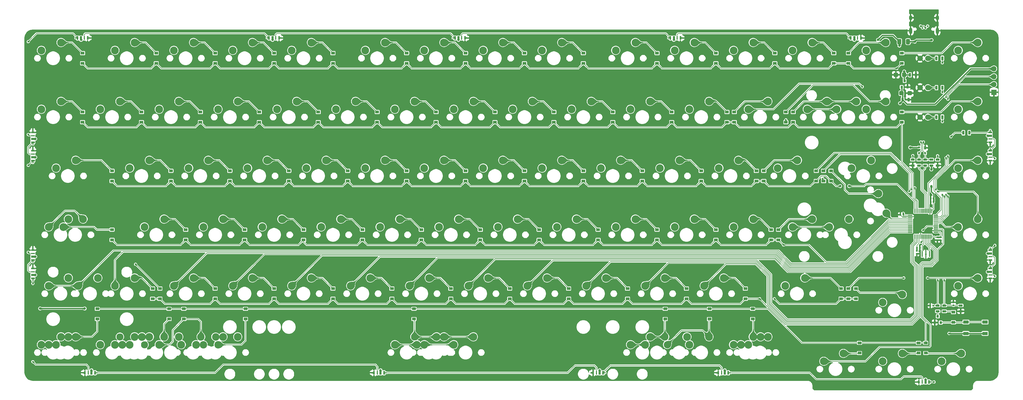
<source format=gbr>
%TF.GenerationSoftware,KiCad,Pcbnew,(5.1.11)-1*%
%TF.CreationDate,2022-09-06T18:14:57+07:00*%
%TF.ProjectId,TX75v2 PCB replacement,54583735-7632-4205-9043-42207265706c,rev?*%
%TF.SameCoordinates,Original*%
%TF.FileFunction,Copper,L2,Bot*%
%TF.FilePolarity,Positive*%
%FSLAX46Y46*%
G04 Gerber Fmt 4.6, Leading zero omitted, Abs format (unit mm)*
G04 Created by KiCad (PCBNEW (5.1.11)-1) date 2022-09-06 18:14:57*
%MOMM*%
%LPD*%
G01*
G04 APERTURE LIST*
%TA.AperFunction,SMDPad,CuDef*%
%ADD10R,1.200000X0.900000*%
%TD*%
%TA.AperFunction,ComponentPad*%
%ADD11C,2.500000*%
%TD*%
%TA.AperFunction,ComponentPad*%
%ADD12C,2.400000*%
%TD*%
%TA.AperFunction,ComponentPad*%
%ADD13C,2.300000*%
%TD*%
%TA.AperFunction,SMDPad,CuDef*%
%ADD14R,1.300000X0.700000*%
%TD*%
%TA.AperFunction,SMDPad,CuDef*%
%ADD15R,0.550000X1.200000*%
%TD*%
%TA.AperFunction,SMDPad,CuDef*%
%ADD16R,0.650000X0.450000*%
%TD*%
%TA.AperFunction,SMDPad,CuDef*%
%ADD17R,0.700000X1.200000*%
%TD*%
%TA.AperFunction,SMDPad,CuDef*%
%ADD18R,0.450000X1.200000*%
%TD*%
%TA.AperFunction,SMDPad,CuDef*%
%ADD19R,1.200000X0.550000*%
%TD*%
%TA.AperFunction,SMDPad,CuDef*%
%ADD20R,0.450000X0.650000*%
%TD*%
%TA.AperFunction,SMDPad,CuDef*%
%ADD21R,1.200000X0.700000*%
%TD*%
%TA.AperFunction,SMDPad,CuDef*%
%ADD22R,1.200000X0.450000*%
%TD*%
%TA.AperFunction,SMDPad,CuDef*%
%ADD23R,1.800000X1.100000*%
%TD*%
%TA.AperFunction,SMDPad,CuDef*%
%ADD24R,0.800000X0.900000*%
%TD*%
%TA.AperFunction,SMDPad,CuDef*%
%ADD25R,0.700000X1.300000*%
%TD*%
%TA.AperFunction,ComponentPad*%
%ADD26O,1.700000X1.700000*%
%TD*%
%TA.AperFunction,ComponentPad*%
%ADD27R,1.700000X1.700000*%
%TD*%
%TA.AperFunction,SMDPad,CuDef*%
%ADD28R,0.400000X1.900000*%
%TD*%
%TA.AperFunction,ComponentPad*%
%ADD29C,2.350000*%
%TD*%
%TA.AperFunction,ComponentPad*%
%ADD30C,1.800000*%
%TD*%
%TA.AperFunction,ComponentPad*%
%ADD31O,1.000000X2.100000*%
%TD*%
%TA.AperFunction,ComponentPad*%
%ADD32O,1.000000X1.600000*%
%TD*%
%TA.AperFunction,SMDPad,CuDef*%
%ADD33R,0.700000X1.000000*%
%TD*%
%TA.AperFunction,SMDPad,CuDef*%
%ADD34R,0.700000X0.600000*%
%TD*%
%TA.AperFunction,ViaPad*%
%ADD35C,0.800000*%
%TD*%
%TA.AperFunction,ViaPad*%
%ADD36C,0.600000*%
%TD*%
%TA.AperFunction,Conductor*%
%ADD37C,0.400000*%
%TD*%
%TA.AperFunction,Conductor*%
%ADD38C,0.200000*%
%TD*%
%TA.AperFunction,Conductor*%
%ADD39C,0.100000*%
%TD*%
%TA.AperFunction,Conductor*%
%ADD40C,0.025400*%
%TD*%
G04 APERTURE END LIST*
D10*
%TO.P,D2,1*%
%TO.N,R5*%
X38374505Y-141217798D03*
%TO.P,D2,2*%
%TO.N,Net-(D2-Pad2)*%
X38374505Y-144517798D03*
%TD*%
D11*
%TO.P,MX107,2*%
%TO.N,C3*%
X35854319Y-150289434D03*
D12*
%TO.P,MX107,1*%
%TO.N,Net-(D2-Pad2)*%
X29504319Y-152829434D03*
%TD*%
D11*
%TO.P,MX106,2*%
%TO.N,C2*%
X16804143Y-150289274D03*
%TO.P,MX106,1*%
%TO.N,Net-(D20-Pad2)*%
X10454143Y-152829274D03*
%TD*%
D13*
%TO.P,MX105,2*%
%TO.N,Net-(D14-Pad2)*%
X-2245937Y-150289274D03*
D11*
%TO.P,MX105,1*%
%TO.N,C1*%
X-8595937Y-152829274D03*
%TD*%
%TO.P,MX104,2*%
%TO.N,Net-(D8-Pad2)*%
X-21296017Y-150289274D03*
%TO.P,MX104,1*%
%TO.N,C0*%
X-27646017Y-152829274D03*
%TD*%
D14*
%TO.P,R14,2*%
%TO.N,/R-*%
X260152263Y-92934646D03*
%TO.P,R14,1*%
%TO.N,VCC*%
X260152263Y-94834646D03*
%TD*%
D11*
%TO.P,MX99,2*%
%TO.N,Net-(D98-Pad2)*%
X275169608Y-74088874D03*
%TO.P,MX99,1*%
%TO.N,C14*%
X268819608Y-76628874D03*
%TD*%
%TO.P,MX100,2*%
%TO.N,Net-(D99-Pad2)*%
X275169608Y-93138874D03*
%TO.P,MX100,1*%
%TO.N,C14*%
X268819608Y-95678874D03*
%TD*%
D14*
%TO.P,R3,1*%
%TO.N,Boot0*%
X264296031Y-140131650D03*
%TO.P,R3,2*%
%TO.N,Net-(D1-Pad1)*%
X264296031Y-142031650D03*
%TD*%
%TO.P,R2,1*%
%TO.N,NRST*%
X262212432Y-140131650D03*
%TO.P,R2,2*%
%TO.N,Net-(Q1-Pad3)*%
X262212432Y-142031650D03*
%TD*%
D15*
%TO.P,D96,1*%
%TO.N,RGB1*%
X259372056Y-164893986D03*
D16*
X259872056Y-164893986D03*
D15*
%TO.P,D96,2*%
%TO.N,GND*%
X256122056Y-164893986D03*
D16*
X255622056Y-164893986D03*
D17*
%TO.P,D96,4*%
%TO.N,+5V*%
X258247056Y-164893986D03*
D18*
%TO.P,D96,3*%
%TO.N,Net-(D92-Pad1)*%
X257222056Y-164893986D03*
%TD*%
D15*
%TO.P,D95,1*%
%TO.N,Net-(D91-Pad3)*%
X234095475Y-53570455D03*
D16*
X233595475Y-53570455D03*
D15*
%TO.P,D95,2*%
%TO.N,GND*%
X237345475Y-53570455D03*
D16*
X237845475Y-53570455D03*
D17*
%TO.P,D95,4*%
%TO.N,+5V*%
X235220475Y-53570455D03*
D18*
%TO.P,D95,3*%
%TO.N,Net-(D95-Pad3)*%
X236245475Y-53570455D03*
%TD*%
D19*
%TO.P,D94,1*%
%TO.N,Net-(D90-Pad3)*%
X-30384436Y-125442389D03*
D20*
X-30384436Y-125942389D03*
D19*
%TO.P,D94,2*%
%TO.N,GND*%
X-30384436Y-122192389D03*
D20*
X-30384436Y-121692389D03*
D21*
%TO.P,D94,4*%
%TO.N,+5V*%
X-30384436Y-124317389D03*
D22*
%TO.P,D94,3*%
%TO.N,Net-(D79-Pad1)*%
X-30384436Y-123292389D03*
%TD*%
D19*
%TO.P,D93,1*%
%TO.N,Net-(D89-Pad3)*%
X279178324Y-128145519D03*
D20*
X279178324Y-127645519D03*
D19*
%TO.P,D93,2*%
%TO.N,GND*%
X279178324Y-131395519D03*
D20*
X279178324Y-131895519D03*
D21*
%TO.P,D93,4*%
%TO.N,+5V*%
X279178324Y-129270519D03*
D22*
%TO.P,D93,3*%
%TO.N,RGB1*%
X279178324Y-130295519D03*
%TD*%
D15*
%TO.P,D92,1*%
%TO.N,Net-(D92-Pad1)*%
X194482939Y-161917421D03*
D16*
X194982939Y-161917421D03*
D15*
%TO.P,D92,2*%
%TO.N,GND*%
X191232939Y-161917421D03*
D16*
X190732939Y-161917421D03*
D17*
%TO.P,D92,4*%
%TO.N,+5V*%
X193357939Y-161917421D03*
D18*
%TO.P,D92,3*%
%TO.N,Net-(D85-Pad1)*%
X192332939Y-161917421D03*
%TD*%
D15*
%TO.P,D91,1*%
%TO.N,Net-(D84-Pad3)*%
X175754801Y-53570455D03*
D16*
X175254801Y-53570455D03*
D15*
%TO.P,D91,2*%
%TO.N,GND*%
X179004801Y-53570455D03*
D16*
X179504801Y-53570455D03*
D17*
%TO.P,D91,4*%
%TO.N,+5V*%
X176879801Y-53570455D03*
D18*
%TO.P,D91,3*%
%TO.N,Net-(D91-Pad3)*%
X177904801Y-53570455D03*
%TD*%
D19*
%TO.P,D90,1*%
%TO.N,RGB2*%
X-30384436Y-131395519D03*
D20*
X-30384436Y-131895519D03*
D19*
%TO.P,D90,2*%
%TO.N,GND*%
X-30384436Y-128145519D03*
D20*
X-30384436Y-127645519D03*
D21*
%TO.P,D90,4*%
%TO.N,+5V*%
X-30384436Y-130270519D03*
D22*
%TO.P,D90,3*%
%TO.N,Net-(D90-Pad3)*%
X-30384436Y-129245519D03*
%TD*%
D19*
%TO.P,D89,1*%
%TO.N,Net-(D82-Pad3)*%
X279178324Y-122192389D03*
D20*
X279178324Y-121692389D03*
D19*
%TO.P,D89,2*%
%TO.N,GND*%
X279178324Y-125442389D03*
D20*
X279178324Y-125942389D03*
D21*
%TO.P,D89,4*%
%TO.N,+5V*%
X279178324Y-123317389D03*
D22*
%TO.P,D89,3*%
%TO.N,Net-(D89-Pad3)*%
X279178324Y-124342389D03*
%TD*%
D15*
%TO.P,D85,1*%
%TO.N,Net-(D85-Pad1)*%
X154001655Y-161917421D03*
D16*
X154501655Y-161917421D03*
D15*
%TO.P,D85,2*%
%TO.N,GND*%
X150751655Y-161917421D03*
D16*
X150251655Y-161917421D03*
D17*
%TO.P,D85,4*%
%TO.N,+5V*%
X152876655Y-161917421D03*
D18*
%TO.P,D85,3*%
%TO.N,Net-(D81-Pad1)*%
X151851655Y-161917421D03*
%TD*%
D15*
%TO.P,D84,1*%
%TO.N,Net-(D80-Pad3)*%
X106103180Y-53570455D03*
D16*
X105603180Y-53570455D03*
D15*
%TO.P,D84,2*%
%TO.N,GND*%
X109353180Y-53570455D03*
D16*
X109853180Y-53570455D03*
D17*
%TO.P,D84,4*%
%TO.N,+5V*%
X107228180Y-53570455D03*
D18*
%TO.P,D84,3*%
%TO.N,Net-(D84-Pad3)*%
X108253180Y-53570455D03*
%TD*%
D19*
%TO.P,D83,1*%
%TO.N,Net-(D79-Pad3)*%
X-30384436Y-87342357D03*
D20*
X-30384436Y-87842357D03*
D19*
%TO.P,D83,2*%
%TO.N,GND*%
X-30384436Y-84092357D03*
D20*
X-30384436Y-83592357D03*
D21*
%TO.P,D83,4*%
%TO.N,+5V*%
X-30384436Y-86217357D03*
D22*
%TO.P,D83,3*%
%TO.N,RGB3*%
X-30384436Y-85192357D03*
%TD*%
D19*
%TO.P,D82,1*%
%TO.N,Net-(D78-Pad3)*%
X279178324Y-90045487D03*
D20*
X279178324Y-89545487D03*
D19*
%TO.P,D82,2*%
%TO.N,GND*%
X279178324Y-93295487D03*
D20*
X279178324Y-93795487D03*
D21*
%TO.P,D82,4*%
%TO.N,+5V*%
X279178324Y-91170487D03*
D22*
%TO.P,D82,3*%
%TO.N,Net-(D82-Pad3)*%
X279178324Y-92195487D03*
%TD*%
D15*
%TO.P,D81,1*%
%TO.N,Net-(D81-Pad1)*%
X83159408Y-161917421D03*
D16*
X83659408Y-161917421D03*
D15*
%TO.P,D81,2*%
%TO.N,GND*%
X79909408Y-161917421D03*
D16*
X79409408Y-161917421D03*
D17*
%TO.P,D81,4*%
%TO.N,+5V*%
X82034408Y-161917421D03*
D18*
%TO.P,D81,3*%
%TO.N,Net-(D77-Pad1)*%
X81009408Y-161917421D03*
%TD*%
D15*
%TO.P,D80,1*%
%TO.N,Net-(D76-Pad3)*%
X45976567Y-53570455D03*
D16*
X45476567Y-53570455D03*
D15*
%TO.P,D80,2*%
%TO.N,GND*%
X49226567Y-53570455D03*
D16*
X49726567Y-53570455D03*
D17*
%TO.P,D80,4*%
%TO.N,+5V*%
X47101567Y-53570455D03*
D18*
%TO.P,D80,3*%
%TO.N,Net-(D80-Pad3)*%
X48126567Y-53570455D03*
%TD*%
D19*
%TO.P,D79,1*%
%TO.N,Net-(D79-Pad1)*%
X-30384436Y-93295487D03*
D20*
X-30384436Y-93795487D03*
D19*
%TO.P,D79,2*%
%TO.N,GND*%
X-30384436Y-90045487D03*
D20*
X-30384436Y-89545487D03*
D21*
%TO.P,D79,4*%
%TO.N,+5V*%
X-30384436Y-92170487D03*
D22*
%TO.P,D79,3*%
%TO.N,Net-(D79-Pad3)*%
X-30384436Y-91145487D03*
%TD*%
D19*
%TO.P,D78,1*%
%TO.N,RGBLED*%
X279178324Y-84092357D03*
D20*
X279178324Y-83592357D03*
D19*
%TO.P,D78,2*%
%TO.N,GND*%
X279178324Y-87342357D03*
D20*
X279178324Y-87842357D03*
D21*
%TO.P,D78,4*%
%TO.N,+5V*%
X279178324Y-85217357D03*
D22*
%TO.P,D78,3*%
%TO.N,Net-(D78-Pad3)*%
X279178324Y-86242357D03*
%TD*%
D15*
%TO.P,D77,1*%
%TO.N,Net-(D77-Pad1)*%
X-10304733Y-161917421D03*
D16*
X-9804733Y-161917421D03*
D15*
%TO.P,D77,2*%
%TO.N,GND*%
X-13554733Y-161917421D03*
D16*
X-14054733Y-161917421D03*
D17*
%TO.P,D77,4*%
%TO.N,+5V*%
X-11429733Y-161917421D03*
D18*
%TO.P,D77,3*%
%TO.N,RGB2*%
X-12454733Y-161917421D03*
%TD*%
D15*
%TO.P,D76,1*%
%TO.N,RGB3*%
X-15935985Y-53570455D03*
D16*
X-16435985Y-53570455D03*
D15*
%TO.P,D76,2*%
%TO.N,GND*%
X-12685985Y-53570455D03*
D16*
X-12185985Y-53570455D03*
D17*
%TO.P,D76,4*%
%TO.N,+5V*%
X-14810985Y-53570455D03*
D18*
%TO.P,D76,3*%
%TO.N,Net-(D76-Pad3)*%
X-13785985Y-53570455D03*
%TD*%
D23*
%TO.P,SW1,1*%
%TO.N,VCC*%
X277516369Y-149182447D03*
%TO.P,SW1,2*%
%TO.N,Net-(D1-Pad2)*%
X271316369Y-145482447D03*
X277516369Y-145482447D03*
%TO.P,SW1,1*%
%TO.N,VCC*%
X271316369Y-149182447D03*
%TD*%
D14*
%TO.P,R1,2*%
%TO.N,GND*%
X269653857Y-142031650D03*
%TO.P,R1,1*%
%TO.N,Boot0*%
X269653857Y-140131650D03*
%TD*%
D24*
%TO.P,Q1,3*%
%TO.N,Net-(Q1-Pad3)*%
X262212432Y-143653534D03*
%TO.P,Q1,2*%
%TO.N,GND*%
X261262432Y-145653534D03*
%TO.P,Q1,1*%
%TO.N,Net-(D1-Pad2)*%
X263162432Y-145653534D03*
%TD*%
D10*
%TO.P,D1,1*%
%TO.N,Net-(D1-Pad1)*%
X267272601Y-142288874D03*
%TO.P,D1,2*%
%TO.N,Net-(D1-Pad2)*%
X267272601Y-145588874D03*
%TD*%
%TO.P,C2,1*%
%TO.N,Boot0*%
%TA.AperFunction,SMDPad,CuDef*%
G36*
G01*
X267442601Y-140353365D02*
X267102601Y-140353365D01*
G75*
G02*
X266962601Y-140213365I0J140000D01*
G01*
X266962601Y-139933365D01*
G75*
G02*
X267102601Y-139793365I140000J0D01*
G01*
X267442601Y-139793365D01*
G75*
G02*
X267582601Y-139933365I0J-140000D01*
G01*
X267582601Y-140213365D01*
G75*
G02*
X267442601Y-140353365I-140000J0D01*
G01*
G37*
%TD.AperFunction*%
%TO.P,C2,2*%
%TO.N,GND*%
%TA.AperFunction,SMDPad,CuDef*%
G36*
G01*
X267442601Y-139393365D02*
X267102601Y-139393365D01*
G75*
G02*
X266962601Y-139253365I0J140000D01*
G01*
X266962601Y-138973365D01*
G75*
G02*
X267102601Y-138833365I140000J0D01*
G01*
X267442601Y-138833365D01*
G75*
G02*
X267582601Y-138973365I0J-140000D01*
G01*
X267582601Y-139253365D01*
G75*
G02*
X267442601Y-139393365I-140000J0D01*
G01*
G37*
%TD.AperFunction*%
%TD*%
%TO.P,C1,2*%
%TO.N,NRST*%
%TA.AperFunction,SMDPad,CuDef*%
G36*
G01*
X260444147Y-140358679D02*
X260444147Y-140018679D01*
G75*
G02*
X260584147Y-139878679I140000J0D01*
G01*
X260864147Y-139878679D01*
G75*
G02*
X261004147Y-140018679I0J-140000D01*
G01*
X261004147Y-140358679D01*
G75*
G02*
X260864147Y-140498679I-140000J0D01*
G01*
X260584147Y-140498679D01*
G75*
G02*
X260444147Y-140358679I0J140000D01*
G01*
G37*
%TD.AperFunction*%
%TO.P,C1,1*%
%TO.N,GND*%
%TA.AperFunction,SMDPad,CuDef*%
G36*
G01*
X259484147Y-140358679D02*
X259484147Y-140018679D01*
G75*
G02*
X259624147Y-139878679I140000J0D01*
G01*
X259904147Y-139878679D01*
G75*
G02*
X260044147Y-140018679I0J-140000D01*
G01*
X260044147Y-140358679D01*
G75*
G02*
X259904147Y-140498679I-140000J0D01*
G01*
X259624147Y-140498679D01*
G75*
G02*
X259484147Y-140358679I0J140000D01*
G01*
G37*
%TD.AperFunction*%
%TD*%
%TO.P,C10,2*%
%TO.N,VCC*%
%TA.AperFunction,SMDPad,CuDef*%
G36*
G01*
X263353983Y-118338874D02*
X263013983Y-118338874D01*
G75*
G02*
X262873983Y-118198874I0J140000D01*
G01*
X262873983Y-117918874D01*
G75*
G02*
X263013983Y-117778874I140000J0D01*
G01*
X263353983Y-117778874D01*
G75*
G02*
X263493983Y-117918874I0J-140000D01*
G01*
X263493983Y-118198874D01*
G75*
G02*
X263353983Y-118338874I-140000J0D01*
G01*
G37*
%TD.AperFunction*%
%TO.P,C10,1*%
%TO.N,GND*%
%TA.AperFunction,SMDPad,CuDef*%
G36*
G01*
X263353983Y-119298874D02*
X263013983Y-119298874D01*
G75*
G02*
X262873983Y-119158874I0J140000D01*
G01*
X262873983Y-118878874D01*
G75*
G02*
X263013983Y-118738874I140000J0D01*
G01*
X263353983Y-118738874D01*
G75*
G02*
X263493983Y-118878874I0J-140000D01*
G01*
X263493983Y-119158874D01*
G75*
G02*
X263353983Y-119298874I-140000J0D01*
G01*
G37*
%TD.AperFunction*%
%TD*%
%TO.P,C4,2*%
%TO.N,VCC*%
%TA.AperFunction,SMDPad,CuDef*%
G36*
G01*
X260589983Y-105623903D02*
X260589983Y-105283903D01*
G75*
G02*
X260729983Y-105143903I140000J0D01*
G01*
X261009983Y-105143903D01*
G75*
G02*
X261149983Y-105283903I0J-140000D01*
G01*
X261149983Y-105623903D01*
G75*
G02*
X261009983Y-105763903I-140000J0D01*
G01*
X260729983Y-105763903D01*
G75*
G02*
X260589983Y-105623903I0J140000D01*
G01*
G37*
%TD.AperFunction*%
%TO.P,C4,1*%
%TO.N,GND*%
%TA.AperFunction,SMDPad,CuDef*%
G36*
G01*
X259629983Y-105623903D02*
X259629983Y-105283903D01*
G75*
G02*
X259769983Y-105143903I140000J0D01*
G01*
X260049983Y-105143903D01*
G75*
G02*
X260189983Y-105283903I0J-140000D01*
G01*
X260189983Y-105623903D01*
G75*
G02*
X260049983Y-105763903I-140000J0D01*
G01*
X259769983Y-105763903D01*
G75*
G02*
X259629983Y-105623903I0J140000D01*
G01*
G37*
%TD.AperFunction*%
%TD*%
%TO.P,F1,2*%
%TO.N,Net-(F1-Pad2)*%
%TA.AperFunction,SMDPad,CuDef*%
G36*
G01*
X251974123Y-55386120D02*
X251974123Y-54136120D01*
G75*
G02*
X252224123Y-53886120I250000J0D01*
G01*
X252974123Y-53886120D01*
G75*
G02*
X253224123Y-54136120I0J-250000D01*
G01*
X253224123Y-55386120D01*
G75*
G02*
X252974123Y-55636120I-250000J0D01*
G01*
X252224123Y-55636120D01*
G75*
G02*
X251974123Y-55386120I0J250000D01*
G01*
G37*
%TD.AperFunction*%
%TO.P,F1,1*%
%TO.N,+5V*%
%TA.AperFunction,SMDPad,CuDef*%
G36*
G01*
X249174123Y-55386120D02*
X249174123Y-54136120D01*
G75*
G02*
X249424123Y-53886120I250000J0D01*
G01*
X250174123Y-53886120D01*
G75*
G02*
X250424123Y-54136120I0J-250000D01*
G01*
X250424123Y-55386120D01*
G75*
G02*
X250174123Y-55636120I-250000J0D01*
G01*
X249424123Y-55636120D01*
G75*
G02*
X249174123Y-55386120I0J250000D01*
G01*
G37*
%TD.AperFunction*%
%TD*%
D11*
%TO.P,MX89,2*%
%TO.N,Net-(D71-Pad2)*%
X245403983Y-55038874D03*
%TO.P,MX89,1*%
%TO.N,C13*%
X239053983Y-57578874D03*
%TD*%
D25*
%TO.P,R10,1*%
%TO.N,VCC*%
X250844437Y-73513511D03*
%TO.P,R10,2*%
%TO.N,GND*%
X252744437Y-73513511D03*
%TD*%
%TO.P,R8,1*%
%TO.N,+5V*%
X253225693Y-65476772D03*
%TO.P,R8,2*%
%TO.N,GND*%
X255125693Y-65476772D03*
%TD*%
D26*
%TO.P,J1,4*%
%TO.N,VCC*%
X280369507Y-63512255D03*
%TO.P,J1,3*%
%TO.N,SWDIO*%
X280369507Y-66052255D03*
%TO.P,J1,2*%
%TO.N,SWCLK*%
X280369507Y-68592255D03*
D27*
%TO.P,J1,1*%
%TO.N,GND*%
X280369507Y-71132255D03*
%TD*%
%TO.P,C12,2*%
%TO.N,GND*%
%TA.AperFunction,SMDPad,CuDef*%
G36*
G01*
X252444437Y-71854913D02*
X252444437Y-71004911D01*
G75*
G02*
X252694436Y-70754912I249999J0D01*
G01*
X253594438Y-70754912D01*
G75*
G02*
X253844437Y-71004911I0J-249999D01*
G01*
X253844437Y-71854913D01*
G75*
G02*
X253594438Y-72104912I-249999J0D01*
G01*
X252694436Y-72104912D01*
G75*
G02*
X252444437Y-71854913I0J249999D01*
G01*
G37*
%TD.AperFunction*%
%TO.P,C12,1*%
%TO.N,VCC*%
%TA.AperFunction,SMDPad,CuDef*%
G36*
G01*
X249744437Y-71854913D02*
X249744437Y-71004911D01*
G75*
G02*
X249994436Y-70754912I249999J0D01*
G01*
X250894438Y-70754912D01*
G75*
G02*
X251144437Y-71004911I0J-249999D01*
G01*
X251144437Y-71854913D01*
G75*
G02*
X250894438Y-72104912I-249999J0D01*
G01*
X249994436Y-72104912D01*
G75*
G02*
X249744437Y-71854913I0J249999D01*
G01*
G37*
%TD.AperFunction*%
%TD*%
%TO.P,C11,2*%
%TO.N,GND*%
%TA.AperFunction,SMDPad,CuDef*%
G36*
G01*
X249358495Y-65051771D02*
X249358495Y-65901773D01*
G75*
G02*
X249108496Y-66151772I-249999J0D01*
G01*
X248208494Y-66151772D01*
G75*
G02*
X247958495Y-65901773I0J249999D01*
G01*
X247958495Y-65051771D01*
G75*
G02*
X248208494Y-64801772I249999J0D01*
G01*
X249108496Y-64801772D01*
G75*
G02*
X249358495Y-65051771I0J-249999D01*
G01*
G37*
%TD.AperFunction*%
%TO.P,C11,1*%
%TO.N,+5V*%
%TA.AperFunction,SMDPad,CuDef*%
G36*
G01*
X252058495Y-65051771D02*
X252058495Y-65901773D01*
G75*
G02*
X251808496Y-66151772I-249999J0D01*
G01*
X250908494Y-66151772D01*
G75*
G02*
X250658495Y-65901773I0J249999D01*
G01*
X250658495Y-65051771D01*
G75*
G02*
X250908494Y-64801772I249999J0D01*
G01*
X251808496Y-64801772D01*
G75*
G02*
X252058495Y-65051771I0J-249999D01*
G01*
G37*
%TD.AperFunction*%
%TD*%
D10*
%TO.P,D100,1*%
%TO.N,R3*%
X225302964Y-99869042D03*
%TO.P,D100,2*%
%TO.N,Net-(D100-Pad2)*%
X225302964Y-96569042D03*
%TD*%
%TO.P,D108,1*%
%TO.N,R5*%
X92845599Y-141217659D03*
%TO.P,D108,2*%
%TO.N,Net-(D108-Pad2)*%
X92845599Y-144517659D03*
%TD*%
%TO.P,D102,2*%
%TO.N,Net-(D102-Pad2)*%
X174105960Y-144517798D03*
%TO.P,D102,1*%
%TO.N,R5*%
X174105960Y-141217798D03*
%TD*%
%TO.P,D107,1*%
%TO.N,R5*%
X258342891Y-152230900D03*
%TO.P,D107,2*%
%TO.N,Net-(D107-Pad2)*%
X258342891Y-155530900D03*
%TD*%
%TO.P,D106,1*%
%TO.N,R5*%
X255961635Y-152230900D03*
%TO.P,D106,2*%
%TO.N,Net-(D106-Pad2)*%
X255961635Y-155530900D03*
%TD*%
%TO.P,D105,1*%
%TO.N,R5*%
X236911587Y-152230900D03*
%TO.P,D105,2*%
%TO.N,Net-(D105-Pad2)*%
X236911587Y-155530900D03*
%TD*%
%TO.P,D104,1*%
%TO.N,R5*%
X202383375Y-141217659D03*
%TO.P,D104,2*%
%TO.N,Net-(D104-Pad2)*%
X202383375Y-144517659D03*
%TD*%
%TO.P,D103,1*%
%TO.N,R5*%
X188394137Y-141217798D03*
%TO.P,D103,2*%
%TO.N,Net-(D103-Pad2)*%
X188394137Y-144517798D03*
%TD*%
D28*
%TO.P,Y1,3*%
%TO.N,HSE_0*%
X259542891Y-123519887D03*
%TO.P,Y1,2*%
%TO.N,GND*%
X258342891Y-123519887D03*
%TO.P,Y1,1*%
%TO.N,HSE_1*%
X257142891Y-123519887D03*
%TD*%
D10*
%TO.P,D101,1*%
%TO.N,R4*%
X233339703Y-137969138D03*
%TO.P,D101,2*%
%TO.N,Net-(D101-Pad2)*%
X233339703Y-134669138D03*
%TD*%
%TO.P,D99,1*%
%TO.N,R2*%
X222921708Y-99869042D03*
%TO.P,D99,2*%
%TO.N,Net-(D99-Pad2)*%
X222921708Y-96569042D03*
%TD*%
%TO.P,D98,1*%
%TO.N,R1*%
X250603809Y-80818946D03*
%TO.P,D98,2*%
%TO.N,Net-(D98-Pad2)*%
X250603809Y-77518946D03*
%TD*%
%TO.P,U1,48*%
%TO.N,VCC*%
%TA.AperFunction,SMDPad,CuDef*%
G36*
G01*
X262274920Y-116597206D02*
X260949920Y-116597206D01*
G75*
G02*
X260874920Y-116522206I0J75000D01*
G01*
X260874920Y-116372206D01*
G75*
G02*
X260949920Y-116297206I75000J0D01*
G01*
X262274920Y-116297206D01*
G75*
G02*
X262349920Y-116372206I0J-75000D01*
G01*
X262349920Y-116522206D01*
G75*
G02*
X262274920Y-116597206I-75000J0D01*
G01*
G37*
%TD.AperFunction*%
%TO.P,U1,47*%
%TO.N,GND*%
%TA.AperFunction,SMDPad,CuDef*%
G36*
G01*
X262274920Y-116097206D02*
X260949920Y-116097206D01*
G75*
G02*
X260874920Y-116022206I0J75000D01*
G01*
X260874920Y-115872206D01*
G75*
G02*
X260949920Y-115797206I75000J0D01*
G01*
X262274920Y-115797206D01*
G75*
G02*
X262349920Y-115872206I0J-75000D01*
G01*
X262349920Y-116022206D01*
G75*
G02*
X262274920Y-116097206I-75000J0D01*
G01*
G37*
%TD.AperFunction*%
%TO.P,U1,46*%
%TO.N,C12*%
%TA.AperFunction,SMDPad,CuDef*%
G36*
G01*
X262274920Y-115597206D02*
X260949920Y-115597206D01*
G75*
G02*
X260874920Y-115522206I0J75000D01*
G01*
X260874920Y-115372206D01*
G75*
G02*
X260949920Y-115297206I75000J0D01*
G01*
X262274920Y-115297206D01*
G75*
G02*
X262349920Y-115372206I0J-75000D01*
G01*
X262349920Y-115522206D01*
G75*
G02*
X262274920Y-115597206I-75000J0D01*
G01*
G37*
%TD.AperFunction*%
%TO.P,U1,45*%
%TO.N,Net-(U1-Pad45)*%
%TA.AperFunction,SMDPad,CuDef*%
G36*
G01*
X262274920Y-115097206D02*
X260949920Y-115097206D01*
G75*
G02*
X260874920Y-115022206I0J75000D01*
G01*
X260874920Y-114872206D01*
G75*
G02*
X260949920Y-114797206I75000J0D01*
G01*
X262274920Y-114797206D01*
G75*
G02*
X262349920Y-114872206I0J-75000D01*
G01*
X262349920Y-115022206D01*
G75*
G02*
X262274920Y-115097206I-75000J0D01*
G01*
G37*
%TD.AperFunction*%
%TO.P,U1,44*%
%TO.N,Boot0*%
%TA.AperFunction,SMDPad,CuDef*%
G36*
G01*
X262274920Y-114597206D02*
X260949920Y-114597206D01*
G75*
G02*
X260874920Y-114522206I0J75000D01*
G01*
X260874920Y-114372206D01*
G75*
G02*
X260949920Y-114297206I75000J0D01*
G01*
X262274920Y-114297206D01*
G75*
G02*
X262349920Y-114372206I0J-75000D01*
G01*
X262349920Y-114522206D01*
G75*
G02*
X262274920Y-114597206I-75000J0D01*
G01*
G37*
%TD.AperFunction*%
%TO.P,U1,43*%
%TO.N,Net-(U1-Pad43)*%
%TA.AperFunction,SMDPad,CuDef*%
G36*
G01*
X262274920Y-114097206D02*
X260949920Y-114097206D01*
G75*
G02*
X260874920Y-114022206I0J75000D01*
G01*
X260874920Y-113872206D01*
G75*
G02*
X260949920Y-113797206I75000J0D01*
G01*
X262274920Y-113797206D01*
G75*
G02*
X262349920Y-113872206I0J-75000D01*
G01*
X262349920Y-114022206D01*
G75*
G02*
X262274920Y-114097206I-75000J0D01*
G01*
G37*
%TD.AperFunction*%
%TO.P,U1,42*%
%TO.N,C14*%
%TA.AperFunction,SMDPad,CuDef*%
G36*
G01*
X262274920Y-113597206D02*
X260949920Y-113597206D01*
G75*
G02*
X260874920Y-113522206I0J75000D01*
G01*
X260874920Y-113372206D01*
G75*
G02*
X260949920Y-113297206I75000J0D01*
G01*
X262274920Y-113297206D01*
G75*
G02*
X262349920Y-113372206I0J-75000D01*
G01*
X262349920Y-113522206D01*
G75*
G02*
X262274920Y-113597206I-75000J0D01*
G01*
G37*
%TD.AperFunction*%
%TO.P,U1,41*%
%TO.N,Net-(R9-Pad2)*%
%TA.AperFunction,SMDPad,CuDef*%
G36*
G01*
X262274920Y-113097206D02*
X260949920Y-113097206D01*
G75*
G02*
X260874920Y-113022206I0J75000D01*
G01*
X260874920Y-112872206D01*
G75*
G02*
X260949920Y-112797206I75000J0D01*
G01*
X262274920Y-112797206D01*
G75*
G02*
X262349920Y-112872206I0J-75000D01*
G01*
X262349920Y-113022206D01*
G75*
G02*
X262274920Y-113097206I-75000J0D01*
G01*
G37*
%TD.AperFunction*%
%TO.P,U1,40*%
%TO.N,indicator3*%
%TA.AperFunction,SMDPad,CuDef*%
G36*
G01*
X262274920Y-112597206D02*
X260949920Y-112597206D01*
G75*
G02*
X260874920Y-112522206I0J75000D01*
G01*
X260874920Y-112372206D01*
G75*
G02*
X260949920Y-112297206I75000J0D01*
G01*
X262274920Y-112297206D01*
G75*
G02*
X262349920Y-112372206I0J-75000D01*
G01*
X262349920Y-112522206D01*
G75*
G02*
X262274920Y-112597206I-75000J0D01*
G01*
G37*
%TD.AperFunction*%
%TO.P,U1,39*%
%TO.N,indicator2*%
%TA.AperFunction,SMDPad,CuDef*%
G36*
G01*
X262274920Y-112097206D02*
X260949920Y-112097206D01*
G75*
G02*
X260874920Y-112022206I0J75000D01*
G01*
X260874920Y-111872206D01*
G75*
G02*
X260949920Y-111797206I75000J0D01*
G01*
X262274920Y-111797206D01*
G75*
G02*
X262349920Y-111872206I0J-75000D01*
G01*
X262349920Y-112022206D01*
G75*
G02*
X262274920Y-112097206I-75000J0D01*
G01*
G37*
%TD.AperFunction*%
%TO.P,U1,38*%
%TO.N,indicator1*%
%TA.AperFunction,SMDPad,CuDef*%
G36*
G01*
X262274920Y-111597206D02*
X260949920Y-111597206D01*
G75*
G02*
X260874920Y-111522206I0J75000D01*
G01*
X260874920Y-111372206D01*
G75*
G02*
X260949920Y-111297206I75000J0D01*
G01*
X262274920Y-111297206D01*
G75*
G02*
X262349920Y-111372206I0J-75000D01*
G01*
X262349920Y-111522206D01*
G75*
G02*
X262274920Y-111597206I-75000J0D01*
G01*
G37*
%TD.AperFunction*%
%TO.P,U1,37*%
%TO.N,SWCLK*%
%TA.AperFunction,SMDPad,CuDef*%
G36*
G01*
X262274920Y-111097206D02*
X260949920Y-111097206D01*
G75*
G02*
X260874920Y-111022206I0J75000D01*
G01*
X260874920Y-110872206D01*
G75*
G02*
X260949920Y-110797206I75000J0D01*
G01*
X262274920Y-110797206D01*
G75*
G02*
X262349920Y-110872206I0J-75000D01*
G01*
X262349920Y-111022206D01*
G75*
G02*
X262274920Y-111097206I-75000J0D01*
G01*
G37*
%TD.AperFunction*%
%TO.P,U1,36*%
%TO.N,VCC*%
%TA.AperFunction,SMDPad,CuDef*%
G36*
G01*
X260274920Y-110272206D02*
X260124920Y-110272206D01*
G75*
G02*
X260049920Y-110197206I0J75000D01*
G01*
X260049920Y-108872206D01*
G75*
G02*
X260124920Y-108797206I75000J0D01*
G01*
X260274920Y-108797206D01*
G75*
G02*
X260349920Y-108872206I0J-75000D01*
G01*
X260349920Y-110197206D01*
G75*
G02*
X260274920Y-110272206I-75000J0D01*
G01*
G37*
%TD.AperFunction*%
%TO.P,U1,35*%
%TO.N,GND*%
%TA.AperFunction,SMDPad,CuDef*%
G36*
G01*
X259774920Y-110272206D02*
X259624920Y-110272206D01*
G75*
G02*
X259549920Y-110197206I0J75000D01*
G01*
X259549920Y-108872206D01*
G75*
G02*
X259624920Y-108797206I75000J0D01*
G01*
X259774920Y-108797206D01*
G75*
G02*
X259849920Y-108872206I0J-75000D01*
G01*
X259849920Y-110197206D01*
G75*
G02*
X259774920Y-110272206I-75000J0D01*
G01*
G37*
%TD.AperFunction*%
%TO.P,U1,34*%
%TO.N,SWDIO*%
%TA.AperFunction,SMDPad,CuDef*%
G36*
G01*
X259274920Y-110272206D02*
X259124920Y-110272206D01*
G75*
G02*
X259049920Y-110197206I0J75000D01*
G01*
X259049920Y-108872206D01*
G75*
G02*
X259124920Y-108797206I75000J0D01*
G01*
X259274920Y-108797206D01*
G75*
G02*
X259349920Y-108872206I0J-75000D01*
G01*
X259349920Y-110197206D01*
G75*
G02*
X259274920Y-110272206I-75000J0D01*
G01*
G37*
%TD.AperFunction*%
%TO.P,U1,33*%
%TO.N,D+*%
%TA.AperFunction,SMDPad,CuDef*%
G36*
G01*
X258774920Y-110272206D02*
X258624920Y-110272206D01*
G75*
G02*
X258549920Y-110197206I0J75000D01*
G01*
X258549920Y-108872206D01*
G75*
G02*
X258624920Y-108797206I75000J0D01*
G01*
X258774920Y-108797206D01*
G75*
G02*
X258849920Y-108872206I0J-75000D01*
G01*
X258849920Y-110197206D01*
G75*
G02*
X258774920Y-110272206I-75000J0D01*
G01*
G37*
%TD.AperFunction*%
%TO.P,U1,32*%
%TO.N,D-*%
%TA.AperFunction,SMDPad,CuDef*%
G36*
G01*
X258274920Y-110272206D02*
X258124920Y-110272206D01*
G75*
G02*
X258049920Y-110197206I0J75000D01*
G01*
X258049920Y-108872206D01*
G75*
G02*
X258124920Y-108797206I75000J0D01*
G01*
X258274920Y-108797206D01*
G75*
G02*
X258349920Y-108872206I0J-75000D01*
G01*
X258349920Y-110197206D01*
G75*
G02*
X258274920Y-110272206I-75000J0D01*
G01*
G37*
%TD.AperFunction*%
%TO.P,U1,31*%
%TO.N,Net-(U1-Pad31)*%
%TA.AperFunction,SMDPad,CuDef*%
G36*
G01*
X257774920Y-110272206D02*
X257624920Y-110272206D01*
G75*
G02*
X257549920Y-110197206I0J75000D01*
G01*
X257549920Y-108872206D01*
G75*
G02*
X257624920Y-108797206I75000J0D01*
G01*
X257774920Y-108797206D01*
G75*
G02*
X257849920Y-108872206I0J-75000D01*
G01*
X257849920Y-110197206D01*
G75*
G02*
X257774920Y-110272206I-75000J0D01*
G01*
G37*
%TD.AperFunction*%
%TO.P,U1,30*%
%TO.N,Net-(U1-Pad30)*%
%TA.AperFunction,SMDPad,CuDef*%
G36*
G01*
X257274920Y-110272206D02*
X257124920Y-110272206D01*
G75*
G02*
X257049920Y-110197206I0J75000D01*
G01*
X257049920Y-108872206D01*
G75*
G02*
X257124920Y-108797206I75000J0D01*
G01*
X257274920Y-108797206D01*
G75*
G02*
X257349920Y-108872206I0J-75000D01*
G01*
X257349920Y-110197206D01*
G75*
G02*
X257274920Y-110272206I-75000J0D01*
G01*
G37*
%TD.AperFunction*%
%TO.P,U1,29*%
%TO.N,Net-(U1-Pad29)*%
%TA.AperFunction,SMDPad,CuDef*%
G36*
G01*
X256774920Y-110272206D02*
X256624920Y-110272206D01*
G75*
G02*
X256549920Y-110197206I0J75000D01*
G01*
X256549920Y-108872206D01*
G75*
G02*
X256624920Y-108797206I75000J0D01*
G01*
X256774920Y-108797206D01*
G75*
G02*
X256849920Y-108872206I0J-75000D01*
G01*
X256849920Y-110197206D01*
G75*
G02*
X256774920Y-110272206I-75000J0D01*
G01*
G37*
%TD.AperFunction*%
%TO.P,U1,28*%
%TO.N,Net-(U1-Pad28)*%
%TA.AperFunction,SMDPad,CuDef*%
G36*
G01*
X256274920Y-110272206D02*
X256124920Y-110272206D01*
G75*
G02*
X256049920Y-110197206I0J75000D01*
G01*
X256049920Y-108872206D01*
G75*
G02*
X256124920Y-108797206I75000J0D01*
G01*
X256274920Y-108797206D01*
G75*
G02*
X256349920Y-108872206I0J-75000D01*
G01*
X256349920Y-110197206D01*
G75*
G02*
X256274920Y-110272206I-75000J0D01*
G01*
G37*
%TD.AperFunction*%
%TO.P,U1,27*%
%TO.N,R0*%
%TA.AperFunction,SMDPad,CuDef*%
G36*
G01*
X255774920Y-110272206D02*
X255624920Y-110272206D01*
G75*
G02*
X255549920Y-110197206I0J75000D01*
G01*
X255549920Y-108872206D01*
G75*
G02*
X255624920Y-108797206I75000J0D01*
G01*
X255774920Y-108797206D01*
G75*
G02*
X255849920Y-108872206I0J-75000D01*
G01*
X255849920Y-110197206D01*
G75*
G02*
X255774920Y-110272206I-75000J0D01*
G01*
G37*
%TD.AperFunction*%
%TO.P,U1,26*%
%TO.N,R1*%
%TA.AperFunction,SMDPad,CuDef*%
G36*
G01*
X255274920Y-110272206D02*
X255124920Y-110272206D01*
G75*
G02*
X255049920Y-110197206I0J75000D01*
G01*
X255049920Y-108872206D01*
G75*
G02*
X255124920Y-108797206I75000J0D01*
G01*
X255274920Y-108797206D01*
G75*
G02*
X255349920Y-108872206I0J-75000D01*
G01*
X255349920Y-110197206D01*
G75*
G02*
X255274920Y-110272206I-75000J0D01*
G01*
G37*
%TD.AperFunction*%
%TO.P,U1,25*%
%TO.N,R2*%
%TA.AperFunction,SMDPad,CuDef*%
G36*
G01*
X254774920Y-110272206D02*
X254624920Y-110272206D01*
G75*
G02*
X254549920Y-110197206I0J75000D01*
G01*
X254549920Y-108872206D01*
G75*
G02*
X254624920Y-108797206I75000J0D01*
G01*
X254774920Y-108797206D01*
G75*
G02*
X254849920Y-108872206I0J-75000D01*
G01*
X254849920Y-110197206D01*
G75*
G02*
X254774920Y-110272206I-75000J0D01*
G01*
G37*
%TD.AperFunction*%
%TO.P,U1,24*%
%TO.N,VCC*%
%TA.AperFunction,SMDPad,CuDef*%
G36*
G01*
X253949920Y-111097206D02*
X252624920Y-111097206D01*
G75*
G02*
X252549920Y-111022206I0J75000D01*
G01*
X252549920Y-110872206D01*
G75*
G02*
X252624920Y-110797206I75000J0D01*
G01*
X253949920Y-110797206D01*
G75*
G02*
X254024920Y-110872206I0J-75000D01*
G01*
X254024920Y-111022206D01*
G75*
G02*
X253949920Y-111097206I-75000J0D01*
G01*
G37*
%TD.AperFunction*%
%TO.P,U1,23*%
%TO.N,GND*%
%TA.AperFunction,SMDPad,CuDef*%
G36*
G01*
X253949920Y-111597206D02*
X252624920Y-111597206D01*
G75*
G02*
X252549920Y-111522206I0J75000D01*
G01*
X252549920Y-111372206D01*
G75*
G02*
X252624920Y-111297206I75000J0D01*
G01*
X253949920Y-111297206D01*
G75*
G02*
X254024920Y-111372206I0J-75000D01*
G01*
X254024920Y-111522206D01*
G75*
G02*
X253949920Y-111597206I-75000J0D01*
G01*
G37*
%TD.AperFunction*%
%TO.P,U1,22*%
%TO.N,C13*%
%TA.AperFunction,SMDPad,CuDef*%
G36*
G01*
X253949920Y-112097206D02*
X252624920Y-112097206D01*
G75*
G02*
X252549920Y-112022206I0J75000D01*
G01*
X252549920Y-111872206D01*
G75*
G02*
X252624920Y-111797206I75000J0D01*
G01*
X253949920Y-111797206D01*
G75*
G02*
X254024920Y-111872206I0J-75000D01*
G01*
X254024920Y-112022206D01*
G75*
G02*
X253949920Y-112097206I-75000J0D01*
G01*
G37*
%TD.AperFunction*%
%TO.P,U1,21*%
%TO.N,R3*%
%TA.AperFunction,SMDPad,CuDef*%
G36*
G01*
X253949920Y-112597206D02*
X252624920Y-112597206D01*
G75*
G02*
X252549920Y-112522206I0J75000D01*
G01*
X252549920Y-112372206D01*
G75*
G02*
X252624920Y-112297206I75000J0D01*
G01*
X253949920Y-112297206D01*
G75*
G02*
X254024920Y-112372206I0J-75000D01*
G01*
X254024920Y-112522206D01*
G75*
G02*
X253949920Y-112597206I-75000J0D01*
G01*
G37*
%TD.AperFunction*%
%TO.P,U1,20*%
%TO.N,C0*%
%TA.AperFunction,SMDPad,CuDef*%
G36*
G01*
X253949920Y-113097206D02*
X252624920Y-113097206D01*
G75*
G02*
X252549920Y-113022206I0J75000D01*
G01*
X252549920Y-112872206D01*
G75*
G02*
X252624920Y-112797206I75000J0D01*
G01*
X253949920Y-112797206D01*
G75*
G02*
X254024920Y-112872206I0J-75000D01*
G01*
X254024920Y-113022206D01*
G75*
G02*
X253949920Y-113097206I-75000J0D01*
G01*
G37*
%TD.AperFunction*%
%TO.P,U1,19*%
%TO.N,C1*%
%TA.AperFunction,SMDPad,CuDef*%
G36*
G01*
X253949920Y-113597206D02*
X252624920Y-113597206D01*
G75*
G02*
X252549920Y-113522206I0J75000D01*
G01*
X252549920Y-113372206D01*
G75*
G02*
X252624920Y-113297206I75000J0D01*
G01*
X253949920Y-113297206D01*
G75*
G02*
X254024920Y-113372206I0J-75000D01*
G01*
X254024920Y-113522206D01*
G75*
G02*
X253949920Y-113597206I-75000J0D01*
G01*
G37*
%TD.AperFunction*%
%TO.P,U1,18*%
%TO.N,C2*%
%TA.AperFunction,SMDPad,CuDef*%
G36*
G01*
X253949920Y-114097206D02*
X252624920Y-114097206D01*
G75*
G02*
X252549920Y-114022206I0J75000D01*
G01*
X252549920Y-113872206D01*
G75*
G02*
X252624920Y-113797206I75000J0D01*
G01*
X253949920Y-113797206D01*
G75*
G02*
X254024920Y-113872206I0J-75000D01*
G01*
X254024920Y-114022206D01*
G75*
G02*
X253949920Y-114097206I-75000J0D01*
G01*
G37*
%TD.AperFunction*%
%TO.P,U1,17*%
%TO.N,C3*%
%TA.AperFunction,SMDPad,CuDef*%
G36*
G01*
X253949920Y-114597206D02*
X252624920Y-114597206D01*
G75*
G02*
X252549920Y-114522206I0J75000D01*
G01*
X252549920Y-114372206D01*
G75*
G02*
X252624920Y-114297206I75000J0D01*
G01*
X253949920Y-114297206D01*
G75*
G02*
X254024920Y-114372206I0J-75000D01*
G01*
X254024920Y-114522206D01*
G75*
G02*
X253949920Y-114597206I-75000J0D01*
G01*
G37*
%TD.AperFunction*%
%TO.P,U1,16*%
%TO.N,C4*%
%TA.AperFunction,SMDPad,CuDef*%
G36*
G01*
X253949920Y-115097206D02*
X252624920Y-115097206D01*
G75*
G02*
X252549920Y-115022206I0J75000D01*
G01*
X252549920Y-114872206D01*
G75*
G02*
X252624920Y-114797206I75000J0D01*
G01*
X253949920Y-114797206D01*
G75*
G02*
X254024920Y-114872206I0J-75000D01*
G01*
X254024920Y-115022206D01*
G75*
G02*
X253949920Y-115097206I-75000J0D01*
G01*
G37*
%TD.AperFunction*%
%TO.P,U1,15*%
%TO.N,C5*%
%TA.AperFunction,SMDPad,CuDef*%
G36*
G01*
X253949920Y-115597206D02*
X252624920Y-115597206D01*
G75*
G02*
X252549920Y-115522206I0J75000D01*
G01*
X252549920Y-115372206D01*
G75*
G02*
X252624920Y-115297206I75000J0D01*
G01*
X253949920Y-115297206D01*
G75*
G02*
X254024920Y-115372206I0J-75000D01*
G01*
X254024920Y-115522206D01*
G75*
G02*
X253949920Y-115597206I-75000J0D01*
G01*
G37*
%TD.AperFunction*%
%TO.P,U1,14*%
%TO.N,C6*%
%TA.AperFunction,SMDPad,CuDef*%
G36*
G01*
X253949920Y-116097206D02*
X252624920Y-116097206D01*
G75*
G02*
X252549920Y-116022206I0J75000D01*
G01*
X252549920Y-115872206D01*
G75*
G02*
X252624920Y-115797206I75000J0D01*
G01*
X253949920Y-115797206D01*
G75*
G02*
X254024920Y-115872206I0J-75000D01*
G01*
X254024920Y-116022206D01*
G75*
G02*
X253949920Y-116097206I-75000J0D01*
G01*
G37*
%TD.AperFunction*%
%TO.P,U1,13*%
%TO.N,C7*%
%TA.AperFunction,SMDPad,CuDef*%
G36*
G01*
X253949920Y-116597206D02*
X252624920Y-116597206D01*
G75*
G02*
X252549920Y-116522206I0J75000D01*
G01*
X252549920Y-116372206D01*
G75*
G02*
X252624920Y-116297206I75000J0D01*
G01*
X253949920Y-116297206D01*
G75*
G02*
X254024920Y-116372206I0J-75000D01*
G01*
X254024920Y-116522206D01*
G75*
G02*
X253949920Y-116597206I-75000J0D01*
G01*
G37*
%TD.AperFunction*%
%TO.P,U1,12*%
%TO.N,C8*%
%TA.AperFunction,SMDPad,CuDef*%
G36*
G01*
X254774920Y-118597206D02*
X254624920Y-118597206D01*
G75*
G02*
X254549920Y-118522206I0J75000D01*
G01*
X254549920Y-117197206D01*
G75*
G02*
X254624920Y-117122206I75000J0D01*
G01*
X254774920Y-117122206D01*
G75*
G02*
X254849920Y-117197206I0J-75000D01*
G01*
X254849920Y-118522206D01*
G75*
G02*
X254774920Y-118597206I-75000J0D01*
G01*
G37*
%TD.AperFunction*%
%TO.P,U1,11*%
%TO.N,C9*%
%TA.AperFunction,SMDPad,CuDef*%
G36*
G01*
X255274920Y-118597206D02*
X255124920Y-118597206D01*
G75*
G02*
X255049920Y-118522206I0J75000D01*
G01*
X255049920Y-117197206D01*
G75*
G02*
X255124920Y-117122206I75000J0D01*
G01*
X255274920Y-117122206D01*
G75*
G02*
X255349920Y-117197206I0J-75000D01*
G01*
X255349920Y-118522206D01*
G75*
G02*
X255274920Y-118597206I-75000J0D01*
G01*
G37*
%TD.AperFunction*%
%TO.P,U1,10*%
%TO.N,C10*%
%TA.AperFunction,SMDPad,CuDef*%
G36*
G01*
X255774920Y-118597206D02*
X255624920Y-118597206D01*
G75*
G02*
X255549920Y-118522206I0J75000D01*
G01*
X255549920Y-117197206D01*
G75*
G02*
X255624920Y-117122206I75000J0D01*
G01*
X255774920Y-117122206D01*
G75*
G02*
X255849920Y-117197206I0J-75000D01*
G01*
X255849920Y-118522206D01*
G75*
G02*
X255774920Y-118597206I-75000J0D01*
G01*
G37*
%TD.AperFunction*%
%TO.P,U1,9*%
%TO.N,VCC*%
%TA.AperFunction,SMDPad,CuDef*%
G36*
G01*
X256274920Y-118597206D02*
X256124920Y-118597206D01*
G75*
G02*
X256049920Y-118522206I0J75000D01*
G01*
X256049920Y-117197206D01*
G75*
G02*
X256124920Y-117122206I75000J0D01*
G01*
X256274920Y-117122206D01*
G75*
G02*
X256349920Y-117197206I0J-75000D01*
G01*
X256349920Y-118522206D01*
G75*
G02*
X256274920Y-118597206I-75000J0D01*
G01*
G37*
%TD.AperFunction*%
%TO.P,U1,8*%
%TO.N,GND*%
%TA.AperFunction,SMDPad,CuDef*%
G36*
G01*
X256774920Y-118597206D02*
X256624920Y-118597206D01*
G75*
G02*
X256549920Y-118522206I0J75000D01*
G01*
X256549920Y-117197206D01*
G75*
G02*
X256624920Y-117122206I75000J0D01*
G01*
X256774920Y-117122206D01*
G75*
G02*
X256849920Y-117197206I0J-75000D01*
G01*
X256849920Y-118522206D01*
G75*
G02*
X256774920Y-118597206I-75000J0D01*
G01*
G37*
%TD.AperFunction*%
%TO.P,U1,7*%
%TO.N,NRST*%
%TA.AperFunction,SMDPad,CuDef*%
G36*
G01*
X257274920Y-118597206D02*
X257124920Y-118597206D01*
G75*
G02*
X257049920Y-118522206I0J75000D01*
G01*
X257049920Y-117197206D01*
G75*
G02*
X257124920Y-117122206I75000J0D01*
G01*
X257274920Y-117122206D01*
G75*
G02*
X257349920Y-117197206I0J-75000D01*
G01*
X257349920Y-118522206D01*
G75*
G02*
X257274920Y-118597206I-75000J0D01*
G01*
G37*
%TD.AperFunction*%
%TO.P,U1,6*%
%TO.N,HSE_1*%
%TA.AperFunction,SMDPad,CuDef*%
G36*
G01*
X257774920Y-118597206D02*
X257624920Y-118597206D01*
G75*
G02*
X257549920Y-118522206I0J75000D01*
G01*
X257549920Y-117197206D01*
G75*
G02*
X257624920Y-117122206I75000J0D01*
G01*
X257774920Y-117122206D01*
G75*
G02*
X257849920Y-117197206I0J-75000D01*
G01*
X257849920Y-118522206D01*
G75*
G02*
X257774920Y-118597206I-75000J0D01*
G01*
G37*
%TD.AperFunction*%
%TO.P,U1,5*%
%TO.N,HSE_0*%
%TA.AperFunction,SMDPad,CuDef*%
G36*
G01*
X258274920Y-118597206D02*
X258124920Y-118597206D01*
G75*
G02*
X258049920Y-118522206I0J75000D01*
G01*
X258049920Y-117197206D01*
G75*
G02*
X258124920Y-117122206I75000J0D01*
G01*
X258274920Y-117122206D01*
G75*
G02*
X258349920Y-117197206I0J-75000D01*
G01*
X258349920Y-118522206D01*
G75*
G02*
X258274920Y-118597206I-75000J0D01*
G01*
G37*
%TD.AperFunction*%
%TO.P,U1,4*%
%TO.N,C11*%
%TA.AperFunction,SMDPad,CuDef*%
G36*
G01*
X258774920Y-118597206D02*
X258624920Y-118597206D01*
G75*
G02*
X258549920Y-118522206I0J75000D01*
G01*
X258549920Y-117197206D01*
G75*
G02*
X258624920Y-117122206I75000J0D01*
G01*
X258774920Y-117122206D01*
G75*
G02*
X258849920Y-117197206I0J-75000D01*
G01*
X258849920Y-118522206D01*
G75*
G02*
X258774920Y-118597206I-75000J0D01*
G01*
G37*
%TD.AperFunction*%
%TO.P,U1,3*%
%TO.N,R4*%
%TA.AperFunction,SMDPad,CuDef*%
G36*
G01*
X259274920Y-118597206D02*
X259124920Y-118597206D01*
G75*
G02*
X259049920Y-118522206I0J75000D01*
G01*
X259049920Y-117197206D01*
G75*
G02*
X259124920Y-117122206I75000J0D01*
G01*
X259274920Y-117122206D01*
G75*
G02*
X259349920Y-117197206I0J-75000D01*
G01*
X259349920Y-118522206D01*
G75*
G02*
X259274920Y-118597206I-75000J0D01*
G01*
G37*
%TD.AperFunction*%
%TO.P,U1,2*%
%TO.N,R5*%
%TA.AperFunction,SMDPad,CuDef*%
G36*
G01*
X259774920Y-118597206D02*
X259624920Y-118597206D01*
G75*
G02*
X259549920Y-118522206I0J75000D01*
G01*
X259549920Y-117197206D01*
G75*
G02*
X259624920Y-117122206I75000J0D01*
G01*
X259774920Y-117122206D01*
G75*
G02*
X259849920Y-117197206I0J-75000D01*
G01*
X259849920Y-118522206D01*
G75*
G02*
X259774920Y-118597206I-75000J0D01*
G01*
G37*
%TD.AperFunction*%
%TO.P,U1,1*%
%TO.N,VCC*%
%TA.AperFunction,SMDPad,CuDef*%
G36*
G01*
X260274920Y-118597206D02*
X260124920Y-118597206D01*
G75*
G02*
X260049920Y-118522206I0J75000D01*
G01*
X260049920Y-117197206D01*
G75*
G02*
X260124920Y-117122206I75000J0D01*
G01*
X260274920Y-117122206D01*
G75*
G02*
X260349920Y-117197206I0J-75000D01*
G01*
X260349920Y-118522206D01*
G75*
G02*
X260274920Y-118597206I-75000J0D01*
G01*
G37*
%TD.AperFunction*%
%TD*%
%TO.P,D97,1*%
%TO.N,R0*%
X250603809Y-61768946D03*
%TO.P,D97,2*%
%TO.N,Net-(D97-Pad2)*%
X250603809Y-58468946D03*
%TD*%
D24*
%TO.P,U3,3*%
%TO.N,+5V*%
X251496780Y-67453342D03*
%TO.P,U3,2*%
%TO.N,VCC*%
X250546780Y-69453342D03*
%TO.P,U3,1*%
%TO.N,GND*%
X252446780Y-69453342D03*
%TD*%
%TO.P,C9,2*%
%TO.N,VCC*%
%TA.AperFunction,SMDPad,CuDef*%
G36*
G01*
X250803809Y-110961874D02*
X250803809Y-110621874D01*
G75*
G02*
X250943809Y-110481874I140000J0D01*
G01*
X251223809Y-110481874D01*
G75*
G02*
X251363809Y-110621874I0J-140000D01*
G01*
X251363809Y-110961874D01*
G75*
G02*
X251223809Y-111101874I-140000J0D01*
G01*
X250943809Y-111101874D01*
G75*
G02*
X250803809Y-110961874I0J140000D01*
G01*
G37*
%TD.AperFunction*%
%TO.P,C9,1*%
%TO.N,GND*%
%TA.AperFunction,SMDPad,CuDef*%
G36*
G01*
X249843809Y-110961874D02*
X249843809Y-110621874D01*
G75*
G02*
X249983809Y-110481874I140000J0D01*
G01*
X250263809Y-110481874D01*
G75*
G02*
X250403809Y-110621874I0J-140000D01*
G01*
X250403809Y-110961874D01*
G75*
G02*
X250263809Y-111101874I-140000J0D01*
G01*
X249983809Y-111101874D01*
G75*
G02*
X249843809Y-110961874I0J140000D01*
G01*
G37*
%TD.AperFunction*%
%TD*%
%TO.P,C8,2*%
%TO.N,VCC*%
%TA.AperFunction,SMDPad,CuDef*%
G36*
G01*
X255761635Y-121266288D02*
X255761635Y-121606288D01*
G75*
G02*
X255621635Y-121746288I-140000J0D01*
G01*
X255341635Y-121746288D01*
G75*
G02*
X255201635Y-121606288I0J140000D01*
G01*
X255201635Y-121266288D01*
G75*
G02*
X255341635Y-121126288I140000J0D01*
G01*
X255621635Y-121126288D01*
G75*
G02*
X255761635Y-121266288I0J-140000D01*
G01*
G37*
%TD.AperFunction*%
%TO.P,C8,1*%
%TO.N,GND*%
%TA.AperFunction,SMDPad,CuDef*%
G36*
G01*
X256721635Y-121266288D02*
X256721635Y-121606288D01*
G75*
G02*
X256581635Y-121746288I-140000J0D01*
G01*
X256301635Y-121746288D01*
G75*
G02*
X256161635Y-121606288I0J140000D01*
G01*
X256161635Y-121266288D01*
G75*
G02*
X256301635Y-121126288I140000J0D01*
G01*
X256581635Y-121126288D01*
G75*
G02*
X256721635Y-121266288I0J-140000D01*
G01*
G37*
%TD.AperFunction*%
%TD*%
%TO.P,C7,2*%
%TO.N,VCC*%
%TA.AperFunction,SMDPad,CuDef*%
G36*
G01*
X260589983Y-106766903D02*
X260589983Y-106426903D01*
G75*
G02*
X260729983Y-106286903I140000J0D01*
G01*
X261009983Y-106286903D01*
G75*
G02*
X261149983Y-106426903I0J-140000D01*
G01*
X261149983Y-106766903D01*
G75*
G02*
X261009983Y-106906903I-140000J0D01*
G01*
X260729983Y-106906903D01*
G75*
G02*
X260589983Y-106766903I0J140000D01*
G01*
G37*
%TD.AperFunction*%
%TO.P,C7,1*%
%TO.N,GND*%
%TA.AperFunction,SMDPad,CuDef*%
G36*
G01*
X259629983Y-106766903D02*
X259629983Y-106426903D01*
G75*
G02*
X259769983Y-106286903I140000J0D01*
G01*
X260049983Y-106286903D01*
G75*
G02*
X260189983Y-106426903I0J-140000D01*
G01*
X260189983Y-106766903D01*
G75*
G02*
X260049983Y-106906903I-140000J0D01*
G01*
X259769983Y-106906903D01*
G75*
G02*
X259629983Y-106766903I0J140000D01*
G01*
G37*
%TD.AperFunction*%
%TD*%
%TO.P,C6,2*%
%TO.N,VCC*%
%TA.AperFunction,SMDPad,CuDef*%
G36*
G01*
X255631635Y-122736288D02*
X255291635Y-122736288D01*
G75*
G02*
X255151635Y-122596288I0J140000D01*
G01*
X255151635Y-122316288D01*
G75*
G02*
X255291635Y-122176288I140000J0D01*
G01*
X255631635Y-122176288D01*
G75*
G02*
X255771635Y-122316288I0J-140000D01*
G01*
X255771635Y-122596288D01*
G75*
G02*
X255631635Y-122736288I-140000J0D01*
G01*
G37*
%TD.AperFunction*%
%TO.P,C6,1*%
%TO.N,GND*%
%TA.AperFunction,SMDPad,CuDef*%
G36*
G01*
X255631635Y-123696288D02*
X255291635Y-123696288D01*
G75*
G02*
X255151635Y-123556288I0J140000D01*
G01*
X255151635Y-123276288D01*
G75*
G02*
X255291635Y-123136288I140000J0D01*
G01*
X255631635Y-123136288D01*
G75*
G02*
X255771635Y-123276288I0J-140000D01*
G01*
X255771635Y-123556288D01*
G75*
G02*
X255631635Y-123696288I-140000J0D01*
G01*
G37*
%TD.AperFunction*%
%TD*%
%TO.P,C5,2*%
%TO.N,VCC*%
%TA.AperFunction,SMDPad,CuDef*%
G36*
G01*
X262274483Y-118338874D02*
X261934483Y-118338874D01*
G75*
G02*
X261794483Y-118198874I0J140000D01*
G01*
X261794483Y-117918874D01*
G75*
G02*
X261934483Y-117778874I140000J0D01*
G01*
X262274483Y-117778874D01*
G75*
G02*
X262414483Y-117918874I0J-140000D01*
G01*
X262414483Y-118198874D01*
G75*
G02*
X262274483Y-118338874I-140000J0D01*
G01*
G37*
%TD.AperFunction*%
%TO.P,C5,1*%
%TO.N,GND*%
%TA.AperFunction,SMDPad,CuDef*%
G36*
G01*
X262274483Y-119298874D02*
X261934483Y-119298874D01*
G75*
G02*
X261794483Y-119158874I0J140000D01*
G01*
X261794483Y-118878874D01*
G75*
G02*
X261934483Y-118738874I140000J0D01*
G01*
X262274483Y-118738874D01*
G75*
G02*
X262414483Y-118878874I0J-140000D01*
G01*
X262414483Y-119158874D01*
G75*
G02*
X262274483Y-119298874I-140000J0D01*
G01*
G37*
%TD.AperFunction*%
%TD*%
D11*
%TO.P,MX97,1*%
%TO.N,Net-(D73-Pad2)*%
X243022733Y-103933874D03*
%TO.P,MX97,2*%
%TO.N,C13*%
X245562733Y-110283874D03*
%TD*%
%TO.P,MX92,2*%
%TO.N,Net-(D74-Pad2)*%
X221591483Y-112188874D03*
%TO.P,MX92,1*%
%TO.N,C13*%
X215241483Y-114728874D03*
%TD*%
%TO.P,MX91,2*%
%TO.N,Net-(D72-Pad2)*%
X226353983Y-74088874D03*
%TO.P,MX91,1*%
%TO.N,C13*%
X220003983Y-76628874D03*
%TD*%
%TO.P,MX86,2*%
%TO.N,Net-(D69-Pad2)*%
X245403983Y-74088874D03*
%TO.P,MX86,1*%
%TO.N,C12*%
X239053983Y-76628874D03*
%TD*%
D10*
%TO.P,D74,1*%
%TO.N,R3*%
X210717771Y-118919090D03*
%TO.P,D74,2*%
%TO.N,Net-(D74-Pad2)*%
X210717771Y-115619090D03*
%TD*%
%TO.P,D69,1*%
%TO.N,R3*%
X213099027Y-80818874D03*
%TO.P,D69,2*%
%TO.N,Net-(D69-Pad2)*%
X213099027Y-77518874D03*
%TD*%
D25*
%TO.P,R13,2*%
%TO.N,indicator2*%
X263696796Y-79168874D03*
%TO.P,R13,1*%
%TO.N,Net-(D88-Pad2)*%
X261796796Y-79168874D03*
%TD*%
%TO.P,R12,2*%
%TO.N,indicator3*%
X263696796Y-69643874D03*
%TO.P,R12,1*%
%TO.N,Net-(D87-Pad2)*%
X261796796Y-69643874D03*
%TD*%
%TO.P,R11,2*%
%TO.N,indicator1*%
X263696796Y-60118874D03*
%TO.P,R11,1*%
%TO.N,Net-(D86-Pad2)*%
X261796796Y-60118874D03*
%TD*%
D10*
%TO.P,D75,1*%
%TO.N,R4*%
X235720959Y-137969138D03*
%TO.P,D75,2*%
%TO.N,Net-(D75-Pad2)*%
X235720959Y-134669138D03*
%TD*%
%TO.P,D70,1*%
%TO.N,R4*%
X230957733Y-137968874D03*
%TO.P,D70,2*%
%TO.N,Net-(D70-Pad2)*%
X230957733Y-134668874D03*
%TD*%
%TO.P,D65,1*%
%TO.N,R4*%
X200001483Y-137968874D03*
%TO.P,D65,2*%
%TO.N,Net-(D65-Pad2)*%
X200001483Y-134668874D03*
%TD*%
%TO.P,D60,1*%
%TO.N,R4*%
X180951483Y-137968874D03*
%TO.P,D60,2*%
%TO.N,Net-(D60-Pad2)*%
X180951483Y-134668874D03*
%TD*%
%TO.P,D55,1*%
%TO.N,R4*%
X161901483Y-137968874D03*
%TO.P,D55,2*%
%TO.N,Net-(D55-Pad2)*%
X161901483Y-134668874D03*
%TD*%
%TO.P,D50,1*%
%TO.N,R4*%
X142851483Y-137968874D03*
%TO.P,D50,2*%
%TO.N,Net-(D50-Pad2)*%
X142851483Y-134668874D03*
%TD*%
%TO.P,D45,1*%
%TO.N,R4*%
X123801483Y-137968874D03*
%TO.P,D45,2*%
%TO.N,Net-(D45-Pad2)*%
X123801483Y-134668874D03*
%TD*%
%TO.P,D40,1*%
%TO.N,R4*%
X104751483Y-137968874D03*
%TO.P,D40,2*%
%TO.N,Net-(D40-Pad2)*%
X104751483Y-134668874D03*
%TD*%
%TO.P,D35,1*%
%TO.N,R4*%
X85701483Y-137968874D03*
%TO.P,D35,2*%
%TO.N,Net-(D35-Pad2)*%
X85701483Y-134668874D03*
%TD*%
%TO.P,D30,1*%
%TO.N,R4*%
X66651483Y-137968874D03*
%TO.P,D30,2*%
%TO.N,Net-(D30-Pad2)*%
X66651483Y-134668874D03*
%TD*%
%TO.P,D25,1*%
%TO.N,R4*%
X47601483Y-137968874D03*
%TO.P,D25,2*%
%TO.N,Net-(D25-Pad2)*%
X47601483Y-134668874D03*
%TD*%
%TO.P,D20,1*%
%TO.N,R5*%
X18431348Y-141217659D03*
%TO.P,D20,2*%
%TO.N,Net-(D20-Pad2)*%
X18431348Y-144517659D03*
%TD*%
%TO.P,D19,1*%
%TO.N,R4*%
X28551483Y-137968874D03*
%TO.P,D19,2*%
%TO.N,Net-(D19-Pad2)*%
X28551483Y-134668874D03*
%TD*%
%TO.P,D14,1*%
%TO.N,R5*%
X13668828Y-141217659D03*
%TO.P,D14,2*%
%TO.N,Net-(D14-Pad2)*%
X13668828Y-144517659D03*
%TD*%
%TO.P,D13,1*%
%TO.N,R4*%
X8310858Y-137968874D03*
%TO.P,D13,2*%
%TO.N,Net-(D13-Pad2)*%
X8310858Y-134668874D03*
%TD*%
%TO.P,D8,1*%
%TO.N,R5*%
X-9548457Y-141217659D03*
%TO.P,D8,2*%
%TO.N,Net-(D8-Pad2)*%
X-9548457Y-144517659D03*
%TD*%
%TO.P,D7,1*%
%TO.N,R4*%
X10692108Y-137968874D03*
%TO.P,D7,2*%
%TO.N,Net-(D7-Pad2)*%
X10692108Y-134668874D03*
%TD*%
D11*
%TO.P,MX93,2*%
%TO.N,Net-(D73-Pad2)*%
X233497733Y-112188874D03*
%TO.P,MX93,1*%
%TO.N,C13*%
X227147733Y-114728874D03*
%TD*%
D13*
%TO.P,MX44,2*%
%TO.N,Net-(D108-Pad2)*%
X93003983Y-150288874D03*
D11*
%TO.P,MX44,1*%
%TO.N,C6*%
X86653983Y-152828874D03*
%TD*%
%TO.P,MX42,2*%
%TO.N,Net-(D108-Pad2)*%
X100147733Y-150288874D03*
%TO.P,MX42,1*%
%TO.N,C6*%
X93797733Y-152828874D03*
%TD*%
%TO.P,MX45,2*%
%TO.N,Net-(D108-Pad2)*%
X112053983Y-150288874D03*
%TO.P,MX45,1*%
%TO.N,C6*%
X105703983Y-152828874D03*
%TD*%
%TO.P,MX43,2*%
%TO.N,Net-(D108-Pad2)*%
X102528983Y-150288874D03*
%TO.P,MX43,1*%
%TO.N,C6*%
X96178983Y-152828874D03*
%TD*%
D10*
%TO.P,D73,1*%
%TO.N,R2*%
X227684220Y-99869042D03*
%TO.P,D73,2*%
%TO.N,Net-(D73-Pad2)*%
X227684220Y-96569042D03*
%TD*%
%TO.P,D72,1*%
%TO.N,R1*%
X215480283Y-80818994D03*
%TO.P,D72,2*%
%TO.N,Net-(D72-Pad2)*%
X215480283Y-77518994D03*
%TD*%
%TO.P,D71,1*%
%TO.N,R0*%
X233338983Y-61768874D03*
%TO.P,D71,2*%
%TO.N,Net-(D71-Pad2)*%
X233338983Y-58468874D03*
%TD*%
%TO.P,D68,1*%
%TO.N,R2*%
X205955259Y-99869042D03*
%TO.P,D68,2*%
%TO.N,Net-(D68-Pad2)*%
X205955259Y-96569042D03*
%TD*%
%TO.P,D67,1*%
%TO.N,R1*%
X196430235Y-80818994D03*
%TO.P,D67,2*%
%TO.N,Net-(D67-Pad2)*%
X196430235Y-77518994D03*
%TD*%
%TO.P,D66,1*%
%TO.N,R0*%
X228576483Y-61768874D03*
%TO.P,D66,2*%
%TO.N,Net-(D66-Pad2)*%
X228576483Y-58468874D03*
%TD*%
%TO.P,D64,1*%
%TO.N,R3*%
X208336515Y-118919090D03*
%TO.P,D64,2*%
%TO.N,Net-(D64-Pad2)*%
X208336515Y-115619090D03*
%TD*%
%TO.P,D63,1*%
%TO.N,R2*%
X203574003Y-99869042D03*
%TO.P,D63,2*%
%TO.N,Net-(D63-Pad2)*%
X203574003Y-96569042D03*
%TD*%
%TO.P,D62,1*%
%TO.N,R1*%
X194048979Y-80818874D03*
%TO.P,D62,2*%
%TO.N,Net-(D62-Pad2)*%
X194048979Y-77518874D03*
%TD*%
%TO.P,D61,1*%
%TO.N,R0*%
X209526483Y-61768874D03*
%TO.P,D61,2*%
%TO.N,Net-(D61-Pad2)*%
X209526483Y-58468874D03*
%TD*%
%TO.P,D59,1*%
%TO.N,R3*%
X190476483Y-118918874D03*
%TO.P,D59,2*%
%TO.N,Net-(D59-Pad2)*%
X190476483Y-115618874D03*
%TD*%
%TO.P,D58,1*%
%TO.N,R2*%
X185713983Y-99868874D03*
%TO.P,D58,2*%
%TO.N,Net-(D58-Pad2)*%
X185713983Y-96568874D03*
%TD*%
%TO.P,D57,1*%
%TO.N,R1*%
X176188983Y-80818874D03*
%TO.P,D57,2*%
%TO.N,Net-(D57-Pad2)*%
X176188983Y-77518874D03*
%TD*%
%TO.P,D56,1*%
%TO.N,R0*%
X190476483Y-61768874D03*
%TO.P,D56,2*%
%TO.N,Net-(D56-Pad2)*%
X190476483Y-58468874D03*
%TD*%
%TO.P,D54,1*%
%TO.N,R3*%
X171426483Y-118918874D03*
%TO.P,D54,2*%
%TO.N,Net-(D54-Pad2)*%
X171426483Y-115618874D03*
%TD*%
%TO.P,D53,1*%
%TO.N,R2*%
X166663983Y-99868874D03*
%TO.P,D53,2*%
%TO.N,Net-(D53-Pad2)*%
X166663983Y-96568874D03*
%TD*%
%TO.P,D52,1*%
%TO.N,R1*%
X157138983Y-80818874D03*
%TO.P,D52,2*%
%TO.N,Net-(D52-Pad2)*%
X157138983Y-77518874D03*
%TD*%
%TO.P,D51,1*%
%TO.N,R0*%
X171426483Y-61768874D03*
%TO.P,D51,2*%
%TO.N,Net-(D51-Pad2)*%
X171426483Y-58468874D03*
%TD*%
%TO.P,D49,1*%
%TO.N,R3*%
X152376483Y-118918874D03*
%TO.P,D49,2*%
%TO.N,Net-(D49-Pad2)*%
X152376483Y-115618874D03*
%TD*%
%TO.P,D48,1*%
%TO.N,R2*%
X147613983Y-99868874D03*
%TO.P,D48,2*%
%TO.N,Net-(D48-Pad2)*%
X147613983Y-96568874D03*
%TD*%
%TO.P,D47,1*%
%TO.N,R1*%
X138088983Y-80818874D03*
%TO.P,D47,2*%
%TO.N,Net-(D47-Pad2)*%
X138088983Y-77518874D03*
%TD*%
%TO.P,D46,1*%
%TO.N,R0*%
X147613983Y-61768874D03*
%TO.P,D46,2*%
%TO.N,Net-(D46-Pad2)*%
X147613983Y-58468874D03*
%TD*%
%TO.P,D44,1*%
%TO.N,R3*%
X133326483Y-118918874D03*
%TO.P,D44,2*%
%TO.N,Net-(D44-Pad2)*%
X133326483Y-115618874D03*
%TD*%
%TO.P,D43,1*%
%TO.N,R2*%
X128563983Y-99868874D03*
%TO.P,D43,2*%
%TO.N,Net-(D43-Pad2)*%
X128563983Y-96568874D03*
%TD*%
%TO.P,D42,1*%
%TO.N,R1*%
X119038983Y-80818874D03*
%TO.P,D42,2*%
%TO.N,Net-(D42-Pad2)*%
X119038983Y-77518874D03*
%TD*%
%TO.P,D41,1*%
%TO.N,R0*%
X128563983Y-61768874D03*
%TO.P,D41,2*%
%TO.N,Net-(D41-Pad2)*%
X128563983Y-58468874D03*
%TD*%
%TO.P,D39,1*%
%TO.N,R3*%
X114276483Y-118918874D03*
%TO.P,D39,2*%
%TO.N,Net-(D39-Pad2)*%
X114276483Y-115618874D03*
%TD*%
%TO.P,D38,1*%
%TO.N,R2*%
X109513983Y-99868874D03*
%TO.P,D38,2*%
%TO.N,Net-(D38-Pad2)*%
X109513983Y-96568874D03*
%TD*%
%TO.P,D37,1*%
%TO.N,R1*%
X99988983Y-80818874D03*
%TO.P,D37,2*%
%TO.N,Net-(D37-Pad2)*%
X99988983Y-77518874D03*
%TD*%
%TO.P,D36,1*%
%TO.N,R0*%
X109513983Y-61768874D03*
%TO.P,D36,2*%
%TO.N,Net-(D36-Pad2)*%
X109513983Y-58468874D03*
%TD*%
%TO.P,D34,1*%
%TO.N,R3*%
X95226483Y-118918874D03*
%TO.P,D34,2*%
%TO.N,Net-(D34-Pad2)*%
X95226483Y-115618874D03*
%TD*%
%TO.P,D33,1*%
%TO.N,R2*%
X90463983Y-99868874D03*
%TO.P,D33,2*%
%TO.N,Net-(D33-Pad2)*%
X90463983Y-96568874D03*
%TD*%
%TO.P,D32,1*%
%TO.N,R1*%
X80938983Y-80818874D03*
%TO.P,D32,2*%
%TO.N,Net-(D32-Pad2)*%
X80938983Y-77518874D03*
%TD*%
%TO.P,D31,1*%
%TO.N,R0*%
X90463983Y-61768874D03*
%TO.P,D31,2*%
%TO.N,Net-(D31-Pad2)*%
X90463983Y-58468874D03*
%TD*%
%TO.P,D29,1*%
%TO.N,R3*%
X76176483Y-118918874D03*
%TO.P,D29,2*%
%TO.N,Net-(D29-Pad2)*%
X76176483Y-115618874D03*
%TD*%
%TO.P,D28,1*%
%TO.N,R2*%
X71413983Y-99868874D03*
%TO.P,D28,2*%
%TO.N,Net-(D28-Pad2)*%
X71413983Y-96568874D03*
%TD*%
%TO.P,D27,1*%
%TO.N,R1*%
X61888983Y-80818874D03*
%TO.P,D27,2*%
%TO.N,Net-(D27-Pad2)*%
X61888983Y-77518874D03*
%TD*%
%TO.P,D26,1*%
%TO.N,R0*%
X66651483Y-61768874D03*
%TO.P,D26,2*%
%TO.N,Net-(D26-Pad2)*%
X66651483Y-58468874D03*
%TD*%
%TO.P,D24,1*%
%TO.N,R3*%
X57126483Y-118918874D03*
%TO.P,D24,2*%
%TO.N,Net-(D24-Pad2)*%
X57126483Y-115618874D03*
%TD*%
%TO.P,D23,1*%
%TO.N,R2*%
X52363983Y-99868874D03*
%TO.P,D23,2*%
%TO.N,Net-(D23-Pad2)*%
X52363983Y-96568874D03*
%TD*%
%TO.P,D22,1*%
%TO.N,R1*%
X42838983Y-80818874D03*
%TO.P,D22,2*%
%TO.N,Net-(D22-Pad2)*%
X42838983Y-77518874D03*
%TD*%
%TO.P,D21,1*%
%TO.N,R0*%
X47601483Y-61768874D03*
%TO.P,D21,2*%
%TO.N,Net-(D21-Pad2)*%
X47601483Y-58468874D03*
%TD*%
%TO.P,D18,1*%
%TO.N,R3*%
X38076483Y-118918874D03*
%TO.P,D18,2*%
%TO.N,Net-(D18-Pad2)*%
X38076483Y-115618874D03*
%TD*%
%TO.P,D17,1*%
%TO.N,R2*%
X33313983Y-99868874D03*
%TO.P,D17,2*%
%TO.N,Net-(D17-Pad2)*%
X33313983Y-96568874D03*
%TD*%
%TO.P,D16,1*%
%TO.N,R1*%
X23788983Y-80818874D03*
%TO.P,D16,2*%
%TO.N,Net-(D16-Pad2)*%
X23788983Y-77518874D03*
%TD*%
%TO.P,D15,1*%
%TO.N,R0*%
X28551483Y-61768874D03*
%TO.P,D15,2*%
%TO.N,Net-(D15-Pad2)*%
X28551483Y-58468874D03*
%TD*%
%TO.P,D12,1*%
%TO.N,R3*%
X19026483Y-118918874D03*
%TO.P,D12,2*%
%TO.N,Net-(D12-Pad2)*%
X19026483Y-115618874D03*
%TD*%
%TO.P,D11,1*%
%TO.N,R2*%
X14263983Y-99868874D03*
%TO.P,D11,2*%
%TO.N,Net-(D11-Pad2)*%
X14263983Y-96568874D03*
%TD*%
%TO.P,D10,1*%
%TO.N,R1*%
X4738983Y-80818874D03*
%TO.P,D10,2*%
%TO.N,Net-(D10-Pad2)*%
X4738983Y-77518874D03*
%TD*%
%TO.P,D9,1*%
%TO.N,R0*%
X9501483Y-61768874D03*
%TO.P,D9,2*%
%TO.N,Net-(D9-Pad2)*%
X9501483Y-58468874D03*
%TD*%
%TO.P,D6,1*%
%TO.N,R3*%
X-4786017Y-118918874D03*
%TO.P,D6,2*%
%TO.N,Net-(D6-Pad2)*%
X-4786017Y-115618874D03*
%TD*%
%TO.P,D5,1*%
%TO.N,R2*%
X-4786017Y-99868874D03*
%TO.P,D5,2*%
%TO.N,Net-(D5-Pad2)*%
X-4786017Y-96568874D03*
%TD*%
%TO.P,D4,1*%
%TO.N,R1*%
X-14311017Y-80818874D03*
%TO.P,D4,2*%
%TO.N,Net-(D4-Pad2)*%
X-14311017Y-77518874D03*
%TD*%
%TO.P,D3,1*%
%TO.N,R0*%
X-14311017Y-61768874D03*
%TO.P,D3,2*%
%TO.N,Net-(D3-Pad2)*%
X-14311017Y-58468874D03*
%TD*%
D11*
%TO.P,MX5,2*%
%TO.N,Net-(D6-Pad2)*%
X-18914767Y-112188874D03*
%TO.P,MX5,1*%
%TO.N,C0*%
X-25264767Y-114728874D03*
%TD*%
%TO.P,MX95,1*%
%TO.N,C13*%
X244411796Y-158186687D03*
%TO.P,MX95,2*%
%TO.N,Net-(D106-Pad2)*%
X250761796Y-155646687D03*
%TD*%
%TO.P,MX88,1*%
%TO.N,C12*%
X225361796Y-158186687D03*
%TO.P,MX88,2*%
%TO.N,Net-(D105-Pad2)*%
X231711796Y-155646687D03*
%TD*%
%TO.P,MX80,1*%
%TO.N,C11*%
X198572733Y-152828874D03*
%TO.P,MX80,2*%
%TO.N,Net-(D104-Pad2)*%
X204922733Y-150288874D03*
%TD*%
%TO.P,MX81,2*%
%TO.N,Net-(D104-Pad2)*%
X202541483Y-150288874D03*
%TO.P,MX81,1*%
%TO.N,C11*%
X196191483Y-152828874D03*
%TD*%
%TO.P,MX73,2*%
%TO.N,C10*%
X181110233Y-150288874D03*
D29*
%TO.P,MX73,1*%
%TO.N,Net-(D103-Pad2)*%
X174760233Y-152828874D03*
%TD*%
D11*
%TO.P,MX67,1*%
%TO.N,C9*%
X167617047Y-152828874D03*
D29*
%TO.P,MX67,2*%
%TO.N,Net-(D102-Pad2)*%
X173967047Y-150288874D03*
%TD*%
D11*
%TO.P,MX82,2*%
%TO.N,Net-(D104-Pad2)*%
X207303983Y-150288874D03*
%TO.P,MX82,1*%
%TO.N,C11*%
X200953983Y-152828874D03*
%TD*%
%TO.P,MX74,2*%
%TO.N,Net-(D103-Pad2)*%
X188253983Y-150288874D03*
%TO.P,MX74,1*%
%TO.N,C10*%
X181903983Y-152828874D03*
%TD*%
%TO.P,MX66,2*%
%TO.N,Net-(D102-Pad2)*%
X169203983Y-150288874D03*
%TO.P,MX66,1*%
%TO.N,C9*%
X162853983Y-152828874D03*
%TD*%
%TO.P,MX26,2*%
%TO.N,Net-(D20-Pad2)*%
X31091483Y-150288874D03*
D12*
%TO.P,MX26,1*%
%TO.N,C2*%
X24741483Y-152828874D03*
%TD*%
%TO.P,MX25,2*%
%TO.N,Net-(D20-Pad2)*%
X28710233Y-150288874D03*
D11*
%TO.P,MX25,1*%
%TO.N,C2*%
X22360233Y-152828874D03*
%TD*%
D12*
%TO.P,MX24,2*%
%TO.N,Net-(D20-Pad2)*%
X23947733Y-150288874D03*
D11*
%TO.P,MX24,1*%
%TO.N,C2*%
X17597733Y-152828874D03*
%TD*%
D13*
%TO.P,MX18,1*%
%TO.N,C1*%
X5691483Y-152828874D03*
D11*
%TO.P,MX18,2*%
%TO.N,Net-(D14-Pad2)*%
X12041483Y-150288874D03*
%TD*%
%TO.P,MX17,1*%
%TO.N,C1*%
X928983Y-152828874D03*
%TO.P,MX17,2*%
%TO.N,Net-(D14-Pad2)*%
X7278983Y-150288874D03*
%TD*%
%TO.P,MX16,2*%
%TO.N,Net-(D14-Pad2)*%
X2516483Y-150288874D03*
%TO.P,MX16,1*%
%TO.N,C1*%
X-3833517Y-152828874D03*
%TD*%
%TO.P,MX15,2*%
%TO.N,Net-(D14-Pad2)*%
X4897733Y-150288874D03*
%TO.P,MX15,1*%
%TO.N,C1*%
X-1452267Y-152828874D03*
%TD*%
%TO.P,MX9,1*%
%TO.N,C0*%
X-22883517Y-152828874D03*
%TO.P,MX9,2*%
%TO.N,Net-(D8-Pad2)*%
X-16533517Y-150288874D03*
%TD*%
%TO.P,MX8,2*%
%TO.N,Net-(D8-Pad2)*%
X-18914767Y-150288874D03*
%TO.P,MX8,1*%
%TO.N,C0*%
X-25264767Y-152828874D03*
%TD*%
D30*
%TO.P,D88,2*%
%TO.N,Net-(D88-Pad2)*%
X259016796Y-79168874D03*
%TO.P,D88,1*%
%TO.N,GND*%
X256476796Y-79168874D03*
%TD*%
%TO.P,D87,2*%
%TO.N,Net-(D87-Pad2)*%
X259016796Y-69643874D03*
%TO.P,D87,1*%
%TO.N,GND*%
X256476796Y-69643874D03*
%TD*%
%TO.P,D86,2*%
%TO.N,Net-(D86-Pad2)*%
X259016796Y-60118874D03*
%TO.P,D86,1*%
%TO.N,GND*%
X256476796Y-60118874D03*
%TD*%
D11*
%TO.P,MX7,2*%
%TO.N,Net-(D7-Pad2)*%
X-18914767Y-131238874D03*
%TO.P,MX7,1*%
%TO.N,C0*%
X-25264767Y-133778874D03*
%TD*%
%TO.P,MX14,2*%
%TO.N,Net-(D13-Pad2)*%
X2516483Y-131238874D03*
%TO.P,MX14,1*%
%TO.N,C1*%
X-3833517Y-133778874D03*
%TD*%
%TO.P,MX87,2*%
%TO.N,Net-(D70-Pad2)*%
X219210233Y-131238874D03*
%TO.P,MX87,1*%
%TO.N,C12*%
X212860233Y-133778874D03*
%TD*%
%TO.P,MX94,2*%
%TO.N,Net-(D75-Pad2)*%
X250761796Y-136596687D03*
%TO.P,MX94,1*%
%TO.N,C13*%
X244411796Y-139136687D03*
%TD*%
%TO.P,MX79,2*%
%TO.N,Net-(D65-Pad2)*%
X193016483Y-131238874D03*
%TO.P,MX79,1*%
%TO.N,C11*%
X186666483Y-133778874D03*
%TD*%
%TO.P,MX72,2*%
%TO.N,Net-(D60-Pad2)*%
X173966483Y-131238874D03*
%TO.P,MX72,1*%
%TO.N,C10*%
X167616483Y-133778874D03*
%TD*%
%TO.P,MX65,2*%
%TO.N,Net-(D55-Pad2)*%
X154916483Y-131238874D03*
%TO.P,MX65,1*%
%TO.N,C9*%
X148566483Y-133778874D03*
%TD*%
%TO.P,MX60,2*%
%TO.N,Net-(D50-Pad2)*%
X135866483Y-131238874D03*
%TO.P,MX60,1*%
%TO.N,C8*%
X129516483Y-133778874D03*
%TD*%
%TO.P,MX55,2*%
%TO.N,Net-(D45-Pad2)*%
X116816483Y-131238874D03*
%TO.P,MX55,1*%
%TO.N,C7*%
X110466483Y-133778874D03*
%TD*%
%TO.P,MX50,2*%
%TO.N,Net-(D40-Pad2)*%
X97766483Y-131238874D03*
%TO.P,MX50,1*%
%TO.N,C6*%
X91416483Y-133778874D03*
%TD*%
%TO.P,MX41,2*%
%TO.N,Net-(D35-Pad2)*%
X78716483Y-131238874D03*
%TO.P,MX41,1*%
%TO.N,C5*%
X72366483Y-133778874D03*
%TD*%
%TO.P,MX36,2*%
%TO.N,Net-(D30-Pad2)*%
X59666483Y-131238874D03*
%TO.P,MX36,1*%
%TO.N,C4*%
X53316483Y-133778874D03*
%TD*%
%TO.P,MX31,2*%
%TO.N,Net-(D25-Pad2)*%
X40616483Y-131238874D03*
%TO.P,MX31,1*%
%TO.N,C3*%
X34266483Y-133778874D03*
%TD*%
%TO.P,MX23,2*%
%TO.N,Net-(D19-Pad2)*%
X21566483Y-131238874D03*
%TO.P,MX23,1*%
%TO.N,C2*%
X15216483Y-133778874D03*
%TD*%
%TO.P,MX6,2*%
%TO.N,Net-(D7-Pad2)*%
X-9389767Y-131238874D03*
%TO.P,MX6,1*%
%TO.N,C0*%
X-15739767Y-133778874D03*
%TD*%
%TO.P,MX78,2*%
%TO.N,Net-(D64-Pad2)*%
X202541483Y-112188874D03*
%TO.P,MX78,1*%
%TO.N,C11*%
X196191483Y-114728874D03*
%TD*%
D25*
%TO.P,R9,1*%
%TO.N,RGBLED*%
X272389799Y-84229163D03*
%TO.P,R9,2*%
%TO.N,Net-(R9-Pad2)*%
X270489799Y-84229163D03*
%TD*%
D14*
%TO.P,R6,1*%
%TO.N,D+*%
X258152263Y-94834646D03*
%TO.P,R6,2*%
%TO.N,/R-*%
X258152263Y-92934646D03*
%TD*%
%TO.P,R5,1*%
%TO.N,GND*%
X254152263Y-94834646D03*
%TO.P,R5,2*%
%TO.N,Net-(R5-Pad2)*%
X254152263Y-92934646D03*
%TD*%
%TO.P,R4,1*%
%TO.N,GND*%
X262152263Y-94834646D03*
%TO.P,R4,2*%
%TO.N,Net-(R4-Pad2)*%
X262152263Y-92934646D03*
%TD*%
D11*
%TO.P,MX71,2*%
%TO.N,Net-(D59-Pad2)*%
X183491483Y-112188874D03*
%TO.P,MX71,1*%
%TO.N,C10*%
X177141483Y-114728874D03*
%TD*%
%TO.P,MX64,2*%
%TO.N,Net-(D54-Pad2)*%
X164441483Y-112188874D03*
%TO.P,MX64,1*%
%TO.N,C9*%
X158091483Y-114728874D03*
%TD*%
%TO.P,MX59,2*%
%TO.N,Net-(D49-Pad2)*%
X145391483Y-112188874D03*
%TO.P,MX59,1*%
%TO.N,C8*%
X139041483Y-114728874D03*
%TD*%
%TO.P,MX54,2*%
%TO.N,Net-(D44-Pad2)*%
X126341483Y-112188874D03*
%TO.P,MX54,1*%
%TO.N,C7*%
X119991483Y-114728874D03*
%TD*%
%TO.P,MX49,2*%
%TO.N,Net-(D39-Pad2)*%
X107291483Y-112188874D03*
%TO.P,MX49,1*%
%TO.N,C6*%
X100941483Y-114728874D03*
%TD*%
%TO.P,MX40,2*%
%TO.N,Net-(D34-Pad2)*%
X88241483Y-112188874D03*
%TO.P,MX40,1*%
%TO.N,C5*%
X81891483Y-114728874D03*
%TD*%
%TO.P,MX35,2*%
%TO.N,Net-(D29-Pad2)*%
X69191483Y-112188874D03*
%TO.P,MX35,1*%
%TO.N,C4*%
X62841483Y-114728874D03*
%TD*%
%TO.P,MX30,2*%
%TO.N,Net-(D24-Pad2)*%
X50141483Y-112188874D03*
%TO.P,MX30,1*%
%TO.N,C3*%
X43791483Y-114728874D03*
%TD*%
%TO.P,MX22,2*%
%TO.N,Net-(D18-Pad2)*%
X31091483Y-112188874D03*
%TO.P,MX22,1*%
%TO.N,C2*%
X24741483Y-114728874D03*
%TD*%
%TO.P,MX13,2*%
%TO.N,Net-(D12-Pad2)*%
X12041483Y-112188874D03*
%TO.P,MX13,1*%
%TO.N,C1*%
X5691483Y-114728874D03*
%TD*%
%TO.P,MX4,2*%
%TO.N,C0*%
X-14152267Y-112188874D03*
%TO.P,MX4,1*%
%TO.N,Net-(D6-Pad2)*%
X-20502267Y-114728874D03*
%TD*%
%TO.P,MX85,2*%
%TO.N,Net-(D68-Pad2)*%
X216828983Y-93138874D03*
%TO.P,MX85,1*%
%TO.N,C12*%
X210478983Y-95678874D03*
%TD*%
%TO.P,MX77,2*%
%TO.N,Net-(D63-Pad2)*%
X197778983Y-93138874D03*
%TO.P,MX77,1*%
%TO.N,C11*%
X191428983Y-95678874D03*
%TD*%
%TO.P,MX70,2*%
%TO.N,Net-(D58-Pad2)*%
X178728983Y-93138874D03*
%TO.P,MX70,1*%
%TO.N,C10*%
X172378983Y-95678874D03*
%TD*%
%TO.P,MX63,2*%
%TO.N,Net-(D53-Pad2)*%
X159678983Y-93138874D03*
%TO.P,MX63,1*%
%TO.N,C9*%
X153328983Y-95678874D03*
%TD*%
%TO.P,MX58,2*%
%TO.N,Net-(D48-Pad2)*%
X140628983Y-93138874D03*
%TO.P,MX58,1*%
%TO.N,C8*%
X134278983Y-95678874D03*
%TD*%
%TO.P,MX53,2*%
%TO.N,Net-(D43-Pad2)*%
X121578983Y-93138874D03*
%TO.P,MX53,1*%
%TO.N,C7*%
X115228983Y-95678874D03*
%TD*%
%TO.P,MX48,2*%
%TO.N,Net-(D38-Pad2)*%
X102528983Y-93138874D03*
%TO.P,MX48,1*%
%TO.N,C6*%
X96178983Y-95678874D03*
%TD*%
%TO.P,MX39,2*%
%TO.N,Net-(D33-Pad2)*%
X83478983Y-93138874D03*
%TO.P,MX39,1*%
%TO.N,C5*%
X77128983Y-95678874D03*
%TD*%
%TO.P,MX96,2*%
%TO.N,C13*%
X240641483Y-93138874D03*
%TO.P,MX96,1*%
%TO.N,Net-(D74-Pad2)*%
X234291483Y-95678874D03*
%TD*%
%TO.P,MX34,2*%
%TO.N,Net-(D28-Pad2)*%
X64428983Y-93138874D03*
%TO.P,MX34,1*%
%TO.N,C4*%
X58078983Y-95678874D03*
%TD*%
%TO.P,MX29,2*%
%TO.N,Net-(D23-Pad2)*%
X45378983Y-93138874D03*
%TO.P,MX29,1*%
%TO.N,C3*%
X39028983Y-95678874D03*
%TD*%
%TO.P,MX21,2*%
%TO.N,Net-(D17-Pad2)*%
X26328983Y-93138874D03*
%TO.P,MX21,1*%
%TO.N,C2*%
X19978983Y-95678874D03*
%TD*%
%TO.P,MX12,2*%
%TO.N,Net-(D11-Pad2)*%
X7278983Y-93138874D03*
%TO.P,MX12,1*%
%TO.N,C1*%
X928983Y-95678874D03*
%TD*%
%TO.P,MX3,2*%
%TO.N,Net-(D5-Pad2)*%
X-16533517Y-93138874D03*
%TO.P,MX3,1*%
%TO.N,C0*%
X-22883517Y-95678874D03*
%TD*%
%TO.P,MX90,2*%
%TO.N,Net-(D72-Pad2)*%
X235878983Y-74088874D03*
%TO.P,MX90,1*%
%TO.N,C13*%
X229528983Y-76628874D03*
%TD*%
D31*
%TO.P,USB1,13*%
%TO.N,GND*%
X262066796Y-51230124D03*
X253426796Y-51230124D03*
D32*
X262066796Y-47050124D03*
X253426796Y-47050124D03*
%TD*%
D33*
%TO.P,U2,1*%
%TO.N,GND*%
X258152263Y-89134646D03*
D34*
%TO.P,U2,4*%
%TO.N,+5V*%
X256152263Y-88934646D03*
%TO.P,U2,2*%
%TO.N,/R-*%
X258152263Y-90834646D03*
%TO.P,U2,3*%
%TO.N,/R+*%
X256152263Y-90834646D03*
%TD*%
D14*
%TO.P,R7,1*%
%TO.N,D-*%
X256152263Y-94834646D03*
%TO.P,R7,2*%
%TO.N,/R+*%
X256152263Y-92934646D03*
%TD*%
D11*
%TO.P,MX103,1*%
%TO.N,C14*%
X263461796Y-158186687D03*
%TO.P,MX103,2*%
%TO.N,Net-(D107-Pad2)*%
X269811796Y-155646687D03*
%TD*%
%TO.P,MX102,1*%
%TO.N,C14*%
X268819608Y-133778874D03*
%TO.P,MX102,2*%
%TO.N,Net-(D101-Pad2)*%
X275169608Y-131238874D03*
%TD*%
%TO.P,MX101,2*%
%TO.N,Net-(D100-Pad2)*%
X275169608Y-112188874D03*
%TO.P,MX101,1*%
%TO.N,C14*%
X268819608Y-114728874D03*
%TD*%
%TO.P,MX84,2*%
%TO.N,Net-(D67-Pad2)*%
X207303983Y-74088874D03*
%TO.P,MX84,1*%
%TO.N,C12*%
X200953983Y-76628874D03*
%TD*%
%TO.P,MX76,2*%
%TO.N,Net-(D62-Pad2)*%
X188253983Y-74088874D03*
%TO.P,MX76,1*%
%TO.N,C11*%
X181903983Y-76628874D03*
%TD*%
%TO.P,MX69,2*%
%TO.N,Net-(D57-Pad2)*%
X169203983Y-74088874D03*
%TO.P,MX69,1*%
%TO.N,C10*%
X162853983Y-76628874D03*
%TD*%
%TO.P,MX62,2*%
%TO.N,Net-(D52-Pad2)*%
X150153983Y-74088874D03*
%TO.P,MX62,1*%
%TO.N,C9*%
X143803983Y-76628874D03*
%TD*%
%TO.P,MX57,2*%
%TO.N,Net-(D47-Pad2)*%
X131103983Y-74088874D03*
%TO.P,MX57,1*%
%TO.N,C8*%
X124753983Y-76628874D03*
%TD*%
%TO.P,MX52,2*%
%TO.N,Net-(D42-Pad2)*%
X112053983Y-74088874D03*
%TO.P,MX52,1*%
%TO.N,C7*%
X105703983Y-76628874D03*
%TD*%
%TO.P,MX47,2*%
%TO.N,Net-(D37-Pad2)*%
X93003983Y-74088874D03*
%TO.P,MX47,1*%
%TO.N,C6*%
X86653983Y-76628874D03*
%TD*%
%TO.P,MX38,2*%
%TO.N,Net-(D32-Pad2)*%
X73953983Y-74088874D03*
%TO.P,MX38,1*%
%TO.N,C5*%
X67603983Y-76628874D03*
%TD*%
%TO.P,MX33,2*%
%TO.N,Net-(D27-Pad2)*%
X54903983Y-74088874D03*
%TO.P,MX33,1*%
%TO.N,C4*%
X48553983Y-76628874D03*
%TD*%
%TO.P,MX28,2*%
%TO.N,Net-(D22-Pad2)*%
X35853983Y-74088874D03*
%TO.P,MX28,1*%
%TO.N,C3*%
X29503983Y-76628874D03*
%TD*%
%TO.P,MX20,2*%
%TO.N,Net-(D16-Pad2)*%
X16803983Y-74088874D03*
%TO.P,MX20,1*%
%TO.N,C2*%
X10453983Y-76628874D03*
%TD*%
%TO.P,MX11,2*%
%TO.N,Net-(D10-Pad2)*%
X-2246017Y-74088874D03*
%TO.P,MX11,1*%
%TO.N,C1*%
X-8596017Y-76628874D03*
%TD*%
%TO.P,MX2,2*%
%TO.N,Net-(D4-Pad2)*%
X-21296017Y-74088874D03*
%TO.P,MX2,1*%
%TO.N,C0*%
X-27646017Y-76628874D03*
%TD*%
%TO.P,MX98,1*%
%TO.N,C14*%
X268819608Y-57578874D03*
%TO.P,MX98,2*%
%TO.N,Net-(D97-Pad2)*%
X275169608Y-55038874D03*
%TD*%
%TO.P,MX83,2*%
%TO.N,Net-(D66-Pad2)*%
X221591483Y-55038874D03*
%TO.P,MX83,1*%
%TO.N,C12*%
X215241483Y-57578874D03*
%TD*%
%TO.P,MX75,2*%
%TO.N,Net-(D61-Pad2)*%
X202541483Y-55038874D03*
%TO.P,MX75,1*%
%TO.N,C11*%
X196191483Y-57578874D03*
%TD*%
%TO.P,MX68,2*%
%TO.N,Net-(D56-Pad2)*%
X183491483Y-55038874D03*
%TO.P,MX68,1*%
%TO.N,C10*%
X177141483Y-57578874D03*
%TD*%
%TO.P,MX61,2*%
%TO.N,Net-(D51-Pad2)*%
X164441483Y-55038874D03*
%TO.P,MX61,1*%
%TO.N,C9*%
X158091483Y-57578874D03*
%TD*%
%TO.P,MX56,2*%
%TO.N,Net-(D46-Pad2)*%
X140628983Y-55038874D03*
%TO.P,MX56,1*%
%TO.N,C8*%
X134278983Y-57578874D03*
%TD*%
%TO.P,MX51,2*%
%TO.N,Net-(D41-Pad2)*%
X121578983Y-55038874D03*
%TO.P,MX51,1*%
%TO.N,C7*%
X115228983Y-57578874D03*
%TD*%
%TO.P,MX46,2*%
%TO.N,Net-(D36-Pad2)*%
X102528983Y-55038874D03*
%TO.P,MX46,1*%
%TO.N,C6*%
X96178983Y-57578874D03*
%TD*%
%TO.P,MX37,2*%
%TO.N,Net-(D31-Pad2)*%
X83478983Y-55038874D03*
%TO.P,MX37,1*%
%TO.N,C5*%
X77128983Y-57578874D03*
%TD*%
%TO.P,MX32,2*%
%TO.N,Net-(D26-Pad2)*%
X59666483Y-55038874D03*
%TO.P,MX32,1*%
%TO.N,C4*%
X53316483Y-57578874D03*
%TD*%
%TO.P,MX27,2*%
%TO.N,Net-(D21-Pad2)*%
X40616483Y-55038874D03*
%TO.P,MX27,1*%
%TO.N,C3*%
X34266483Y-57578874D03*
%TD*%
%TO.P,MX19,2*%
%TO.N,Net-(D15-Pad2)*%
X21566483Y-55038874D03*
%TO.P,MX19,1*%
%TO.N,C2*%
X15216483Y-57578874D03*
%TD*%
%TO.P,MX10,2*%
%TO.N,Net-(D9-Pad2)*%
X2516483Y-55038874D03*
%TO.P,MX10,1*%
%TO.N,C1*%
X-3833517Y-57578874D03*
%TD*%
%TO.P,MX1,2*%
%TO.N,Net-(D3-Pad2)*%
X-21296017Y-55038874D03*
%TO.P,MX1,1*%
%TO.N,C0*%
X-27646017Y-57578874D03*
%TD*%
D35*
%TO.N,+5V*%
X-29586907Y-86217283D03*
X-29586907Y-92170423D03*
X-29586907Y-124317379D03*
X82034112Y-161120504D03*
X152876478Y-161120504D03*
X193357830Y-161120504D03*
X278381067Y-85217293D03*
X278381067Y-91170433D03*
X278381067Y-129270529D03*
X47108827Y-54165806D03*
X-14803829Y-54165806D03*
X107235541Y-54165806D03*
X176887279Y-54165806D03*
X249799123Y-56040033D03*
X251358495Y-64424429D03*
X253282722Y-88991675D03*
X242864727Y-54165806D03*
X235228051Y-54165806D03*
X278381067Y-123317389D03*
X258247056Y-164097073D03*
X-11430186Y-161120504D03*
X-29586907Y-130270519D03*
X-13636017Y-141118874D03*
X-28036017Y-141118874D03*
D36*
%TO.N,GND*%
X262640483Y-119018874D03*
X258342891Y-121436288D03*
X259533519Y-125305829D03*
X256259292Y-125305829D03*
X225898278Y-141974621D03*
X238102215Y-141974621D03*
X225898278Y-148225418D03*
X238102215Y-148225418D03*
X252687408Y-148225418D03*
%TO.N,Net-(R4-Pad2)*%
X262152263Y-91694018D03*
%TO.N,Net-(D79-Pad1)*%
X-31872684Y-94784583D03*
X-31872684Y-122924573D03*
%TO.N,Net-(R9-Pad2)*%
X265496031Y-104770698D03*
X266485983Y-85518874D03*
D35*
%TO.N,VCC*%
X250008495Y-74704139D03*
D36*
X251083809Y-110319048D03*
X260869983Y-106053403D03*
X262647983Y-118058874D03*
X255461635Y-121936288D03*
X265848374Y-149182447D03*
D35*
X260152263Y-96152263D03*
X260152263Y-101522737D03*
D36*
%TO.N,Net-(D7-Pad2)*%
X2817108Y-126793874D03*
%TO.N,Net-(D82-Pad3)*%
X280667164Y-92563559D03*
X280667164Y-120703549D03*
%TO.N,Net-(R5-Pad2)*%
X254152263Y-91647158D03*
%TO.N,SWCLK*%
X265496797Y-91821439D03*
X265496797Y-73367988D03*
%TO.N,SWDIO*%
X264896797Y-72793474D03*
X264896797Y-92351474D03*
%TO.N,/R-*%
X257577263Y-87220674D03*
X256667296Y-49704874D03*
X258254796Y-50304874D03*
%TO.N,/R+*%
X256727263Y-87220674D03*
X257267296Y-50304874D03*
X258953296Y-49704874D03*
%TO.N,C12*%
X237804558Y-69346313D03*
%TO.N,Net-(D99-Pad2)*%
X261617118Y-102679211D03*
X253585065Y-102679211D03*
%TO.N,Net-(D100-Pad2)*%
X262212432Y-103279211D03*
X252985065Y-103279211D03*
%TO.N,Net-(D101-Pad2)*%
X251219218Y-131238874D03*
X258918110Y-131238874D03*
%TO.N,indicator1*%
X263696796Y-61603311D03*
X263696031Y-104231770D03*
%TO.N,indicator3*%
X263696796Y-71128335D03*
X264896031Y-104234244D03*
%TO.N,indicator2*%
X263696796Y-80653359D03*
X264296031Y-104767496D03*
%TO.N,R0*%
X254785066Y-102079211D03*
X248979582Y-63393173D03*
D35*
%TO.N,R2*%
X230660790Y-101493269D03*
X233591483Y-101493269D03*
D36*
%TO.N,R3*%
X212341998Y-120543317D03*
X225005307Y-99112013D03*
X213099027Y-80061965D03*
%TO.N,R4*%
X204628425Y-137968874D03*
X209390937Y-137968874D03*
D35*
%TO.N,Net-(F1-Pad2)*%
X260196796Y-54233770D03*
X254771006Y-54761120D03*
D36*
%TO.N,NRST*%
X256854606Y-119650346D03*
X262212432Y-131838874D03*
%TO.N,Boot0*%
X257454606Y-115780805D03*
X264296031Y-131838874D03*
%TO.N,RGB3*%
X-31872684Y-84824477D03*
X-31872684Y-54761120D03*
%TO.N,RGB2*%
X-30384436Y-133044874D03*
X-30384436Y-158345719D03*
%TO.N,RGB1*%
X280667164Y-130663655D03*
X261021804Y-164894209D03*
%TD*%
D37*
%TO.N,+5V*%
X-30384436Y-86217283D02*
X-29586907Y-86217283D01*
X-30384436Y-92170423D02*
X-29586907Y-92170423D01*
X-30384436Y-124317379D02*
X-29586907Y-124317379D01*
X82034112Y-161917417D02*
X82034112Y-161120504D01*
X152876478Y-161917417D02*
X152876478Y-161120504D01*
X193357830Y-161917417D02*
X193357830Y-161120504D01*
X279178324Y-85217293D02*
X278381067Y-85217293D01*
X279178324Y-91170433D02*
X278381067Y-91170433D01*
X279178324Y-129270529D02*
X278381067Y-129270529D01*
X249799123Y-54761120D02*
X249799123Y-56040033D01*
X251358495Y-65476772D02*
X251358495Y-64424429D01*
X251358495Y-65476772D02*
X253225693Y-65476772D01*
X251358495Y-65476772D02*
X251358495Y-67124429D01*
X253282722Y-88991675D02*
X255961635Y-88991675D01*
X249799123Y-54761120D02*
X247715524Y-52677521D01*
X244353012Y-52677521D02*
X242864727Y-54165806D01*
X247715524Y-52677521D02*
X244353012Y-52677521D01*
X279178324Y-123317389D02*
X278381067Y-123317389D01*
X258247056Y-164893986D02*
X258247056Y-164097073D01*
X-11430186Y-161917417D02*
X-11430186Y-161120504D01*
X-30384436Y-130270519D02*
X-29586907Y-130270519D01*
X-13636017Y-141118874D02*
X-28036017Y-141118874D01*
D38*
%TO.N,GND*%
X250779141Y-111447206D02*
X250123809Y-110791874D01*
X253287420Y-111447206D02*
X250779141Y-111447206D01*
D37*
X259909983Y-105453903D02*
X259909983Y-106596903D01*
X262104483Y-119018874D02*
X262640483Y-119018874D01*
X262640483Y-119018874D02*
X263183983Y-119018874D01*
X150751655Y-161917421D02*
X150751655Y-160887610D01*
X150751655Y-161917421D02*
X150751655Y-163268866D01*
D38*
%TO.N,D+*%
X258152263Y-95809647D02*
X257377263Y-96584647D01*
X258152263Y-94834646D02*
X258152263Y-95809647D01*
X257377263Y-96584647D02*
X257377263Y-102590697D01*
X258699920Y-103913354D02*
X257377263Y-102590697D01*
X258699920Y-109534706D02*
X258699920Y-103913354D01*
%TO.N,D-*%
X256152263Y-94834646D02*
X256152263Y-95809647D01*
X256152263Y-95809647D02*
X256927263Y-96584647D01*
X256927263Y-96584647D02*
X256927263Y-102777097D01*
X258199920Y-104049754D02*
X256927263Y-102777097D01*
X258199920Y-109534706D02*
X258199920Y-104049754D01*
%TO.N,Net-(R4-Pad2)*%
X262152263Y-92934646D02*
X262152263Y-91694018D01*
%TO.N,RGBLED*%
X272389799Y-84229163D02*
X279142194Y-84229163D01*
%TO.N,Net-(D22-Pad2)*%
X39408983Y-74088874D02*
X42838983Y-77518874D01*
X35853983Y-74088874D02*
X39408983Y-74088874D01*
%TO.N,Net-(D23-Pad2)*%
X48933983Y-93138874D02*
X52363983Y-96568874D01*
X45378983Y-93138874D02*
X48933983Y-93138874D01*
%TO.N,Net-(D24-Pad2)*%
X53696483Y-112188874D02*
X57126483Y-115618874D01*
X50141483Y-112188874D02*
X53696483Y-112188874D01*
%TO.N,Net-(D25-Pad2)*%
X44171483Y-131238874D02*
X47601483Y-134668874D01*
X40616483Y-131238874D02*
X44171483Y-131238874D01*
%TO.N,Net-(D26-Pad2)*%
X63221483Y-55038874D02*
X66651483Y-58468874D01*
X59666483Y-55038874D02*
X63221483Y-55038874D01*
%TO.N,Net-(D27-Pad2)*%
X58458983Y-74088874D02*
X61888983Y-77518874D01*
X54903983Y-74088874D02*
X58458983Y-74088874D01*
%TO.N,Net-(D28-Pad2)*%
X67983983Y-93138874D02*
X71413983Y-96568874D01*
X64428983Y-93138874D02*
X67983983Y-93138874D01*
%TO.N,Net-(D29-Pad2)*%
X72746483Y-112188874D02*
X76176483Y-115618874D01*
X69191483Y-112188874D02*
X72746483Y-112188874D01*
%TO.N,Net-(D30-Pad2)*%
X63221483Y-131238874D02*
X66651483Y-134668874D01*
X59666483Y-131238874D02*
X63221483Y-131238874D01*
%TO.N,Net-(D31-Pad2)*%
X87033983Y-55038874D02*
X90463983Y-58468874D01*
X83478983Y-55038874D02*
X87033983Y-55038874D01*
%TO.N,Net-(D32-Pad2)*%
X77508983Y-74088874D02*
X80938983Y-77518874D01*
X73953983Y-74088874D02*
X77508983Y-74088874D01*
%TO.N,Net-(D33-Pad2)*%
X87033983Y-93138874D02*
X90463983Y-96568874D01*
X83478983Y-93138874D02*
X87033983Y-93138874D01*
%TO.N,Net-(D34-Pad2)*%
X91796483Y-112188874D02*
X95226483Y-115618874D01*
X88241483Y-112188874D02*
X91796483Y-112188874D01*
%TO.N,Net-(D35-Pad2)*%
X82271483Y-131238874D02*
X85701483Y-134668874D01*
X78716483Y-131238874D02*
X82271483Y-131238874D01*
%TO.N,Net-(D36-Pad2)*%
X106083983Y-55038874D02*
X109513983Y-58468874D01*
X102528983Y-55038874D02*
X106083983Y-55038874D01*
%TO.N,Net-(D37-Pad2)*%
X96558983Y-74088874D02*
X99988983Y-77518874D01*
X93003983Y-74088874D02*
X96558983Y-74088874D01*
%TO.N,Net-(D38-Pad2)*%
X106083983Y-93138874D02*
X109513983Y-96568874D01*
X102528983Y-93138874D02*
X106083983Y-93138874D01*
%TO.N,Net-(D39-Pad2)*%
X110846483Y-112188874D02*
X114276483Y-115618874D01*
X107291483Y-112188874D02*
X110846483Y-112188874D01*
%TO.N,Net-(D40-Pad2)*%
X101321483Y-131238874D02*
X104751483Y-134668874D01*
X97766483Y-131238874D02*
X101321483Y-131238874D01*
%TO.N,Net-(D41-Pad2)*%
X125133983Y-55038874D02*
X128563983Y-58468874D01*
X121578983Y-55038874D02*
X125133983Y-55038874D01*
%TO.N,Net-(D42-Pad2)*%
X115608983Y-74088874D02*
X119038983Y-77518874D01*
X112053983Y-74088874D02*
X115608983Y-74088874D01*
%TO.N,Net-(D43-Pad2)*%
X125133983Y-93138874D02*
X128563983Y-96568874D01*
X121578983Y-93138874D02*
X125133983Y-93138874D01*
%TO.N,Net-(D44-Pad2)*%
X129896483Y-112188874D02*
X133326483Y-115618874D01*
X126341483Y-112188874D02*
X129896483Y-112188874D01*
%TO.N,Net-(D45-Pad2)*%
X120371483Y-131238874D02*
X123801483Y-134668874D01*
X116816483Y-131238874D02*
X120371483Y-131238874D01*
%TO.N,Net-(D46-Pad2)*%
X144183983Y-55038874D02*
X147613983Y-58468874D01*
X140628983Y-55038874D02*
X144183983Y-55038874D01*
%TO.N,Net-(D47-Pad2)*%
X134658983Y-74088874D02*
X138088983Y-77518874D01*
X131103983Y-74088874D02*
X134658983Y-74088874D01*
%TO.N,Net-(D48-Pad2)*%
X144183983Y-93138874D02*
X147613983Y-96568874D01*
X140628983Y-93138874D02*
X144183983Y-93138874D01*
%TO.N,Net-(D49-Pad2)*%
X148946483Y-112188874D02*
X152376483Y-115618874D01*
X145391483Y-112188874D02*
X148946483Y-112188874D01*
%TO.N,Net-(D50-Pad2)*%
X139421483Y-131238874D02*
X142851483Y-134668874D01*
X135866483Y-131238874D02*
X139421483Y-131238874D01*
%TO.N,Net-(D51-Pad2)*%
X167996483Y-55038874D02*
X171426483Y-58468874D01*
X164441483Y-55038874D02*
X167996483Y-55038874D01*
%TO.N,Net-(D52-Pad2)*%
X153708983Y-74088874D02*
X157138983Y-77518874D01*
X150153983Y-74088874D02*
X153708983Y-74088874D01*
%TO.N,Net-(D53-Pad2)*%
X163233983Y-93138874D02*
X166663983Y-96568874D01*
X159678983Y-93138874D02*
X163233983Y-93138874D01*
%TO.N,Net-(D54-Pad2)*%
X167996483Y-112188874D02*
X171426483Y-115618874D01*
X164441483Y-112188874D02*
X167996483Y-112188874D01*
%TO.N,Net-(D55-Pad2)*%
X158471483Y-131238874D02*
X161901483Y-134668874D01*
X154916483Y-131238874D02*
X158471483Y-131238874D01*
%TO.N,Net-(D56-Pad2)*%
X187046483Y-55038874D02*
X190476483Y-58468874D01*
X183491483Y-55038874D02*
X187046483Y-55038874D01*
%TO.N,Net-(D57-Pad2)*%
X172758983Y-74088874D02*
X176188983Y-77518874D01*
X169203983Y-74088874D02*
X172758983Y-74088874D01*
%TO.N,Net-(D58-Pad2)*%
X182283983Y-93138874D02*
X185713983Y-96568874D01*
X178728983Y-93138874D02*
X182283983Y-93138874D01*
%TO.N,Net-(D59-Pad2)*%
X187046483Y-112188874D02*
X190476483Y-115618874D01*
X183491483Y-112188874D02*
X187046483Y-112188874D01*
%TO.N,Net-(D60-Pad2)*%
X177521483Y-131238874D02*
X180951483Y-134668874D01*
X173966483Y-131238874D02*
X177521483Y-131238874D01*
%TO.N,Net-(D61-Pad2)*%
X206096483Y-55038874D02*
X209526483Y-58468874D01*
X202541483Y-55038874D02*
X206096483Y-55038874D01*
%TO.N,Net-(D62-Pad2)*%
X190618979Y-74088874D02*
X194048979Y-77518874D01*
X188253983Y-74088874D02*
X190618979Y-74088874D01*
%TO.N,Net-(D63-Pad2)*%
X200143835Y-93138874D02*
X203574003Y-96569042D01*
X197778983Y-93138874D02*
X200143835Y-93138874D01*
%TO.N,Net-(D64-Pad2)*%
X204906299Y-112188874D02*
X208336515Y-115619090D01*
X202541483Y-112188874D02*
X204906299Y-112188874D01*
%TO.N,Net-(D65-Pad2)*%
X196571483Y-131238874D02*
X200001483Y-134668874D01*
X193016483Y-131238874D02*
X196571483Y-131238874D01*
%TO.N,Net-(D66-Pad2)*%
X225146483Y-55038874D02*
X228576483Y-58468874D01*
X221591483Y-55038874D02*
X225146483Y-55038874D01*
%TO.N,Net-(D67-Pad2)*%
X199860355Y-74088874D02*
X196430235Y-77518994D01*
X207303983Y-74088874D02*
X199860355Y-74088874D01*
%TO.N,Net-(D68-Pad2)*%
X209385427Y-93138874D02*
X205955259Y-96569042D01*
X216828983Y-93138874D02*
X209385427Y-93138874D01*
%TO.N,Net-(D69-Pad2)*%
X245403983Y-74088874D02*
X240165863Y-74088874D01*
X240165863Y-74088874D02*
X234827988Y-68750999D01*
X221866902Y-68750999D02*
X213099027Y-77518874D01*
X234827988Y-68750999D02*
X221866902Y-68750999D01*
%TO.N,Net-(D70-Pad2)*%
X227527733Y-131238874D02*
X230957733Y-134668874D01*
X219210233Y-131238874D02*
X227527733Y-131238874D01*
%TO.N,Net-(D71-Pad2)*%
X236768983Y-55038874D02*
X245403983Y-55038874D01*
X233338983Y-58468874D02*
X236768983Y-55038874D01*
%TO.N,Net-(D72-Pad2)*%
X226353983Y-74088874D02*
X235878983Y-74088874D01*
X218910403Y-74088874D02*
X215480283Y-77518994D01*
X226353983Y-74088874D02*
X218910403Y-74088874D01*
%TO.N,Net-(D73-Pad2)*%
X233399052Y-103933874D02*
X243022733Y-103933874D01*
X232149075Y-102683897D02*
X233399052Y-103933874D01*
X232149075Y-101033897D02*
X227684220Y-96569042D01*
X232149075Y-102683897D02*
X232149075Y-101033897D01*
%TO.N,Net-(D74-Pad2)*%
X214147987Y-112188874D02*
X210717771Y-115619090D01*
X221591483Y-112188874D02*
X214147987Y-112188874D01*
%TO.N,Net-(D75-Pad2)*%
X237053195Y-136001374D02*
X235720959Y-134669138D01*
X250166483Y-136001374D02*
X237053195Y-136001374D01*
%TO.N,Net-(D77-Pad1)*%
X28551906Y-161917421D02*
X-10304733Y-161917421D01*
X31230600Y-159238727D02*
X28551906Y-161917421D01*
X80344005Y-159238727D02*
X31230600Y-159238727D01*
X81009408Y-159904130D02*
X80344005Y-159238727D01*
X81009408Y-161917421D02*
X81009408Y-159904130D01*
%TO.N,C0*%
X-25264767Y-133778874D02*
X-15739767Y-133778874D01*
X-25264767Y-114728874D02*
X-20065901Y-109530008D01*
X-16811133Y-109530008D02*
X-14152267Y-112188874D01*
X-20065901Y-109530008D02*
X-16811133Y-109530008D01*
X246293641Y-112947206D02*
X253287420Y-112947206D01*
X232744390Y-126496457D02*
X246293641Y-112947206D01*
X214884969Y-126496457D02*
X232744390Y-126496457D01*
X210717771Y-122329259D02*
X214884969Y-126496457D01*
X-4290152Y-122329259D02*
X210717771Y-122329259D01*
X-15739767Y-133778874D02*
X-4290152Y-122329259D01*
%TO.N,C1*%
X-3833517Y-125348773D02*
X-3833517Y-133778874D01*
X-1214013Y-122729269D02*
X-3833517Y-125348773D01*
X214719280Y-126896467D02*
X210552083Y-122729269D01*
X210552083Y-122729269D02*
X-1214013Y-122729269D01*
X232910078Y-126896467D02*
X214719280Y-126896467D01*
X246359339Y-113447206D02*
X232910078Y-126896467D01*
X253287420Y-113447206D02*
X246359339Y-113447206D01*
%TO.N,C2*%
X25866078Y-123129279D02*
X15216483Y-133778874D01*
X210386395Y-123129279D02*
X25866078Y-123129279D01*
X214553591Y-127296477D02*
X210386395Y-123129279D01*
X233075767Y-127296477D02*
X214553591Y-127296477D01*
X246425038Y-113947206D02*
X233075767Y-127296477D01*
X253287420Y-113947206D02*
X246425038Y-113947206D01*
%TO.N,C3*%
X44516068Y-123529289D02*
X34266483Y-133778874D01*
X210220707Y-123529289D02*
X44516068Y-123529289D01*
X214387902Y-127696487D02*
X210220707Y-123529289D01*
X233241456Y-127696487D02*
X214387902Y-127696487D01*
X246490737Y-114447206D02*
X233241456Y-127696487D01*
X253287420Y-114447206D02*
X246490737Y-114447206D01*
%TO.N,C4*%
X63166058Y-123929299D02*
X53316483Y-133778874D01*
X210055019Y-123929299D02*
X63166058Y-123929299D01*
X210055019Y-123929303D02*
X210055019Y-123929299D01*
X214222213Y-128096497D02*
X210055019Y-123929303D01*
X233407145Y-128096497D02*
X214222213Y-128096497D01*
X246556436Y-114947206D02*
X233407145Y-128096497D01*
X253287420Y-114947206D02*
X246556436Y-114947206D01*
%TO.N,C5*%
X81816048Y-124329309D02*
X72366483Y-133778874D01*
X209889327Y-124329309D02*
X81816048Y-124329309D01*
X233572834Y-128496507D02*
X214056524Y-128496507D01*
X246622135Y-115447206D02*
X233572834Y-128496507D01*
X214056524Y-128496507D02*
X209889327Y-124329309D01*
X253287420Y-115447206D02*
X246622135Y-115447206D01*
%TO.N,C6*%
X100466038Y-124729319D02*
X91416483Y-133778874D01*
X209723639Y-124729319D02*
X100466038Y-124729319D01*
X233738523Y-128896517D02*
X213890835Y-128896517D01*
X213890835Y-128896517D02*
X209723639Y-124729319D01*
X246687834Y-115947206D02*
X233738523Y-128896517D01*
X253287420Y-115947206D02*
X246687834Y-115947206D01*
X86653983Y-152828874D02*
X93797733Y-152828874D01*
X105703983Y-152828874D02*
X96178983Y-152828874D01*
%TO.N,C7*%
X119116028Y-125129329D02*
X110466483Y-133778874D01*
X209557951Y-125129329D02*
X119116028Y-125129329D01*
X213725146Y-129296527D02*
X209557951Y-125129329D01*
X233904212Y-129296527D02*
X213725146Y-129296527D01*
X246753533Y-116447206D02*
X233904212Y-129296527D01*
X253287420Y-116447206D02*
X246753533Y-116447206D01*
%TO.N,Net-(D79-Pad1)*%
X-31504612Y-123292645D02*
X-31872684Y-122924573D01*
X-31872684Y-94784583D02*
X-30383844Y-93295743D01*
X-30383844Y-123292645D02*
X-31504612Y-123292645D01*
%TO.N,Net-(D81-Pad1)*%
X151851655Y-161917421D02*
X151851655Y-160201668D01*
X151851655Y-160201668D02*
X151186371Y-159536384D01*
X151186371Y-159536384D02*
X144935574Y-159536384D01*
X142554537Y-161917421D02*
X144935574Y-159536384D01*
X83159408Y-161917421D02*
X142554537Y-161917421D01*
%TO.N,Net-(D85-Pad1)*%
X154001655Y-161917421D02*
X156382692Y-159536384D01*
X156382692Y-159536384D02*
X191667723Y-159536384D01*
X192332939Y-160201600D02*
X192332939Y-161917421D01*
X191667723Y-159536384D02*
X192332939Y-160201600D01*
%TO.N,Net-(D92-Pad1)*%
X257222056Y-163475717D02*
X257222056Y-164893986D01*
X256854606Y-163108267D02*
X257222056Y-163475717D01*
X251199123Y-163108267D02*
X256854606Y-163108267D01*
X250306152Y-164001238D02*
X251199123Y-163108267D01*
X222921708Y-164001238D02*
X250306152Y-164001238D01*
X220837891Y-161917421D02*
X222921708Y-164001238D01*
X194482939Y-161917421D02*
X220837891Y-161917421D01*
%TO.N,Net-(R9-Pad2)*%
X265496032Y-104770699D02*
X265496031Y-104770698D01*
X265496032Y-110786520D02*
X265496032Y-104770699D01*
X263335346Y-112947206D02*
X265496032Y-110786520D01*
X261612420Y-112947206D02*
X263335346Y-112947206D01*
X267775694Y-84229163D02*
X266485983Y-85518874D01*
X270489799Y-84229163D02*
X267775694Y-84229163D01*
%TO.N,VCC*%
X255481635Y-121436288D02*
X255481635Y-122520526D01*
X256199920Y-117859706D02*
X256199920Y-119934937D01*
X255481635Y-120653222D02*
X255481635Y-121436288D01*
X256199920Y-119934937D02*
X255481635Y-120653222D01*
D37*
X250546780Y-69453342D02*
X250546780Y-71075226D01*
X250844437Y-73513511D02*
X250844437Y-71372883D01*
X250844437Y-73868197D02*
X250008495Y-74704139D01*
D38*
X253287420Y-110947206D02*
X251228046Y-110947206D01*
D37*
X251083809Y-110791874D02*
X251083809Y-110319048D01*
X260869983Y-105453903D02*
X260869983Y-106053403D01*
X260869983Y-106053403D02*
X260869983Y-106596903D01*
D38*
X260199920Y-117859706D02*
X261107815Y-117859706D01*
X261306983Y-118058874D02*
X262104483Y-118058874D01*
X261107815Y-117859706D02*
X261306983Y-118058874D01*
X261612420Y-116447206D02*
X263060815Y-116447206D01*
X263183983Y-116570374D02*
X263183983Y-118058874D01*
X263060815Y-116447206D02*
X263183983Y-116570374D01*
D37*
X262104483Y-118058874D02*
X262647983Y-118058874D01*
X262647983Y-118058874D02*
X263183983Y-118058874D01*
D38*
X260869983Y-108864643D02*
X260199920Y-109534706D01*
X260869983Y-106596903D02*
X260869983Y-108864643D01*
D37*
X277516369Y-149182447D02*
X271316369Y-149182447D01*
X271316369Y-149182447D02*
X265848374Y-149182447D01*
X252308800Y-74977874D02*
X250844437Y-73513511D01*
X261360482Y-74977874D02*
X252308800Y-74977874D01*
X272826101Y-63512255D02*
X261360482Y-74977874D01*
X280369507Y-63512255D02*
X272826101Y-63512255D01*
X260152263Y-94834646D02*
X260152263Y-96152263D01*
X260152263Y-96152263D02*
X260152263Y-96152263D01*
X260152263Y-101522737D02*
X260152263Y-103302263D01*
X260869983Y-104019983D02*
X260869983Y-105453903D01*
X260152263Y-103302263D02*
X260869983Y-104019983D01*
D38*
%TO.N,Net-(D3-Pad2)*%
X-17741017Y-55038874D02*
X-14311017Y-58468874D01*
X-21296017Y-55038874D02*
X-17741017Y-55038874D01*
%TO.N,Net-(D4-Pad2)*%
X-17741017Y-74088874D02*
X-14311017Y-77518874D01*
X-21296017Y-74088874D02*
X-17741017Y-74088874D01*
%TO.N,Net-(D5-Pad2)*%
X-8216017Y-93138874D02*
X-4786017Y-96568874D01*
X-16533517Y-93138874D02*
X-8216017Y-93138874D01*
%TO.N,Net-(D6-Pad2)*%
X-20502267Y-114728874D02*
X-10600340Y-114728874D01*
X-9710340Y-115618874D02*
X-4786017Y-115618874D01*
X-10600340Y-114728874D02*
X-9710340Y-115618874D01*
%TO.N,Net-(D7-Pad2)*%
X2817108Y-126793874D02*
X10692108Y-134668874D01*
%TO.N,Net-(D8-Pad2)*%
X-16533517Y-150288874D02*
X-11314208Y-150288874D01*
X-9548457Y-148523123D02*
X-11314208Y-150288874D01*
X-9548457Y-144517659D02*
X-9548457Y-148523123D01*
%TO.N,Net-(D9-Pad2)*%
X6071483Y-55038874D02*
X9501483Y-58468874D01*
X2516483Y-55038874D02*
X6071483Y-55038874D01*
%TO.N,Net-(D10-Pad2)*%
X1308983Y-74088874D02*
X4738983Y-77518874D01*
X-2246017Y-74088874D02*
X1308983Y-74088874D01*
%TO.N,Net-(D11-Pad2)*%
X10833983Y-93138874D02*
X14263983Y-96568874D01*
X7278983Y-93138874D02*
X10833983Y-93138874D01*
%TO.N,Net-(D12-Pad2)*%
X15596483Y-112188874D02*
X19026483Y-115618874D01*
X12041483Y-112188874D02*
X15596483Y-112188874D01*
%TO.N,Net-(D13-Pad2)*%
X4880858Y-131238874D02*
X8310858Y-134668874D01*
X2516483Y-131238874D02*
X4880858Y-131238874D01*
%TO.N,Net-(D14-Pad2)*%
X12041483Y-146145004D02*
X13668828Y-144517659D01*
X12041483Y-150288874D02*
X12041483Y-146145004D01*
%TO.N,Net-(D15-Pad2)*%
X25121483Y-55038874D02*
X28551483Y-58468874D01*
X21566483Y-55038874D02*
X25121483Y-55038874D01*
%TO.N,Net-(D16-Pad2)*%
X20358983Y-74088874D02*
X23788983Y-77518874D01*
X16803983Y-74088874D02*
X20358983Y-74088874D01*
%TO.N,Net-(D17-Pad2)*%
X29883983Y-93138874D02*
X33313983Y-96568874D01*
X26328983Y-93138874D02*
X29883983Y-93138874D01*
%TO.N,Net-(D18-Pad2)*%
X34646483Y-112188874D02*
X38076483Y-115618874D01*
X31091483Y-112188874D02*
X34646483Y-112188874D01*
%TO.N,Net-(D19-Pad2)*%
X25121483Y-131238874D02*
X28551483Y-134668874D01*
X21566483Y-131238874D02*
X25121483Y-131238874D01*
%TO.N,Net-(D20-Pad2)*%
X18431348Y-144517659D02*
X14859458Y-148089549D01*
X14859458Y-148089549D02*
X14859458Y-151797384D01*
X13827568Y-152829274D02*
X10454143Y-152829274D01*
X14859458Y-151797384D02*
X13827568Y-152829274D01*
X23947733Y-150288874D02*
X23947733Y-145407469D01*
X23057923Y-144517659D02*
X18431348Y-144517659D01*
X23947733Y-145407469D02*
X23057923Y-144517659D01*
%TO.N,Net-(D21-Pad2)*%
X44171483Y-55038874D02*
X47601483Y-58468874D01*
X40616483Y-55038874D02*
X44171483Y-55038874D01*
%TO.N,Net-(D76-Pad3)*%
X44488319Y-52082207D02*
X45976567Y-53570455D01*
X-13417950Y-52082207D02*
X44488319Y-52082207D01*
X-13785985Y-52450242D02*
X-13417950Y-52082207D01*
X-13785985Y-53570455D02*
X-13785985Y-52450242D01*
%TO.N,Net-(D78-Pad3)*%
X280667164Y-86610419D02*
X280299102Y-86242357D01*
X280667164Y-88556647D02*
X280667164Y-86610419D01*
X280299102Y-86242357D02*
X279178324Y-86242357D01*
X279178324Y-90045487D02*
X280667164Y-88556647D01*
%TO.N,Net-(D79-Pad3)*%
X-30383844Y-87342549D02*
X-31872684Y-88831389D01*
X-31872684Y-90777617D02*
X-31504622Y-91145679D01*
X-31872684Y-88831389D02*
X-31872684Y-90777617D01*
X-31504622Y-91145679D02*
X-30383844Y-91145679D01*
%TO.N,Net-(D80-Pad3)*%
X48126803Y-52450314D02*
X48494838Y-52082279D01*
X48126803Y-53570527D02*
X48126803Y-52450314D01*
X104615004Y-52082279D02*
X106103180Y-53570455D01*
X48494838Y-52082279D02*
X104615004Y-52082279D01*
%TO.N,Net-(D82-Pad3)*%
X279178324Y-92195487D02*
X280299092Y-92195487D01*
X280299092Y-92195487D02*
X280667164Y-92563559D01*
X280667164Y-120703549D02*
X279178324Y-122192389D01*
%TO.N,Net-(D84-Pad3)*%
X108253517Y-52450314D02*
X108621552Y-52082279D01*
X108253517Y-53570527D02*
X108253517Y-52450314D01*
X174266625Y-52082279D02*
X175754801Y-53570455D01*
X108621552Y-52082279D02*
X174266625Y-52082279D01*
%TO.N,Net-(D89-Pad3)*%
X279178324Y-128145583D02*
X280667164Y-126656743D01*
X280667164Y-124710515D02*
X280299102Y-124342453D01*
X280667164Y-126656743D02*
X280667164Y-124710515D01*
X280299102Y-124342453D02*
X279178324Y-124342453D01*
%TO.N,Net-(D90-Pad3)*%
X-30383844Y-125442645D02*
X-31872684Y-126931485D01*
X-31872684Y-128877713D02*
X-31504622Y-129245775D01*
X-31872684Y-126931485D02*
X-31872684Y-128877713D01*
X-31504622Y-129245775D02*
X-30383844Y-129245775D01*
%TO.N,Net-(D91-Pad3)*%
X177905255Y-52450314D02*
X178273290Y-52082279D01*
X177905255Y-53570527D02*
X177905255Y-52450314D01*
X232607299Y-52082279D02*
X234095475Y-53570455D01*
X178273290Y-52082279D02*
X232607299Y-52082279D01*
%TO.N,Net-(R5-Pad2)*%
X254152263Y-92934646D02*
X254152263Y-91647158D01*
%TO.N,SWCLK*%
X269018919Y-68592255D02*
X280369507Y-68592255D01*
X265496797Y-72114377D02*
X269018919Y-68592255D01*
X265496797Y-73367988D02*
X265496797Y-72114377D01*
X265496797Y-91821439D02*
X265496797Y-94868903D01*
X261762420Y-110797206D02*
X261612420Y-110947206D01*
X261017117Y-102971898D02*
X263296021Y-105250802D01*
X261017117Y-99348583D02*
X261017117Y-102971898D01*
X263296021Y-105250802D02*
X263296021Y-109263605D01*
X265496797Y-94868903D02*
X261017117Y-99348583D01*
X263296021Y-109263605D02*
X261762420Y-110797206D01*
%TO.N,SWDIO*%
X264896797Y-72148679D02*
X264896797Y-72793474D01*
X270993221Y-66052255D02*
X264896797Y-72148679D01*
X280369507Y-66052255D02*
X270993221Y-66052255D01*
X264896797Y-94903203D02*
X264896797Y-92351474D01*
X259199920Y-109534706D02*
X259199920Y-100600080D01*
X259199920Y-100600080D02*
X264896797Y-94903203D01*
%TO.N,Net-(D97-Pad2)*%
X263564775Y-58468946D02*
X250603809Y-58468946D01*
X266994847Y-55038874D02*
X263564775Y-58468946D01*
X275169608Y-55038874D02*
X266994847Y-55038874D01*
%TO.N,/R-*%
X258152263Y-90834646D02*
X258152263Y-92934646D01*
X257654796Y-49704874D02*
X258254796Y-50304874D01*
X256667296Y-49704874D02*
X257654796Y-49704874D01*
X257377263Y-90062654D02*
X257377263Y-87420674D01*
X258149255Y-90834646D02*
X257377263Y-90062654D01*
X257377263Y-87420674D02*
X257577263Y-87220674D01*
X258152263Y-90834646D02*
X258149255Y-90834646D01*
X258152263Y-92934646D02*
X260152263Y-92934646D01*
%TO.N,/R+*%
X256152263Y-90834646D02*
X256152263Y-92934646D01*
X256927263Y-87420674D02*
X256727263Y-87220674D01*
X256927263Y-90059646D02*
X256927263Y-87420674D01*
X256152263Y-90834646D02*
X256927263Y-90059646D01*
%TO.N,C8*%
X129516483Y-133778874D02*
X137766018Y-125529339D01*
X137766018Y-125529339D02*
X203797518Y-125529338D01*
X208336518Y-130068338D02*
X208336518Y-139414167D01*
X203797518Y-125529338D02*
X208336518Y-130068338D01*
X208336518Y-139414167D02*
X213566479Y-144644128D01*
X253380969Y-144644128D02*
X254899898Y-143125199D01*
X254899898Y-127458377D02*
X253620961Y-126179440D01*
X254899898Y-143125199D02*
X254899898Y-127458377D01*
X213566479Y-144644128D02*
X253380969Y-144644128D01*
X254699920Y-117859706D02*
X254699920Y-119541539D01*
X253620961Y-120620498D02*
X253620961Y-126179440D01*
X254699920Y-119541539D02*
X253620961Y-120620498D01*
%TO.N,C9*%
X162853983Y-152828874D02*
X167705233Y-152828874D01*
X207936507Y-130234027D02*
X207936507Y-139579856D01*
X254020972Y-120786185D02*
X255199920Y-119607237D01*
X255299909Y-127292688D02*
X254020972Y-126013751D01*
X253546658Y-145044139D02*
X255299909Y-143290888D01*
X255199920Y-119607237D02*
X255199920Y-117859706D01*
X213400790Y-145044139D02*
X253546658Y-145044139D01*
X203631829Y-125929349D02*
X207936507Y-130234027D01*
X148566483Y-133778874D02*
X156416008Y-125929349D01*
X255299909Y-143290888D02*
X255299909Y-127292688D01*
X254020972Y-126013751D02*
X254020972Y-120786185D01*
X207936507Y-139579856D02*
X213400790Y-145044139D01*
X156416008Y-125929349D02*
X203631829Y-125929349D01*
%TO.N,C10*%
X255699920Y-119672937D02*
X255699920Y-117859706D01*
X254420983Y-125848062D02*
X254420983Y-120951874D01*
X255699920Y-127126999D02*
X254420983Y-125848062D01*
X255699920Y-143456577D02*
X255699920Y-127126999D01*
X253712347Y-145444150D02*
X255699920Y-143456577D01*
X167616483Y-133778874D02*
X175065998Y-126329359D01*
X207536496Y-139745545D02*
X213235101Y-145444150D01*
X254420983Y-120951874D02*
X255699920Y-119672937D01*
X213235101Y-145444150D02*
X253712347Y-145444150D01*
X175065998Y-126329359D02*
X203466138Y-126329358D01*
X203466138Y-126329358D02*
X207536496Y-130399716D01*
X207536496Y-130399716D02*
X207536496Y-139745545D01*
%TO.N,C11*%
X261024980Y-122362053D02*
X261024980Y-125004995D01*
X213069412Y-145844161D02*
X207136486Y-139911235D01*
X258699920Y-117859706D02*
X258699920Y-120036993D01*
X193715988Y-126729369D02*
X186666483Y-133778874D01*
X257152262Y-126198799D02*
X256099929Y-127251132D01*
X207136485Y-130565405D02*
X203300449Y-126729369D01*
X256099929Y-143622268D02*
X253878036Y-145844161D01*
X256099929Y-127251132D02*
X256099929Y-143622268D01*
X259831175Y-126198799D02*
X257152262Y-126198799D01*
X261024980Y-125004995D02*
X259831175Y-126198799D01*
X253878036Y-145844161D02*
X213069412Y-145844161D01*
X258699920Y-120036993D02*
X261024980Y-122362053D01*
X203300449Y-126729369D02*
X193715988Y-126729369D01*
X207136486Y-139911235D02*
X207136485Y-130565405D01*
%TO.N,C12*%
X237804558Y-69346313D02*
X236809234Y-68350989D01*
X236809234Y-68350989D02*
X217368578Y-68350989D01*
X209090693Y-76628874D02*
X200953983Y-76628874D01*
X217368578Y-68350989D02*
X209090693Y-76628874D01*
X238856597Y-158186687D02*
X225361796Y-158186687D01*
X243460041Y-153583243D02*
X238856597Y-158186687D01*
X263664775Y-115447206D02*
X263998374Y-115780805D01*
X257299960Y-143787958D02*
X259831176Y-146319174D01*
X259831176Y-146319174D02*
X259831176Y-153285586D01*
X263998374Y-115780805D02*
X263998374Y-120245660D01*
X263998374Y-120245660D02*
X262225011Y-122019023D01*
X257649327Y-127398830D02*
X257299960Y-127748197D01*
X262225011Y-122019023D02*
X262225011Y-125502061D01*
X261612420Y-115447206D02*
X263664775Y-115447206D01*
X262225011Y-125502061D02*
X260328243Y-127398830D01*
X260328243Y-127398830D02*
X257649327Y-127398830D01*
X257299960Y-127748197D02*
X257299960Y-143787958D01*
X259533519Y-153583243D02*
X243460041Y-153583243D01*
X259831176Y-153285586D02*
X259533519Y-153583243D01*
%TO.N,C13*%
X215241483Y-114728874D02*
X227147733Y-114728874D01*
X220003983Y-76628874D02*
X229528983Y-76628874D01*
X247226065Y-111947206D02*
X245562733Y-110283874D01*
X253287420Y-111947206D02*
X247226065Y-111947206D01*
%TO.N,C14*%
X263450717Y-113447206D02*
X261612420Y-113447206D01*
X264732385Y-114728874D02*
X263450717Y-113447206D01*
X268819608Y-114728874D02*
X264732385Y-114728874D01*
%TO.N,Net-(D98-Pad2)*%
X263267166Y-77518946D02*
X250603809Y-77518946D01*
X266697238Y-74088874D02*
X263267166Y-77518946D01*
X275169608Y-74088874D02*
X266697238Y-74088874D01*
%TO.N,Net-(D99-Pad2)*%
X228713133Y-90777617D02*
X222921708Y-96569042D01*
X247031925Y-90777617D02*
X228713133Y-90777617D01*
X253585065Y-97330757D02*
X247031925Y-90777617D01*
X253585065Y-102679211D02*
X253585065Y-97330757D01*
X267792526Y-93138874D02*
X261617118Y-99314282D01*
X273978983Y-93138874D02*
X267792526Y-93138874D01*
X261617118Y-99314282D02*
X261617118Y-102679211D01*
%TO.N,Net-(D100-Pad2)*%
X252985065Y-97296455D02*
X246866237Y-91177627D01*
X252985065Y-103279211D02*
X252985065Y-97296455D01*
X230694379Y-91177627D02*
X225302964Y-96569042D01*
X246866237Y-91177627D02*
X230694379Y-91177627D01*
X273705320Y-103279211D02*
X262212432Y-103279211D01*
X275169608Y-104743499D02*
X273705320Y-103279211D01*
X275169608Y-112188874D02*
X275169608Y-104743499D01*
%TO.N,Net-(D101-Pad2)*%
X236769967Y-131238874D02*
X233339703Y-134669138D01*
X251219218Y-131238874D02*
X236769967Y-131238874D01*
X275169608Y-131238874D02*
X258918110Y-131238874D01*
%TO.N,indicator1*%
X263696796Y-60118874D02*
X263696796Y-61603311D01*
X263696031Y-104231770D02*
X263696031Y-110889426D01*
X263138251Y-111447206D02*
X263696031Y-110889426D01*
X261612420Y-111447206D02*
X263138251Y-111447206D01*
%TO.N,indicator3*%
X264896031Y-110820822D02*
X264896031Y-104234244D01*
X263269647Y-112447206D02*
X264896031Y-110820822D01*
X261612420Y-112447206D02*
X263269647Y-112447206D01*
X263696796Y-69643874D02*
X263696796Y-71128335D01*
%TO.N,indicator2*%
X264296031Y-110855124D02*
X264296031Y-104767496D01*
X263203949Y-111947206D02*
X264296031Y-110855124D01*
X261612420Y-111947206D02*
X263203949Y-111947206D01*
X263696796Y-79168874D02*
X263696796Y-80653359D01*
%TO.N,HSE_1*%
X257699920Y-117859706D02*
X257699920Y-120293317D01*
X257142891Y-120850346D02*
X257142891Y-123519887D01*
X257699920Y-120293317D02*
X257142891Y-120850346D01*
%TO.N,HSE_0*%
X258199920Y-117859706D02*
X258199920Y-120102689D01*
X259542891Y-121445660D02*
X259542891Y-123519887D01*
X258199920Y-120102689D02*
X259542891Y-121445660D01*
%TO.N,R0*%
X-12686718Y-63393173D02*
X7877184Y-63393173D01*
X7877184Y-63393173D02*
X9501483Y-61768874D01*
X-14311017Y-61768874D02*
X-12686718Y-63393173D01*
X9501483Y-61768874D02*
X11125782Y-63393173D01*
X26927184Y-63393173D02*
X28551483Y-61768874D01*
X11125782Y-63393173D02*
X26927184Y-63393173D01*
X28551483Y-61768874D02*
X30175782Y-63393173D01*
X45977184Y-63393173D02*
X47601483Y-61768874D01*
X30175782Y-63393173D02*
X45977184Y-63393173D01*
X47601483Y-61768874D02*
X49225782Y-63393173D01*
X65027184Y-63393173D02*
X66651483Y-61768874D01*
X49225782Y-63393173D02*
X65027184Y-63393173D01*
X66651483Y-61768874D02*
X68275782Y-63393173D01*
X88839684Y-63393173D02*
X90463983Y-61768874D01*
X68275782Y-63393173D02*
X88839684Y-63393173D01*
X90463983Y-61768874D02*
X92088282Y-63393173D01*
X107889684Y-63393173D02*
X109513983Y-61768874D01*
X92088282Y-63393173D02*
X107889684Y-63393173D01*
X109513983Y-61768874D02*
X111138282Y-63393173D01*
X126939684Y-63393173D02*
X128563983Y-61768874D01*
X111138282Y-63393173D02*
X126939684Y-63393173D01*
X128563983Y-61768874D02*
X130188282Y-63393173D01*
X145989684Y-63393173D02*
X147613983Y-61768874D01*
X130188282Y-63393173D02*
X145989684Y-63393173D01*
X147613983Y-61768874D02*
X149238282Y-63393173D01*
X169802184Y-63393173D02*
X171426483Y-61768874D01*
X149238282Y-63393173D02*
X169802184Y-63393173D01*
X171426483Y-61768874D02*
X173050782Y-63393173D01*
X188852184Y-63393173D02*
X190476483Y-61768874D01*
X173050782Y-63393173D02*
X188852184Y-63393173D01*
X190476483Y-61768874D02*
X192100782Y-63393173D01*
X207902184Y-63393173D02*
X209526483Y-61768874D01*
X192100782Y-63393173D02*
X207902184Y-63393173D01*
X209526483Y-61768874D02*
X211150782Y-63393173D01*
X226952184Y-63393173D02*
X228576483Y-61768874D01*
X211150782Y-63393173D02*
X226952184Y-63393173D01*
X228576483Y-61768874D02*
X233338983Y-61768874D01*
X250603809Y-61768946D02*
X248979582Y-63393173D01*
X234963282Y-63393173D02*
X233338983Y-61768874D01*
X248979582Y-63393173D02*
X234963282Y-63393173D01*
X254785066Y-102079211D02*
X254785066Y-105436100D01*
X255699920Y-106350954D02*
X255699920Y-109534706D01*
X254785066Y-105436100D02*
X255699920Y-106350954D01*
%TO.N,R1*%
X3114804Y-82443293D02*
X4739103Y-80818994D01*
X4738983Y-80818874D02*
X6363330Y-82443221D01*
X22164636Y-82443221D02*
X23788983Y-80818874D01*
X6363330Y-82443221D02*
X22164636Y-82443221D01*
X23788983Y-80818874D02*
X25413330Y-82443221D01*
X41214636Y-82443221D02*
X42838983Y-80818874D01*
X25413330Y-82443221D02*
X41214636Y-82443221D01*
X42838983Y-80818874D02*
X44463330Y-82443221D01*
X60264636Y-82443221D02*
X61888983Y-80818874D01*
X44463330Y-82443221D02*
X60264636Y-82443221D01*
X61888983Y-80818874D02*
X63513330Y-82443221D01*
X79314636Y-82443221D02*
X80938983Y-80818874D01*
X63513330Y-82443221D02*
X79314636Y-82443221D01*
X80938983Y-80818874D02*
X82563330Y-82443221D01*
X98364636Y-82443221D02*
X99988983Y-80818874D01*
X82563330Y-82443221D02*
X98364636Y-82443221D01*
X99988983Y-80818874D02*
X101613330Y-82443221D01*
X117414636Y-82443221D02*
X119038983Y-80818874D01*
X101613330Y-82443221D02*
X117414636Y-82443221D01*
X119038983Y-80818874D02*
X120663330Y-82443221D01*
X136464636Y-82443221D02*
X138088983Y-80818874D01*
X120663330Y-82443221D02*
X136464636Y-82443221D01*
X138088983Y-80818874D02*
X139713330Y-82443221D01*
X155514636Y-82443221D02*
X157138983Y-80818874D01*
X139713330Y-82443221D02*
X155514636Y-82443221D01*
X157138983Y-80818874D02*
X158763330Y-82443221D01*
X174564636Y-82443221D02*
X176188983Y-80818874D01*
X158763330Y-82443221D02*
X174564636Y-82443221D01*
X176188983Y-80818874D02*
X177813330Y-82443221D01*
X192424632Y-82443221D02*
X194048979Y-80818874D01*
X177813330Y-82443221D02*
X192424632Y-82443221D01*
X196430115Y-80818874D02*
X196430235Y-80818994D01*
X194048979Y-80818874D02*
X196430115Y-80818874D01*
X196430235Y-80818994D02*
X198054462Y-82443221D01*
X213856056Y-82443221D02*
X215480283Y-80818994D01*
X198054462Y-82443221D02*
X213856056Y-82443221D01*
X-12686598Y-82443293D02*
X-14311017Y-80818874D01*
X3114804Y-82443293D02*
X-12686598Y-82443293D01*
X215480283Y-80818994D02*
X217104510Y-82443221D01*
X248979534Y-82443221D02*
X250603809Y-80818946D01*
X217104510Y-82443221D02*
X248979534Y-82443221D01*
X250603809Y-93783803D02*
X250603809Y-80818946D01*
X254185066Y-97365060D02*
X250603809Y-93783803D01*
X254185066Y-105401799D02*
X254185066Y-97365060D01*
X255199920Y-106416652D02*
X254185066Y-105401799D01*
X255199920Y-109534706D02*
X255199920Y-106416652D01*
%TO.N,R2*%
X12639828Y-101493341D02*
X14264127Y-99869042D01*
X14263983Y-99868874D02*
X15888378Y-101493269D01*
X31689588Y-101493269D02*
X33313983Y-99868874D01*
X15888378Y-101493269D02*
X31689588Y-101493269D01*
X33313983Y-99868874D02*
X34938378Y-101493269D01*
X50739588Y-101493269D02*
X52363983Y-99868874D01*
X34938378Y-101493269D02*
X50739588Y-101493269D01*
X52363983Y-99868874D02*
X53988378Y-101493269D01*
X69789588Y-101493269D02*
X71413983Y-99868874D01*
X53988378Y-101493269D02*
X69789588Y-101493269D01*
X71413983Y-99868874D02*
X73038378Y-101493269D01*
X88839588Y-101493269D02*
X90463983Y-99868874D01*
X73038378Y-101493269D02*
X88839588Y-101493269D01*
X90463983Y-99868874D02*
X92088378Y-101493269D01*
X107889588Y-101493269D02*
X109513983Y-99868874D01*
X92088378Y-101493269D02*
X107889588Y-101493269D01*
X109513983Y-99868874D02*
X111138378Y-101493269D01*
X126939588Y-101493269D02*
X128563983Y-99868874D01*
X111138378Y-101493269D02*
X126939588Y-101493269D01*
X128563983Y-99868874D02*
X130188378Y-101493269D01*
X145989588Y-101493269D02*
X147613983Y-99868874D01*
X130188378Y-101493269D02*
X145989588Y-101493269D01*
X147613983Y-99868874D02*
X149238378Y-101493269D01*
X165039588Y-101493269D02*
X166663983Y-99868874D01*
X149238378Y-101493269D02*
X165039588Y-101493269D01*
X166663983Y-99868874D02*
X168288378Y-101493269D01*
X184089588Y-101493269D02*
X185713983Y-99868874D01*
X168288378Y-101493269D02*
X184089588Y-101493269D01*
X185713983Y-99868874D02*
X187338378Y-101493269D01*
X220999824Y-101493269D02*
X222624051Y-99869042D01*
X-3161550Y-101493341D02*
X-4786017Y-99868874D01*
X12639828Y-101493341D02*
X-3161550Y-101493341D01*
X201949776Y-101493269D02*
X203574003Y-99869042D01*
X187338378Y-101493269D02*
X201949776Y-101493269D01*
X207579486Y-101493269D02*
X205955259Y-99869042D01*
X220999824Y-101493269D02*
X207579486Y-101493269D01*
X205955259Y-99869042D02*
X203574003Y-99869042D01*
X238399872Y-101493269D02*
X233591483Y-101493269D01*
X238995186Y-100897955D02*
X238399872Y-101493269D01*
X254699920Y-106482351D02*
X249115524Y-100897955D01*
X249115524Y-100897955D02*
X238995186Y-100897955D01*
X254699920Y-109534706D02*
X254699920Y-106482351D01*
X222921708Y-99869042D02*
X224571652Y-98219098D01*
X226034276Y-98219098D02*
X227684220Y-99869042D01*
X224571652Y-98219098D02*
X226034276Y-98219098D01*
X229308447Y-101493269D02*
X227684220Y-99869042D01*
X230660790Y-101493269D02*
X229308447Y-101493269D01*
%TO.N,R3*%
X-3161562Y-120543389D02*
X17402340Y-120543389D01*
X17402340Y-120543389D02*
X19026639Y-118919090D01*
X-4785861Y-118919090D02*
X-3161562Y-120543389D01*
X19026483Y-118918874D02*
X20650926Y-120543317D01*
X36452040Y-120543317D02*
X38076483Y-118918874D01*
X20650926Y-120543317D02*
X36452040Y-120543317D01*
X38076483Y-118918874D02*
X39700926Y-120543317D01*
X55502040Y-120543317D02*
X57126483Y-118918874D01*
X39700926Y-120543317D02*
X55502040Y-120543317D01*
X57126483Y-119568874D02*
X58100926Y-120543317D01*
X57126483Y-118918874D02*
X57126483Y-119568874D01*
X74552040Y-120543317D02*
X76176483Y-118918874D01*
X58100926Y-120543317D02*
X74552040Y-120543317D01*
X95226483Y-118918874D02*
X93602040Y-120543317D01*
X77800926Y-120543317D02*
X76176483Y-118918874D01*
X93602040Y-120543317D02*
X77800926Y-120543317D01*
X95226483Y-118918874D02*
X96850926Y-120543317D01*
X112652040Y-120543317D02*
X114276483Y-118918874D01*
X96850926Y-120543317D02*
X112652040Y-120543317D01*
X114276483Y-118918874D02*
X115900926Y-120543317D01*
X131702040Y-120543317D02*
X133326483Y-118918874D01*
X115900926Y-120543317D02*
X131702040Y-120543317D01*
X133326483Y-118918874D02*
X134950926Y-120543317D01*
X150752040Y-120543317D02*
X152376483Y-118918874D01*
X134950926Y-120543317D02*
X150752040Y-120543317D01*
X152376483Y-118918874D02*
X154000926Y-120543317D01*
X169802040Y-120543317D02*
X171426483Y-118918874D01*
X154000926Y-120543317D02*
X169802040Y-120543317D01*
X171426483Y-118918874D02*
X173050926Y-120543317D01*
X188852040Y-120543317D02*
X190476483Y-118918874D01*
X173050926Y-120543317D02*
X188852040Y-120543317D01*
X190476483Y-118918874D02*
X192100926Y-120543317D01*
X206712288Y-120543317D02*
X208336515Y-118919090D01*
X192100926Y-120543317D02*
X206712288Y-120543317D01*
X208336515Y-118919090D02*
X210717771Y-118919090D01*
X210717771Y-118919090D02*
X212341998Y-120543317D01*
X212341998Y-120543317D02*
X220540452Y-120543317D01*
X220540452Y-120543317D02*
X226093582Y-126096447D01*
X226093582Y-126096447D02*
X232578702Y-126096447D01*
X253287420Y-112447206D02*
X246227943Y-112447206D01*
X246227943Y-112447206D02*
X232578702Y-126096447D01*
X225005307Y-99112013D02*
X225005307Y-99869042D01*
X213099027Y-80061965D02*
X213099027Y-80818874D01*
%TO.N,R4*%
X26927364Y-139593437D02*
X28551663Y-137969138D01*
X12316671Y-139593437D02*
X10692108Y-137968874D01*
X26927364Y-139593437D02*
X12316671Y-139593437D01*
X28551483Y-137968874D02*
X30175974Y-139593365D01*
X45976992Y-139593365D02*
X47601483Y-137968874D01*
X30175974Y-139593365D02*
X45976992Y-139593365D01*
X47601483Y-137968874D02*
X49225974Y-139593365D01*
X65026992Y-139593365D02*
X66651483Y-137968874D01*
X49225974Y-139593365D02*
X65026992Y-139593365D01*
X66651483Y-137968874D02*
X68275974Y-139593365D01*
X68275974Y-139593365D02*
X84076992Y-139593365D01*
X84076992Y-139593365D02*
X85701483Y-137968874D01*
X85701483Y-137968874D02*
X87325974Y-139593365D01*
X103126992Y-139593365D02*
X104751483Y-137968874D01*
X87325974Y-139593365D02*
X103126992Y-139593365D01*
X104751483Y-137968874D02*
X106375974Y-139593365D01*
X122176992Y-139593365D02*
X123801483Y-137968874D01*
X106375974Y-139593365D02*
X122176992Y-139593365D01*
X123801483Y-137968874D02*
X125425974Y-139593365D01*
X141226992Y-139593365D02*
X142851483Y-137968874D01*
X125425974Y-139593365D02*
X141226992Y-139593365D01*
X142851483Y-137968874D02*
X144475974Y-139593365D01*
X160276992Y-139593365D02*
X161901483Y-137968874D01*
X144475974Y-139593365D02*
X160276992Y-139593365D01*
X161901483Y-137968874D02*
X163525974Y-139593365D01*
X179326992Y-139593365D02*
X180951483Y-137968874D01*
X163525974Y-139593365D02*
X179326992Y-139593365D01*
X180951483Y-137968874D02*
X182575974Y-139593365D01*
X198376992Y-139593365D02*
X200001483Y-137968874D01*
X182575974Y-139593365D02*
X198376992Y-139593365D01*
X8310858Y-137968874D02*
X10692108Y-137968874D01*
X212903723Y-146244172D02*
X204628425Y-137968874D01*
X254043725Y-146244172D02*
X212903723Y-146244172D01*
X256499940Y-127416821D02*
X256499940Y-143787957D01*
X257317951Y-126598810D02*
X256499940Y-127416821D01*
X259996865Y-126598810D02*
X257317951Y-126598810D01*
X261424991Y-125170683D02*
X259996865Y-126598810D01*
X261424991Y-122196364D02*
X261424991Y-125170683D01*
X259199920Y-119971293D02*
X261424991Y-122196364D01*
X256499940Y-143787957D02*
X254043725Y-146244172D01*
X259199920Y-117859706D02*
X259199920Y-119971293D01*
X235720695Y-137968874D02*
X235720959Y-137969138D01*
X230957733Y-137968874D02*
X235720695Y-137968874D01*
X230957733Y-137968874D02*
X229333242Y-139593365D01*
X204628425Y-137968874D02*
X200001483Y-137968874D01*
X211015428Y-139593365D02*
X209390937Y-137968874D01*
X229333242Y-139593365D02*
X211015428Y-139593365D01*
%TO.N,R5*%
X256899950Y-127582509D02*
X256899950Y-143953646D01*
X257483639Y-126998820D02*
X256899950Y-127582509D01*
X260162554Y-126998820D02*
X257483639Y-126998820D01*
X261825001Y-125336372D02*
X260162554Y-126998820D01*
X261825001Y-122030675D02*
X261825001Y-125336372D01*
X259699920Y-119905595D02*
X261825001Y-122030675D01*
X259699920Y-117859706D02*
X259699920Y-119905595D01*
X258342891Y-145396587D02*
X256899950Y-143953646D01*
X258342891Y-145396587D02*
X258342891Y-152230900D01*
X258342891Y-152230900D02*
X218324753Y-152230900D01*
X-9548457Y-141217659D02*
X18431348Y-141217659D01*
X18431348Y-141217659D02*
X207311512Y-141217659D01*
X207311512Y-141217659D02*
X218324753Y-152230900D01*
%TO.N,Net-(D86-Pad2)*%
X259016796Y-60118874D02*
X261796796Y-60118874D01*
%TO.N,Net-(D87-Pad2)*%
X259016796Y-69643874D02*
X261796796Y-69643874D01*
%TO.N,Net-(D88-Pad2)*%
X259016796Y-79168874D02*
X261796796Y-79168874D01*
%TO.N,Net-(D102-Pad2)*%
X169203983Y-150288874D02*
X173967047Y-150288874D01*
X173967047Y-150288874D02*
X173967047Y-144356088D01*
%TO.N,Net-(D103-Pad2)*%
X174760233Y-152828874D02*
X179363689Y-148225418D01*
X186190527Y-148225418D02*
X188253983Y-150288874D01*
X179363689Y-148225418D02*
X186190527Y-148225418D01*
X188253983Y-150288874D02*
X188253983Y-144653746D01*
%TO.N,Net-(D104-Pad2)*%
X202541483Y-150288874D02*
X202541483Y-144356088D01*
%TO.N,Net-(D105-Pad2)*%
X231711796Y-155646687D02*
X236831483Y-155646687D01*
%TO.N,Net-(D106-Pad2)*%
X250761796Y-155646687D02*
X255881483Y-155646687D01*
%TO.N,Net-(D107-Pad2)*%
X269811796Y-155646687D02*
X258421483Y-155646687D01*
%TO.N,Net-(D108-Pad2)*%
X93003983Y-150288874D02*
X100147733Y-150288874D01*
X93003983Y-150288874D02*
X93003983Y-144653746D01*
X102528983Y-150288874D02*
X112053983Y-150288874D01*
D37*
%TO.N,Net-(F1-Pad2)*%
X255298356Y-54233770D02*
X254771006Y-54761120D01*
X260196796Y-54233770D02*
X255298356Y-54233770D01*
X254771006Y-54761120D02*
X252599123Y-54761120D01*
D38*
%TO.N,NRST*%
X257199920Y-119305032D02*
X256854606Y-119650346D01*
X257199920Y-117859706D02*
X257199920Y-119305032D01*
X262212432Y-140131650D02*
X262212432Y-131838874D01*
X260724147Y-140188679D02*
X262212432Y-140188679D01*
%TO.N,Boot0*%
X261612420Y-114447206D02*
X258788205Y-114447206D01*
X258788205Y-114447206D02*
X257454606Y-115780805D01*
X264296031Y-140131650D02*
X269653857Y-140131650D01*
X264296031Y-140131650D02*
X264296031Y-131838874D01*
%TO.N,Net-(D1-Pad2)*%
X277516369Y-145482447D02*
X271316369Y-145482447D01*
X263162432Y-145653534D02*
X271546828Y-145653534D01*
%TO.N,RGB3*%
X-31504622Y-85192539D02*
X-30383844Y-85192539D01*
X-31872684Y-84824477D02*
X-31504622Y-85192539D01*
X-15935985Y-53570455D02*
X-17424233Y-52082207D01*
X-17424233Y-52082207D02*
X-29193771Y-52082207D01*
X-29193771Y-52082207D02*
X-31872684Y-54761120D01*
%TO.N,RGB2*%
X-12454890Y-159904130D02*
X-13120293Y-159238727D01*
X-12454890Y-161917421D02*
X-12454890Y-159904130D01*
X-30384436Y-131395519D02*
X-30384436Y-133044874D01*
X-29491428Y-159238727D02*
X-30384436Y-158345719D01*
X-13120293Y-159238727D02*
X-29491428Y-159238727D01*
%TO.N,RGB1*%
X280299102Y-130295593D02*
X279178324Y-130295593D01*
X280667164Y-130663655D02*
X280299102Y-130295593D01*
X261021581Y-164893986D02*
X261021804Y-164894209D01*
X259372056Y-164893986D02*
X261021581Y-164893986D01*
%TO.N,Net-(D1-Pad1)*%
X264296031Y-142031650D02*
X267245759Y-142031650D01*
%TO.N,Net-(Q1-Pad3)*%
X262212432Y-142031650D02*
X262212432Y-143653534D01*
%TO.N,Net-(D2-Pad2)*%
X29504319Y-152829434D02*
X37044951Y-152829434D01*
X38374505Y-151499880D02*
X38374505Y-144517798D01*
X37044951Y-152829434D02*
X38374505Y-151499880D01*
%TD*%
%TO.N,GND*%
X262421796Y-45693053D02*
X262390547Y-45690478D01*
X262220796Y-45806609D01*
X262220796Y-46896124D01*
X262421797Y-46896124D01*
X262421797Y-47204124D01*
X262220796Y-47204124D01*
X262220796Y-48293639D01*
X262390547Y-48409770D01*
X262421797Y-48407195D01*
X262421797Y-49609835D01*
X262423201Y-49624093D01*
X262423158Y-49630311D01*
X262423227Y-49631018D01*
X262390547Y-49620478D01*
X262220796Y-49736609D01*
X262220796Y-51076124D01*
X263174796Y-51076124D01*
X263174796Y-50784986D01*
X263213148Y-50805378D01*
X263240372Y-50816599D01*
X263267456Y-50828207D01*
X263271791Y-50829549D01*
X263458627Y-50885958D01*
X263487543Y-50891683D01*
X263516334Y-50897803D01*
X263520847Y-50898278D01*
X263715081Y-50917323D01*
X263715088Y-50917323D01*
X263730835Y-50918874D01*
X279138711Y-50918874D01*
X279673883Y-50971348D01*
X280173378Y-51122155D01*
X280634067Y-51367107D01*
X281038405Y-51696876D01*
X281370992Y-52098905D01*
X281619156Y-52557875D01*
X281773445Y-53056301D01*
X281829594Y-53590531D01*
X281829608Y-53594433D01*
X281829608Y-70273718D01*
X281818710Y-70163066D01*
X281783944Y-70048458D01*
X281727487Y-69942834D01*
X281651508Y-69850254D01*
X281558928Y-69774275D01*
X281453304Y-69717818D01*
X281338696Y-69683052D01*
X281219507Y-69671313D01*
X280763572Y-69673779D01*
X280914236Y-69611371D01*
X281102589Y-69485518D01*
X281262770Y-69325337D01*
X281388623Y-69136984D01*
X281475313Y-68927698D01*
X281519507Y-68705520D01*
X281519507Y-68478990D01*
X281475313Y-68256812D01*
X281388623Y-68047526D01*
X281262770Y-67859173D01*
X281102589Y-67698992D01*
X280914236Y-67573139D01*
X280704950Y-67486449D01*
X280482772Y-67442255D01*
X280256242Y-67442255D01*
X280034064Y-67486449D01*
X279824778Y-67573139D01*
X279781939Y-67601763D01*
X279743927Y-67622701D01*
X279734973Y-67627835D01*
X279685043Y-67657621D01*
X279676562Y-67662874D01*
X279629724Y-67692971D01*
X279621859Y-67698201D01*
X279577815Y-67728503D01*
X279570708Y-67733547D01*
X279529157Y-67763949D01*
X279522926Y-67768633D01*
X279483570Y-67799030D01*
X279478333Y-67803170D01*
X279440873Y-67833457D01*
X279436738Y-67836861D01*
X279400874Y-67866932D01*
X279397923Y-67869439D01*
X279363357Y-67899190D01*
X279361691Y-67900634D01*
X279328122Y-67929959D01*
X279327809Y-67930233D01*
X279295512Y-67958526D01*
X279264896Y-67985077D01*
X279235993Y-68009558D01*
X279208488Y-68031998D01*
X279182177Y-68052384D01*
X279156717Y-68070851D01*
X279131815Y-68087521D01*
X279107053Y-68102596D01*
X279081925Y-68116307D01*
X279055861Y-68128859D01*
X279028279Y-68140390D01*
X278998475Y-68151012D01*
X278965810Y-68160725D01*
X278929678Y-68169452D01*
X278889503Y-68177056D01*
X278844790Y-68183352D01*
X278795108Y-68188124D01*
X278740078Y-68191151D01*
X278676899Y-68192255D01*
X269418906Y-68192255D01*
X271158906Y-66452255D01*
X278676906Y-66452255D01*
X278740078Y-66453358D01*
X278795108Y-66456385D01*
X278844790Y-66461157D01*
X278889503Y-66467453D01*
X278929678Y-66475057D01*
X278965810Y-66483784D01*
X278998475Y-66493497D01*
X279028279Y-66504119D01*
X279055861Y-66515650D01*
X279081925Y-66528202D01*
X279107053Y-66541913D01*
X279131815Y-66556988D01*
X279156717Y-66573658D01*
X279182177Y-66592125D01*
X279208488Y-66612511D01*
X279235993Y-66634951D01*
X279264896Y-66659432D01*
X279295512Y-66685983D01*
X279327809Y-66714276D01*
X279328122Y-66714550D01*
X279361691Y-66743875D01*
X279363357Y-66745319D01*
X279397923Y-66775070D01*
X279400874Y-66777577D01*
X279436738Y-66807648D01*
X279440873Y-66811052D01*
X279478333Y-66841339D01*
X279483570Y-66845479D01*
X279522926Y-66875876D01*
X279529157Y-66880560D01*
X279570708Y-66910962D01*
X279577815Y-66916006D01*
X279621859Y-66946308D01*
X279629724Y-66951538D01*
X279676562Y-66981635D01*
X279685043Y-66986888D01*
X279734973Y-67016674D01*
X279743927Y-67021808D01*
X279781930Y-67042741D01*
X279824778Y-67071371D01*
X280034064Y-67158061D01*
X280256242Y-67202255D01*
X280482772Y-67202255D01*
X280704950Y-67158061D01*
X280914236Y-67071371D01*
X281102589Y-66945518D01*
X281262770Y-66785337D01*
X281388623Y-66596984D01*
X281475313Y-66387698D01*
X281519507Y-66165520D01*
X281519507Y-65938990D01*
X281475313Y-65716812D01*
X281388623Y-65507526D01*
X281262770Y-65319173D01*
X281102589Y-65158992D01*
X280914236Y-65033139D01*
X280704950Y-64946449D01*
X280482772Y-64902255D01*
X280256242Y-64902255D01*
X280034064Y-64946449D01*
X279824778Y-65033139D01*
X279781939Y-65061763D01*
X279743927Y-65082701D01*
X279734973Y-65087835D01*
X279685043Y-65117621D01*
X279676562Y-65122874D01*
X279629724Y-65152971D01*
X279621859Y-65158201D01*
X279577815Y-65188503D01*
X279570708Y-65193547D01*
X279529157Y-65223949D01*
X279522926Y-65228633D01*
X279483570Y-65259030D01*
X279478333Y-65263170D01*
X279440873Y-65293457D01*
X279436738Y-65296861D01*
X279400874Y-65326932D01*
X279397923Y-65329439D01*
X279363357Y-65359190D01*
X279361691Y-65360634D01*
X279328122Y-65389959D01*
X279327809Y-65390233D01*
X279295512Y-65418526D01*
X279264896Y-65445077D01*
X279235993Y-65469558D01*
X279208488Y-65491998D01*
X279182177Y-65512384D01*
X279156717Y-65530851D01*
X279131815Y-65547521D01*
X279107053Y-65562596D01*
X279081925Y-65576307D01*
X279055861Y-65588859D01*
X279028279Y-65600390D01*
X278998475Y-65611012D01*
X278965810Y-65620725D01*
X278929678Y-65629452D01*
X278889503Y-65637056D01*
X278844790Y-65643352D01*
X278795108Y-65648124D01*
X278740078Y-65651151D01*
X278676899Y-65652255D01*
X271393208Y-65652255D01*
X273033208Y-64012255D01*
X278677435Y-64012255D01*
X278740435Y-64013129D01*
X278796454Y-64015573D01*
X278847710Y-64019471D01*
X278894579Y-64024684D01*
X278937282Y-64031058D01*
X278976274Y-64038468D01*
X279011978Y-64046806D01*
X279044793Y-64055975D01*
X279075326Y-64065970D01*
X279103988Y-64076768D01*
X279131404Y-64088467D01*
X279158036Y-64101156D01*
X279184401Y-64114991D01*
X279210910Y-64130109D01*
X279237940Y-64146647D01*
X279265858Y-64164741D01*
X279294909Y-64184437D01*
X279325350Y-64205765D01*
X279357266Y-64228600D01*
X279391193Y-64253107D01*
X279391318Y-64253197D01*
X279426490Y-64278576D01*
X279427779Y-64279501D01*
X279464027Y-64305366D01*
X279466377Y-64307026D01*
X279503968Y-64333309D01*
X279507293Y-64335601D01*
X279546495Y-64362232D01*
X279550681Y-64365024D01*
X279591758Y-64391933D01*
X279596710Y-64395108D01*
X279639930Y-64422225D01*
X279645531Y-64425654D01*
X279691160Y-64452909D01*
X279697291Y-64456474D01*
X279745594Y-64483798D01*
X279752161Y-64487405D01*
X279785898Y-64505393D01*
X279824778Y-64531371D01*
X280034064Y-64618061D01*
X280256242Y-64662255D01*
X280482772Y-64662255D01*
X280704950Y-64618061D01*
X280914236Y-64531371D01*
X281102589Y-64405518D01*
X281262770Y-64245337D01*
X281388623Y-64056984D01*
X281475313Y-63847698D01*
X281519507Y-63625520D01*
X281519507Y-63398990D01*
X281475313Y-63176812D01*
X281388623Y-62967526D01*
X281262770Y-62779173D01*
X281102589Y-62618992D01*
X280914236Y-62493139D01*
X280704950Y-62406449D01*
X280482772Y-62362255D01*
X280256242Y-62362255D01*
X280034064Y-62406449D01*
X279824778Y-62493139D01*
X279785906Y-62519112D01*
X279752161Y-62537104D01*
X279745594Y-62540711D01*
X279697291Y-62568035D01*
X279691160Y-62571600D01*
X279645531Y-62598855D01*
X279639930Y-62602284D01*
X279596710Y-62629401D01*
X279591758Y-62632576D01*
X279550681Y-62659485D01*
X279546495Y-62662277D01*
X279507293Y-62688908D01*
X279503968Y-62691200D01*
X279466377Y-62717483D01*
X279464027Y-62719143D01*
X279427779Y-62745008D01*
X279426490Y-62745933D01*
X279391318Y-62771312D01*
X279391193Y-62771402D01*
X279357266Y-62795909D01*
X279325350Y-62818744D01*
X279294909Y-62840072D01*
X279265858Y-62859768D01*
X279237940Y-62877862D01*
X279210910Y-62894400D01*
X279184401Y-62909518D01*
X279158036Y-62923353D01*
X279131404Y-62936042D01*
X279103988Y-62947741D01*
X279075326Y-62958539D01*
X279044793Y-62968534D01*
X279011978Y-62977703D01*
X278976274Y-62986041D01*
X278937282Y-62993451D01*
X278894579Y-62999825D01*
X278847710Y-63005038D01*
X278796454Y-63008936D01*
X278740435Y-63011380D01*
X278677429Y-63012255D01*
X272850661Y-63012255D01*
X272826101Y-63009836D01*
X272763427Y-63016009D01*
X272728084Y-63019490D01*
X272633834Y-63048080D01*
X272546972Y-63094509D01*
X272470837Y-63156991D01*
X272455181Y-63176068D01*
X264235439Y-71395811D01*
X264273738Y-71303349D01*
X264296796Y-71187430D01*
X264296796Y-71069240D01*
X264273738Y-70953321D01*
X264228509Y-70844128D01*
X264215386Y-70824488D01*
X264215101Y-70823939D01*
X264212686Y-70819382D01*
X264203853Y-70803055D01*
X264201554Y-70798885D01*
X264192842Y-70783375D01*
X264190753Y-70779717D01*
X264182177Y-70764939D01*
X264180389Y-70761898D01*
X264171966Y-70747769D01*
X264170545Y-70745412D01*
X264162288Y-70731846D01*
X264161315Y-70730258D01*
X264153239Y-70717173D01*
X264152821Y-70716498D01*
X264145103Y-70704066D01*
X264137862Y-70692376D01*
X264131514Y-70682009D01*
X264126132Y-70673034D01*
X264121583Y-70665205D01*
X264117843Y-70658491D01*
X264114854Y-70652834D01*
X264112472Y-70648027D01*
X264110583Y-70643913D01*
X264109046Y-70640261D01*
X264107714Y-70636761D01*
X264106516Y-70633239D01*
X264105326Y-70629265D01*
X264104139Y-70624701D01*
X264102904Y-70619131D01*
X264101667Y-70612455D01*
X264100449Y-70604372D01*
X264099311Y-70594750D01*
X264098909Y-70590193D01*
X264105606Y-70589533D01*
X264162156Y-70572378D01*
X264214273Y-70544521D01*
X264259954Y-70507032D01*
X264297443Y-70461351D01*
X264325300Y-70409234D01*
X264342455Y-70352684D01*
X264348247Y-70293874D01*
X264348247Y-68993874D01*
X264342455Y-68935064D01*
X264325300Y-68878514D01*
X264297443Y-68826397D01*
X264259954Y-68780716D01*
X264214273Y-68743227D01*
X264162156Y-68715370D01*
X264105606Y-68698215D01*
X264046796Y-68692423D01*
X263346796Y-68692423D01*
X263287986Y-68698215D01*
X263231436Y-68715370D01*
X263179319Y-68743227D01*
X263133638Y-68780716D01*
X263096149Y-68826397D01*
X263068292Y-68878514D01*
X263051137Y-68935064D01*
X263045345Y-68993874D01*
X263045345Y-70293874D01*
X263051137Y-70352684D01*
X263068292Y-70409234D01*
X263096149Y-70461351D01*
X263133638Y-70507032D01*
X263179319Y-70544521D01*
X263231436Y-70572378D01*
X263287986Y-70589533D01*
X263294682Y-70590192D01*
X263294280Y-70594750D01*
X263293142Y-70604372D01*
X263291924Y-70612455D01*
X263290687Y-70619131D01*
X263289452Y-70624701D01*
X263288265Y-70629265D01*
X263287075Y-70633239D01*
X263285877Y-70636761D01*
X263284545Y-70640261D01*
X263283008Y-70643913D01*
X263281119Y-70648027D01*
X263278737Y-70652834D01*
X263275748Y-70658491D01*
X263272008Y-70665205D01*
X263267459Y-70673034D01*
X263262077Y-70682009D01*
X263255729Y-70692376D01*
X263248488Y-70704066D01*
X263240770Y-70716498D01*
X263240352Y-70717173D01*
X263232276Y-70730258D01*
X263231303Y-70731846D01*
X263223046Y-70745412D01*
X263221625Y-70747769D01*
X263213202Y-70761898D01*
X263211414Y-70764939D01*
X263202838Y-70779717D01*
X263200749Y-70783375D01*
X263192037Y-70798885D01*
X263189738Y-70803055D01*
X263180905Y-70819382D01*
X263178490Y-70823939D01*
X263178201Y-70824495D01*
X263165083Y-70844128D01*
X263119854Y-70953321D01*
X263096796Y-71069240D01*
X263096796Y-71187430D01*
X263119854Y-71303349D01*
X263165083Y-71412542D01*
X263230746Y-71510813D01*
X263314318Y-71594385D01*
X263412589Y-71660048D01*
X263521782Y-71705277D01*
X263637701Y-71728335D01*
X263755891Y-71728335D01*
X263871810Y-71705277D01*
X263964273Y-71666978D01*
X261153377Y-74477874D01*
X253615811Y-74477874D01*
X253658874Y-74397308D01*
X253693640Y-74282700D01*
X253705379Y-74163511D01*
X253702437Y-73819511D01*
X253550437Y-73667511D01*
X252898437Y-73667511D01*
X252898437Y-73687511D01*
X252590437Y-73687511D01*
X252590437Y-73667511D01*
X251938437Y-73667511D01*
X251821990Y-73783958D01*
X251495888Y-73457857D01*
X251495888Y-72863511D01*
X251783495Y-72863511D01*
X251786437Y-73207511D01*
X251938437Y-73359511D01*
X252590437Y-73359511D01*
X252590437Y-73339511D01*
X252898437Y-73339511D01*
X252898437Y-73359511D01*
X253550437Y-73359511D01*
X253702437Y-73207511D01*
X253705379Y-72863511D01*
X253693640Y-72744322D01*
X253684642Y-72714661D01*
X253844437Y-72715854D01*
X253963626Y-72704115D01*
X254078234Y-72669349D01*
X254183858Y-72612892D01*
X254276438Y-72536913D01*
X254352417Y-72444333D01*
X254408874Y-72338709D01*
X254443640Y-72224101D01*
X254455379Y-72104912D01*
X254452437Y-71735912D01*
X254300437Y-71583912D01*
X253298437Y-71583912D01*
X253298437Y-71603912D01*
X252990437Y-71603912D01*
X252990437Y-71583912D01*
X251988437Y-71583912D01*
X251836437Y-71735912D01*
X251833495Y-72104912D01*
X251845234Y-72224101D01*
X251880000Y-72338709D01*
X251936457Y-72444333D01*
X251944185Y-72453749D01*
X251886457Y-72524090D01*
X251830000Y-72629714D01*
X251795234Y-72744322D01*
X251783495Y-72863511D01*
X251495888Y-72863511D01*
X251490096Y-72804701D01*
X251472941Y-72748151D01*
X251445084Y-72696034D01*
X251407595Y-72650353D01*
X251361914Y-72612864D01*
X251344437Y-72603522D01*
X251344437Y-72171658D01*
X251352952Y-72161282D01*
X251403911Y-72065944D01*
X251435292Y-71962496D01*
X251445888Y-71854913D01*
X251445888Y-71004911D01*
X251435292Y-70897328D01*
X251403911Y-70793880D01*
X251352952Y-70698542D01*
X251284372Y-70614977D01*
X251200807Y-70546397D01*
X251105469Y-70495438D01*
X251046780Y-70477635D01*
X251046780Y-70186506D01*
X251062140Y-70181846D01*
X251114257Y-70153989D01*
X251159938Y-70116500D01*
X251197427Y-70070819D01*
X251225284Y-70018702D01*
X251242439Y-69962152D01*
X251248231Y-69903342D01*
X251435838Y-69903342D01*
X251447577Y-70022531D01*
X251482343Y-70137139D01*
X251538800Y-70242763D01*
X251614779Y-70335343D01*
X251707359Y-70411322D01*
X251812983Y-70467779D01*
X251895181Y-70492713D01*
X251880000Y-70521115D01*
X251845234Y-70635723D01*
X251833495Y-70754912D01*
X251836437Y-71123912D01*
X251988437Y-71275912D01*
X252990437Y-71275912D01*
X252990437Y-71255912D01*
X253298437Y-71255912D01*
X253298437Y-71275912D01*
X254300437Y-71275912D01*
X254452437Y-71123912D01*
X254455379Y-70754912D01*
X254451015Y-70710595D01*
X255627864Y-70710595D01*
X255715327Y-70953946D01*
X255985541Y-71077329D01*
X256274633Y-71145625D01*
X256571495Y-71156209D01*
X256864718Y-71108675D01*
X257143033Y-71004850D01*
X257238265Y-70953946D01*
X257325728Y-70710595D01*
X256476796Y-69861663D01*
X255627864Y-70710595D01*
X254451015Y-70710595D01*
X254443640Y-70635723D01*
X254408874Y-70521115D01*
X254352417Y-70415491D01*
X254276438Y-70322911D01*
X254183858Y-70246932D01*
X254078234Y-70190475D01*
X253963626Y-70155709D01*
X253844437Y-70143970D01*
X253450437Y-70146912D01*
X253354960Y-70242389D01*
X253411217Y-70137139D01*
X253445983Y-70022531D01*
X253457722Y-69903342D01*
X253454780Y-69759342D01*
X253434011Y-69738573D01*
X254964461Y-69738573D01*
X255011995Y-70031796D01*
X255115820Y-70310111D01*
X255166724Y-70405343D01*
X255410075Y-70492806D01*
X256259007Y-69643874D01*
X256694585Y-69643874D01*
X257543517Y-70492806D01*
X257786868Y-70405343D01*
X257910251Y-70135129D01*
X257914304Y-70117973D01*
X257953370Y-70212287D01*
X258084695Y-70408829D01*
X258251841Y-70575975D01*
X258448383Y-70707300D01*
X258666769Y-70797758D01*
X258898606Y-70843874D01*
X259134986Y-70843874D01*
X259366823Y-70797758D01*
X259585209Y-70707300D01*
X259629970Y-70677391D01*
X259671150Y-70654672D01*
X259680227Y-70649456D01*
X259733207Y-70617766D01*
X259741803Y-70612425D01*
X259791484Y-70580385D01*
X259799457Y-70575061D01*
X259846157Y-70542785D01*
X259853373Y-70537639D01*
X259897412Y-70505239D01*
X259903739Y-70500454D01*
X259945434Y-70468045D01*
X259950761Y-70463807D01*
X259990432Y-70431501D01*
X259994651Y-70428000D01*
X260032617Y-70395911D01*
X260035642Y-70393319D01*
X260072221Y-70361560D01*
X260073958Y-70360041D01*
X260109469Y-70328727D01*
X260109852Y-70328389D01*
X260144064Y-70298117D01*
X260176646Y-70269563D01*
X260207370Y-70243254D01*
X260236838Y-70218939D01*
X260265052Y-70196825D01*
X260292477Y-70176699D01*
X260319366Y-70158487D01*
X260346193Y-70141960D01*
X260373474Y-70126899D01*
X260401765Y-70113115D01*
X260431725Y-70100444D01*
X260464059Y-70088787D01*
X260499369Y-70078169D01*
X260538403Y-70068636D01*
X260581664Y-70060358D01*
X260629738Y-70053516D01*
X260683058Y-70048339D01*
X260741984Y-70045063D01*
X260809418Y-70043874D01*
X261145345Y-70043874D01*
X261145345Y-70293874D01*
X261151137Y-70352684D01*
X261168292Y-70409234D01*
X261196149Y-70461351D01*
X261233638Y-70507032D01*
X261279319Y-70544521D01*
X261331436Y-70572378D01*
X261387986Y-70589533D01*
X261446796Y-70595325D01*
X262146796Y-70595325D01*
X262205606Y-70589533D01*
X262262156Y-70572378D01*
X262314273Y-70544521D01*
X262359954Y-70507032D01*
X262397443Y-70461351D01*
X262425300Y-70409234D01*
X262442455Y-70352684D01*
X262448247Y-70293874D01*
X262448247Y-68993874D01*
X262442455Y-68935064D01*
X262425300Y-68878514D01*
X262397443Y-68826397D01*
X262359954Y-68780716D01*
X262314273Y-68743227D01*
X262262156Y-68715370D01*
X262205606Y-68698215D01*
X262146796Y-68692423D01*
X261446796Y-68692423D01*
X261387986Y-68698215D01*
X261331436Y-68715370D01*
X261279319Y-68743227D01*
X261233638Y-68780716D01*
X261196149Y-68826397D01*
X261168292Y-68878514D01*
X261151137Y-68935064D01*
X261145345Y-68993874D01*
X261145345Y-69243874D01*
X260809424Y-69243874D01*
X260741984Y-69242684D01*
X260683058Y-69239408D01*
X260629738Y-69234231D01*
X260581664Y-69227389D01*
X260538403Y-69219111D01*
X260499369Y-69209578D01*
X260464059Y-69198960D01*
X260431725Y-69187303D01*
X260401765Y-69174632D01*
X260373474Y-69160848D01*
X260346193Y-69145787D01*
X260319366Y-69129260D01*
X260292477Y-69111048D01*
X260265052Y-69090922D01*
X260236838Y-69068808D01*
X260207370Y-69044493D01*
X260176646Y-69018184D01*
X260144064Y-68989630D01*
X260109852Y-68959358D01*
X260109469Y-68959020D01*
X260073958Y-68927706D01*
X260072221Y-68926187D01*
X260035642Y-68894428D01*
X260032617Y-68891836D01*
X259994651Y-68859747D01*
X259990432Y-68856246D01*
X259950761Y-68823940D01*
X259945434Y-68819702D01*
X259903739Y-68787293D01*
X259897412Y-68782508D01*
X259853373Y-68750108D01*
X259846157Y-68744962D01*
X259799457Y-68712686D01*
X259791484Y-68707362D01*
X259741803Y-68675322D01*
X259733207Y-68669981D01*
X259680227Y-68638291D01*
X259671150Y-68633075D01*
X259629962Y-68610351D01*
X259585209Y-68580448D01*
X259366823Y-68489990D01*
X259134986Y-68443874D01*
X258898606Y-68443874D01*
X258666769Y-68489990D01*
X258448383Y-68580448D01*
X258251841Y-68711773D01*
X258084695Y-68878919D01*
X257953370Y-69075461D01*
X257911749Y-69175942D01*
X257837772Y-68977637D01*
X257786868Y-68882405D01*
X257543517Y-68794942D01*
X256694585Y-69643874D01*
X256259007Y-69643874D01*
X255410075Y-68794942D01*
X255166724Y-68882405D01*
X255043341Y-69152619D01*
X254975045Y-69441711D01*
X254964461Y-69738573D01*
X253434011Y-69738573D01*
X253302780Y-69607342D01*
X252600780Y-69607342D01*
X252600780Y-69627342D01*
X252292780Y-69627342D01*
X252292780Y-69607342D01*
X251590780Y-69607342D01*
X251438780Y-69759342D01*
X251435838Y-69903342D01*
X251248231Y-69903342D01*
X251248231Y-69003342D01*
X251435838Y-69003342D01*
X251438780Y-69147342D01*
X251590780Y-69299342D01*
X252292780Y-69299342D01*
X252292780Y-68547342D01*
X252600780Y-68547342D01*
X252600780Y-69299342D01*
X253302780Y-69299342D01*
X253454780Y-69147342D01*
X253457722Y-69003342D01*
X253445983Y-68884153D01*
X253411217Y-68769545D01*
X253354760Y-68663921D01*
X253283551Y-68577153D01*
X255627864Y-68577153D01*
X256476796Y-69426085D01*
X257325728Y-68577153D01*
X257238265Y-68333802D01*
X256968051Y-68210419D01*
X256678959Y-68142123D01*
X256382097Y-68131539D01*
X256088874Y-68179073D01*
X255810559Y-68282898D01*
X255715327Y-68333802D01*
X255627864Y-68577153D01*
X253283551Y-68577153D01*
X253278781Y-68571341D01*
X253186201Y-68495362D01*
X253080577Y-68438905D01*
X252965969Y-68404139D01*
X252846780Y-68392400D01*
X252752780Y-68395342D01*
X252600780Y-68547342D01*
X252292780Y-68547342D01*
X252140780Y-68395342D01*
X252046780Y-68392400D01*
X251927591Y-68404139D01*
X251812983Y-68438905D01*
X251707359Y-68495362D01*
X251614779Y-68571341D01*
X251538800Y-68663921D01*
X251482343Y-68769545D01*
X251447577Y-68884153D01*
X251435838Y-69003342D01*
X251248231Y-69003342D01*
X251242439Y-68944532D01*
X251225284Y-68887982D01*
X251197427Y-68835865D01*
X251159938Y-68790184D01*
X251114257Y-68752695D01*
X251062140Y-68724838D01*
X251005590Y-68707683D01*
X250946780Y-68701891D01*
X250146780Y-68701891D01*
X250087970Y-68707683D01*
X250031420Y-68724838D01*
X249979303Y-68752695D01*
X249933622Y-68790184D01*
X249896133Y-68835865D01*
X249868276Y-68887982D01*
X249851121Y-68944532D01*
X249845329Y-69003342D01*
X249845329Y-69903342D01*
X249851121Y-69962152D01*
X249868276Y-70018702D01*
X249896133Y-70070819D01*
X249933622Y-70116500D01*
X249979303Y-70153989D01*
X250031420Y-70181846D01*
X250046780Y-70186506D01*
X250046781Y-70453461D01*
X249994436Y-70453461D01*
X249886853Y-70464057D01*
X249783405Y-70495438D01*
X249688067Y-70546397D01*
X249604502Y-70614977D01*
X249535922Y-70698542D01*
X249484963Y-70793880D01*
X249453582Y-70897328D01*
X249442986Y-71004911D01*
X249442986Y-71854913D01*
X249453582Y-71962496D01*
X249484963Y-72065944D01*
X249535922Y-72161282D01*
X249604502Y-72244847D01*
X249688067Y-72313427D01*
X249783405Y-72364386D01*
X249886853Y-72395767D01*
X249994436Y-72406363D01*
X250344438Y-72406363D01*
X250344437Y-72603522D01*
X250326960Y-72612864D01*
X250281279Y-72650353D01*
X250243790Y-72696034D01*
X250215933Y-72748151D01*
X250198778Y-72804701D01*
X250192986Y-72863511D01*
X250192986Y-73812298D01*
X250175354Y-73829347D01*
X250157929Y-73845770D01*
X250141675Y-73860659D01*
X250126430Y-73874192D01*
X250112207Y-73886391D01*
X250098881Y-73897395D01*
X250086507Y-73907202D01*
X250074960Y-73915956D01*
X250064114Y-73923795D01*
X250053885Y-73930824D01*
X250044172Y-73937150D01*
X250034740Y-73942958D01*
X250025540Y-73948306D01*
X250016344Y-73953345D01*
X250006882Y-73958231D01*
X249997109Y-73962990D01*
X249986777Y-73967742D01*
X249975668Y-73972580D01*
X249963756Y-73977512D01*
X249950710Y-73982670D01*
X249936814Y-73987946D01*
X249921503Y-73993563D01*
X249905010Y-73999451D01*
X249887181Y-74005684D01*
X249868269Y-74012203D01*
X249847952Y-74019154D01*
X249826326Y-74026540D01*
X249826027Y-74026642D01*
X249825479Y-74026830D01*
X249804313Y-74031040D01*
X249676921Y-74083807D01*
X249562271Y-74160413D01*
X249464769Y-74257915D01*
X249388163Y-74372565D01*
X249335396Y-74499957D01*
X249308495Y-74635195D01*
X249308495Y-74773083D01*
X249335396Y-74908321D01*
X249388163Y-75035713D01*
X249464769Y-75150363D01*
X249562271Y-75247865D01*
X249676921Y-75324471D01*
X249804313Y-75377238D01*
X249939551Y-75404139D01*
X250077439Y-75404139D01*
X250212677Y-75377238D01*
X250340069Y-75324471D01*
X250454719Y-75247865D01*
X250552221Y-75150363D01*
X250628827Y-75035713D01*
X250681594Y-74908321D01*
X250685806Y-74887145D01*
X250685991Y-74886606D01*
X250686093Y-74886307D01*
X250693426Y-74864835D01*
X250700430Y-74844364D01*
X250706949Y-74825452D01*
X250713182Y-74807623D01*
X250719070Y-74791130D01*
X250724687Y-74775819D01*
X250729963Y-74761923D01*
X250735121Y-74748877D01*
X250740053Y-74736965D01*
X250744891Y-74725856D01*
X250749643Y-74715524D01*
X250754402Y-74705751D01*
X250759288Y-74696289D01*
X250764327Y-74687093D01*
X250769675Y-74677893D01*
X250775483Y-74668461D01*
X250781809Y-74658748D01*
X250788838Y-74648519D01*
X250796677Y-74637673D01*
X250805431Y-74626126D01*
X250815238Y-74613752D01*
X250826242Y-74600426D01*
X250838441Y-74586203D01*
X250851974Y-74570958D01*
X250866863Y-74554704D01*
X250883286Y-74537279D01*
X250901196Y-74518757D01*
X250921274Y-74498466D01*
X250954778Y-74464962D01*
X251088783Y-74464962D01*
X251937875Y-75314055D01*
X251953536Y-75333138D01*
X252029671Y-75395620D01*
X252116533Y-75442049D01*
X252169743Y-75458190D01*
X252210782Y-75470639D01*
X252308799Y-75480293D01*
X252333359Y-75477874D01*
X261335922Y-75477874D01*
X261360482Y-75480293D01*
X261385042Y-75477874D01*
X261458499Y-75470639D01*
X261552749Y-75442049D01*
X261639611Y-75395620D01*
X261715746Y-75333138D01*
X261731411Y-75314050D01*
X264296797Y-72748664D01*
X264296797Y-72852569D01*
X264319855Y-72968488D01*
X264365084Y-73077681D01*
X264430747Y-73175952D01*
X264514319Y-73259524D01*
X264612590Y-73325187D01*
X264721783Y-73370416D01*
X264837702Y-73393474D01*
X264896797Y-73393474D01*
X264896797Y-73427083D01*
X264919855Y-73543002D01*
X264965084Y-73652195D01*
X265030747Y-73750466D01*
X265114319Y-73834038D01*
X265212590Y-73899701D01*
X265321783Y-73944930D01*
X265437702Y-73967988D01*
X265555892Y-73967988D01*
X265671811Y-73944930D01*
X265781004Y-73899701D01*
X265879275Y-73834038D01*
X265962847Y-73750466D01*
X266028510Y-73652195D01*
X266073739Y-73543002D01*
X266096797Y-73427083D01*
X266096797Y-73308893D01*
X266073739Y-73192974D01*
X266028510Y-73083781D01*
X266015387Y-73064141D01*
X266015102Y-73063592D01*
X266012687Y-73059035D01*
X266003854Y-73042708D01*
X266001555Y-73038538D01*
X265992843Y-73023028D01*
X265990754Y-73019370D01*
X265982178Y-73004592D01*
X265980390Y-73001551D01*
X265971967Y-72987422D01*
X265970546Y-72985065D01*
X265962289Y-72971499D01*
X265961316Y-72969911D01*
X265953240Y-72956826D01*
X265952822Y-72956151D01*
X265945104Y-72943719D01*
X265937863Y-72932029D01*
X265931515Y-72921662D01*
X265926133Y-72912687D01*
X265921584Y-72904858D01*
X265917844Y-72898144D01*
X265914855Y-72892487D01*
X265912473Y-72887680D01*
X265910584Y-72883566D01*
X265909047Y-72879914D01*
X265907715Y-72876414D01*
X265906517Y-72872892D01*
X265905327Y-72868918D01*
X265904140Y-72864354D01*
X265902905Y-72858784D01*
X265901668Y-72852108D01*
X265900450Y-72844025D01*
X265899312Y-72834403D01*
X265898314Y-72823092D01*
X265897520Y-72809920D01*
X265897001Y-72794934D01*
X265896797Y-72776335D01*
X265896797Y-72280062D01*
X266194604Y-71982255D01*
X278908565Y-71982255D01*
X278920304Y-72101444D01*
X278955070Y-72216052D01*
X279011527Y-72321676D01*
X279087506Y-72414256D01*
X279180086Y-72490235D01*
X279285710Y-72546692D01*
X279400318Y-72581458D01*
X279519507Y-72593197D01*
X280063507Y-72590255D01*
X280215507Y-72438255D01*
X280215507Y-71286255D01*
X279063507Y-71286255D01*
X278911507Y-71438255D01*
X278908565Y-71982255D01*
X266194604Y-71982255D01*
X269184604Y-68992255D01*
X278676906Y-68992255D01*
X278740078Y-68993358D01*
X278795108Y-68996385D01*
X278844790Y-69001157D01*
X278889503Y-69007453D01*
X278929678Y-69015057D01*
X278965810Y-69023784D01*
X278998475Y-69033497D01*
X279028279Y-69044119D01*
X279055861Y-69055650D01*
X279081925Y-69068202D01*
X279107053Y-69081913D01*
X279131815Y-69096988D01*
X279156717Y-69113658D01*
X279182177Y-69132125D01*
X279208488Y-69152511D01*
X279235993Y-69174951D01*
X279264896Y-69199432D01*
X279295512Y-69225983D01*
X279327809Y-69254276D01*
X279328122Y-69254550D01*
X279361691Y-69283875D01*
X279363357Y-69285319D01*
X279397923Y-69315070D01*
X279400874Y-69317577D01*
X279436738Y-69347648D01*
X279440873Y-69351052D01*
X279478333Y-69381339D01*
X279483570Y-69385479D01*
X279522926Y-69415876D01*
X279529157Y-69420560D01*
X279570708Y-69450962D01*
X279577815Y-69456006D01*
X279621859Y-69486308D01*
X279629724Y-69491538D01*
X279676562Y-69521635D01*
X279685043Y-69526888D01*
X279734973Y-69556674D01*
X279743927Y-69561808D01*
X279781930Y-69582741D01*
X279824778Y-69611371D01*
X279975442Y-69673779D01*
X279519507Y-69671313D01*
X279400318Y-69683052D01*
X279285710Y-69717818D01*
X279180086Y-69774275D01*
X279087506Y-69850254D01*
X279011527Y-69942834D01*
X278955070Y-70048458D01*
X278920304Y-70163066D01*
X278908565Y-70282255D01*
X278911507Y-70826255D01*
X279063507Y-70978255D01*
X280215507Y-70978255D01*
X280215507Y-70958255D01*
X280523507Y-70958255D01*
X280523507Y-70978255D01*
X281675507Y-70978255D01*
X281827507Y-70826255D01*
X281829608Y-70437734D01*
X281829608Y-71826778D01*
X281827507Y-71438255D01*
X281675507Y-71286255D01*
X280523507Y-71286255D01*
X280523507Y-72438255D01*
X280675507Y-72590255D01*
X281219507Y-72593197D01*
X281338696Y-72581458D01*
X281453304Y-72546692D01*
X281558928Y-72490235D01*
X281651508Y-72414256D01*
X281727487Y-72321676D01*
X281783944Y-72216052D01*
X281818710Y-72101444D01*
X281829608Y-71990792D01*
X281829609Y-161759218D01*
X281777134Y-162294398D01*
X281626327Y-162793894D01*
X281381376Y-163254582D01*
X281051603Y-163658923D01*
X280649578Y-163991507D01*
X280190605Y-164239672D01*
X279692183Y-164393960D01*
X279157950Y-164450110D01*
X279153913Y-164450124D01*
X275113911Y-164450239D01*
X275099484Y-164451660D01*
X275091697Y-164451606D01*
X275087181Y-164452049D01*
X274844561Y-164477549D01*
X274815681Y-164483478D01*
X274786773Y-164488992D01*
X274782431Y-164490303D01*
X274782425Y-164490305D01*
X274549382Y-164562443D01*
X274522222Y-164573861D01*
X274494917Y-164584893D01*
X274490910Y-164587023D01*
X274276312Y-164703055D01*
X274251885Y-164719532D01*
X274227244Y-164735656D01*
X274223727Y-164738524D01*
X274035755Y-164894028D01*
X274014991Y-164914938D01*
X273993954Y-164935539D01*
X273991061Y-164939035D01*
X273836872Y-165128089D01*
X273820565Y-165152634D01*
X273803930Y-165176929D01*
X273801771Y-165180920D01*
X273687240Y-165396321D01*
X273676016Y-165423555D01*
X273664411Y-165450630D01*
X273663069Y-165454965D01*
X273592558Y-165688510D01*
X273586838Y-165717402D01*
X273580713Y-165746218D01*
X273580238Y-165750731D01*
X273556432Y-165993524D01*
X273556432Y-165993531D01*
X273554881Y-166009278D01*
X273554882Y-166604646D01*
X273535736Y-166799915D01*
X273483646Y-166972446D01*
X273399035Y-167131575D01*
X273285127Y-167271240D01*
X273146261Y-167386120D01*
X272987726Y-167471839D01*
X272815560Y-167525132D01*
X272621276Y-167545552D01*
X222698629Y-167545437D01*
X222503369Y-167526292D01*
X222330838Y-167474202D01*
X222171709Y-167389591D01*
X222032044Y-167275683D01*
X221917164Y-167136817D01*
X221831445Y-166978282D01*
X221778152Y-166806116D01*
X221757733Y-166611841D01*
X221757733Y-166009163D01*
X221756311Y-165994723D01*
X221756365Y-165986940D01*
X221755922Y-165982424D01*
X221730422Y-165739804D01*
X221724493Y-165710924D01*
X221718979Y-165682016D01*
X221717667Y-165677672D01*
X221645528Y-165444625D01*
X221634110Y-165417465D01*
X221623078Y-165390160D01*
X221620948Y-165386153D01*
X221504916Y-165171555D01*
X221488439Y-165147128D01*
X221472315Y-165122487D01*
X221469447Y-165118970D01*
X221313943Y-164930998D01*
X221293033Y-164910234D01*
X221272432Y-164889197D01*
X221268936Y-164886304D01*
X221079882Y-164732115D01*
X221055337Y-164715808D01*
X221031042Y-164699173D01*
X221027051Y-164697014D01*
X220811650Y-164582483D01*
X220784416Y-164571259D01*
X220757341Y-164559654D01*
X220753006Y-164558312D01*
X220519461Y-164487801D01*
X220490569Y-164482081D01*
X220461753Y-164475956D01*
X220457240Y-164475481D01*
X220214447Y-164451675D01*
X220214441Y-164451675D01*
X220198694Y-164450124D01*
X-30345121Y-164450124D01*
X-30880291Y-164397650D01*
X-31379787Y-164246843D01*
X-31840475Y-164001892D01*
X-32244816Y-163672119D01*
X-32577400Y-163270094D01*
X-32825565Y-162811121D01*
X-32979853Y-162312699D01*
X-33036003Y-161778466D01*
X-33036017Y-161774565D01*
X-33036017Y-158286624D01*
X-30984436Y-158286624D01*
X-30984436Y-158404814D01*
X-30961378Y-158520733D01*
X-30916149Y-158629926D01*
X-30850486Y-158728197D01*
X-30766914Y-158811769D01*
X-30668643Y-158877432D01*
X-30559450Y-158922661D01*
X-30536280Y-158927270D01*
X-30535705Y-158927452D01*
X-30530744Y-158928976D01*
X-30512953Y-158934274D01*
X-30508400Y-158935591D01*
X-30491273Y-158940398D01*
X-30487217Y-158941506D01*
X-30470704Y-158945892D01*
X-30467259Y-158946785D01*
X-30451311Y-158950819D01*
X-30448659Y-158951477D01*
X-30433228Y-158955231D01*
X-30431423Y-158955664D01*
X-30416461Y-158959206D01*
X-30415680Y-158959390D01*
X-30401444Y-158962720D01*
X-30388054Y-158965867D01*
X-30376264Y-158968701D01*
X-30366042Y-158971261D01*
X-30357289Y-158973579D01*
X-30349967Y-158975662D01*
X-30343823Y-158977558D01*
X-30338724Y-158979278D01*
X-30334480Y-158980851D01*
X-30330824Y-158982342D01*
X-30327412Y-158983872D01*
X-30324051Y-158985527D01*
X-30320423Y-158987483D01*
X-30316328Y-158989888D01*
X-30311555Y-158992928D01*
X-30305949Y-158996782D01*
X-30299369Y-159001638D01*
X-30291739Y-159007654D01*
X-30283051Y-159014933D01*
X-30273196Y-159023668D01*
X-30262195Y-159033933D01*
X-30248964Y-159046876D01*
X-29788163Y-159507678D01*
X-29775639Y-159522938D01*
X-29760381Y-159535460D01*
X-29760379Y-159535462D01*
X-29730139Y-159560279D01*
X-29714731Y-159572924D01*
X-29645242Y-159610067D01*
X-29569842Y-159632939D01*
X-29491429Y-159640662D01*
X-29471782Y-159638727D01*
X-13285978Y-159638727D01*
X-12854889Y-160069817D01*
X-12854889Y-160880567D01*
X-12931653Y-160815335D01*
X-13036294Y-160757075D01*
X-13150289Y-160720349D01*
X-13248733Y-160709421D01*
X-13400733Y-160861421D01*
X-13400733Y-161179034D01*
X-13411581Y-161170857D01*
X-13519446Y-161118810D01*
X-13635393Y-161088807D01*
X-13708733Y-161085969D01*
X-13708733Y-160861421D01*
X-13860733Y-160709421D01*
X-13959177Y-160720349D01*
X-14073172Y-160757075D01*
X-14177813Y-160815335D01*
X-14269077Y-160892889D01*
X-14343457Y-160986758D01*
X-14394189Y-161085716D01*
X-14474073Y-161088807D01*
X-14590020Y-161118810D01*
X-14697885Y-161170857D01*
X-14793524Y-161242947D01*
X-14873261Y-161332310D01*
X-14934032Y-161435512D01*
X-14973502Y-161548587D01*
X-14987733Y-161640421D01*
X-14835733Y-161792421D01*
X-14208733Y-161792421D01*
X-14208733Y-161763421D01*
X-13900733Y-161763421D01*
X-13900733Y-161792421D01*
X-13380733Y-161792421D01*
X-13380733Y-162042421D01*
X-13900733Y-162042421D01*
X-13900733Y-162071421D01*
X-14208733Y-162071421D01*
X-14208733Y-162042421D01*
X-14835733Y-162042421D01*
X-14987733Y-162194421D01*
X-14973502Y-162286255D01*
X-14934032Y-162399330D01*
X-14873261Y-162502532D01*
X-14793524Y-162591895D01*
X-14697885Y-162663985D01*
X-14590020Y-162716032D01*
X-14474073Y-162746035D01*
X-14394189Y-162749126D01*
X-14343457Y-162848084D01*
X-14269077Y-162941953D01*
X-14177813Y-163019507D01*
X-14073172Y-163077767D01*
X-13959177Y-163114493D01*
X-13860733Y-163125421D01*
X-13708733Y-162973421D01*
X-13708733Y-162748873D01*
X-13635393Y-162746035D01*
X-13519446Y-162716032D01*
X-13411581Y-162663985D01*
X-13400733Y-162655808D01*
X-13400733Y-162973421D01*
X-13248733Y-163125421D01*
X-13150289Y-163114493D01*
X-13036294Y-163077767D01*
X-12931653Y-163019507D01*
X-12840389Y-162941953D01*
X-12766009Y-162848084D01*
X-12746782Y-162810581D01*
X-12738543Y-162813080D01*
X-12679733Y-162818872D01*
X-12229733Y-162818872D01*
X-12170923Y-162813080D01*
X-12114373Y-162795925D01*
X-12062256Y-162768068D01*
X-12016575Y-162730579D01*
X-12004733Y-162716149D01*
X-11992891Y-162730579D01*
X-11947210Y-162768068D01*
X-11895093Y-162795925D01*
X-11838543Y-162813080D01*
X-11779733Y-162818872D01*
X-11079733Y-162818872D01*
X-11020923Y-162813080D01*
X-10964373Y-162795925D01*
X-10912256Y-162768068D01*
X-10866575Y-162730579D01*
X-10829733Y-162685686D01*
X-10792891Y-162730579D01*
X-10747210Y-162768068D01*
X-10695093Y-162795925D01*
X-10638543Y-162813080D01*
X-10579733Y-162818872D01*
X-10029733Y-162818872D01*
X-9970923Y-162813080D01*
X-9914373Y-162795925D01*
X-9862256Y-162768068D01*
X-9816575Y-162730579D01*
X-9779086Y-162684898D01*
X-9751229Y-162632781D01*
X-9734074Y-162576231D01*
X-9728282Y-162517421D01*
X-9728282Y-162443872D01*
X-9479733Y-162443872D01*
X-9420923Y-162438080D01*
X-9364373Y-162420925D01*
X-9312256Y-162393068D01*
X-9266575Y-162355579D01*
X-9235260Y-162317421D01*
X28532260Y-162317421D01*
X28551906Y-162319356D01*
X28571552Y-162317421D01*
X28571553Y-162317421D01*
X28630320Y-162311633D01*
X28705720Y-162288761D01*
X28775209Y-162251618D01*
X28836117Y-162201632D01*
X28848643Y-162186369D01*
X28860786Y-162174226D01*
X31489983Y-162174226D01*
X31489983Y-162533522D01*
X31560078Y-162885915D01*
X31697575Y-163217862D01*
X31897189Y-163516607D01*
X32151250Y-163770668D01*
X32449995Y-163970282D01*
X32781942Y-164107779D01*
X33134335Y-164177874D01*
X33493631Y-164177874D01*
X33846024Y-164107779D01*
X34177971Y-163970282D01*
X34476716Y-163770668D01*
X34730777Y-163516607D01*
X34930391Y-163217862D01*
X35067888Y-162885915D01*
X35137983Y-162533522D01*
X35137983Y-162174226D01*
X41014983Y-162174226D01*
X41014983Y-162533522D01*
X41085078Y-162885915D01*
X41222575Y-163217862D01*
X41422189Y-163516607D01*
X41676250Y-163770668D01*
X41974995Y-163970282D01*
X42306942Y-164107779D01*
X42659335Y-164177874D01*
X43018631Y-164177874D01*
X43371024Y-164107779D01*
X43702971Y-163970282D01*
X44001716Y-163770668D01*
X44255777Y-163516607D01*
X44455391Y-163217862D01*
X44592888Y-162885915D01*
X44662983Y-162533522D01*
X44662983Y-162174226D01*
X45783833Y-162174226D01*
X45783833Y-162533522D01*
X45853928Y-162885915D01*
X45991425Y-163217862D01*
X46191039Y-163516607D01*
X46445100Y-163770668D01*
X46743845Y-163970282D01*
X47075792Y-164107779D01*
X47428185Y-164177874D01*
X47787481Y-164177874D01*
X48139874Y-164107779D01*
X48471821Y-163970282D01*
X48770566Y-163770668D01*
X49024627Y-163516607D01*
X49224241Y-163217862D01*
X49361738Y-162885915D01*
X49431833Y-162533522D01*
X49431833Y-162174226D01*
X50539983Y-162174226D01*
X50539983Y-162533522D01*
X50610078Y-162885915D01*
X50747575Y-163217862D01*
X50947189Y-163516607D01*
X51201250Y-163770668D01*
X51499995Y-163970282D01*
X51831942Y-164107779D01*
X52184335Y-164177874D01*
X52543631Y-164177874D01*
X52896024Y-164107779D01*
X53227971Y-163970282D01*
X53526716Y-163770668D01*
X53780777Y-163516607D01*
X53980391Y-163217862D01*
X54117888Y-162885915D01*
X54187983Y-162533522D01*
X54187983Y-162174226D01*
X54117888Y-161821833D01*
X53980391Y-161489886D01*
X53780777Y-161191141D01*
X53526716Y-160937080D01*
X53227971Y-160737466D01*
X52896024Y-160599969D01*
X52543631Y-160529874D01*
X52184335Y-160529874D01*
X51831942Y-160599969D01*
X51499995Y-160737466D01*
X51201250Y-160937080D01*
X50947189Y-161191141D01*
X50747575Y-161489886D01*
X50610078Y-161821833D01*
X50539983Y-162174226D01*
X49431833Y-162174226D01*
X49361738Y-161821833D01*
X49224241Y-161489886D01*
X49024627Y-161191141D01*
X48770566Y-160937080D01*
X48471821Y-160737466D01*
X48139874Y-160599969D01*
X47787481Y-160529874D01*
X47428185Y-160529874D01*
X47075792Y-160599969D01*
X46743845Y-160737466D01*
X46445100Y-160937080D01*
X46191039Y-161191141D01*
X45991425Y-161489886D01*
X45853928Y-161821833D01*
X45783833Y-162174226D01*
X44662983Y-162174226D01*
X44592888Y-161821833D01*
X44455391Y-161489886D01*
X44255777Y-161191141D01*
X44001716Y-160937080D01*
X43702971Y-160737466D01*
X43371024Y-160599969D01*
X43018631Y-160529874D01*
X42659335Y-160529874D01*
X42306942Y-160599969D01*
X41974995Y-160737466D01*
X41676250Y-160937080D01*
X41422189Y-161191141D01*
X41222575Y-161489886D01*
X41085078Y-161821833D01*
X41014983Y-162174226D01*
X35137983Y-162174226D01*
X35067888Y-161821833D01*
X34930391Y-161489886D01*
X34730777Y-161191141D01*
X34476716Y-160937080D01*
X34177971Y-160737466D01*
X33846024Y-160599969D01*
X33493631Y-160529874D01*
X33134335Y-160529874D01*
X32781942Y-160599969D01*
X32449995Y-160737466D01*
X32151250Y-160937080D01*
X31897189Y-161191141D01*
X31697575Y-161489886D01*
X31560078Y-161821833D01*
X31489983Y-162174226D01*
X28860786Y-162174226D01*
X31396285Y-159638727D01*
X80178320Y-159638727D01*
X80609409Y-160069817D01*
X80609409Y-160880700D01*
X80532488Y-160815335D01*
X80427847Y-160757075D01*
X80313852Y-160720349D01*
X80215408Y-160709421D01*
X80063408Y-160861421D01*
X80063408Y-161179034D01*
X80052560Y-161170857D01*
X79944695Y-161118810D01*
X79828748Y-161088807D01*
X79755408Y-161085969D01*
X79755408Y-160861421D01*
X79603408Y-160709421D01*
X79504964Y-160720349D01*
X79390969Y-160757075D01*
X79286328Y-160815335D01*
X79195064Y-160892889D01*
X79120684Y-160986758D01*
X79069952Y-161085716D01*
X78990068Y-161088807D01*
X78874121Y-161118810D01*
X78766256Y-161170857D01*
X78670617Y-161242947D01*
X78590880Y-161332310D01*
X78530109Y-161435512D01*
X78490639Y-161548587D01*
X78476408Y-161640421D01*
X78628408Y-161792421D01*
X79255408Y-161792421D01*
X79255408Y-161763421D01*
X79563408Y-161763421D01*
X79563408Y-161792421D01*
X80083408Y-161792421D01*
X80083408Y-162042421D01*
X79563408Y-162042421D01*
X79563408Y-162071421D01*
X79255408Y-162071421D01*
X79255408Y-162042421D01*
X78628408Y-162042421D01*
X78476408Y-162194421D01*
X78490639Y-162286255D01*
X78530109Y-162399330D01*
X78590880Y-162502532D01*
X78670617Y-162591895D01*
X78766256Y-162663985D01*
X78874121Y-162716032D01*
X78990068Y-162746035D01*
X79069952Y-162749126D01*
X79120684Y-162848084D01*
X79195064Y-162941953D01*
X79286328Y-163019507D01*
X79390969Y-163077767D01*
X79504964Y-163114493D01*
X79603408Y-163125421D01*
X79755408Y-162973421D01*
X79755408Y-162748873D01*
X79828748Y-162746035D01*
X79944695Y-162716032D01*
X80052560Y-162663985D01*
X80063408Y-162655808D01*
X80063408Y-162973421D01*
X80215408Y-163125421D01*
X80313852Y-163114493D01*
X80427847Y-163077767D01*
X80532488Y-163019507D01*
X80623752Y-162941953D01*
X80698132Y-162848084D01*
X80717359Y-162810581D01*
X80725598Y-162813080D01*
X80784408Y-162818872D01*
X81234408Y-162818872D01*
X81293218Y-162813080D01*
X81349768Y-162795925D01*
X81401885Y-162768068D01*
X81447566Y-162730579D01*
X81459408Y-162716149D01*
X81471250Y-162730579D01*
X81516931Y-162768068D01*
X81569048Y-162795925D01*
X81625598Y-162813080D01*
X81684408Y-162818872D01*
X82384408Y-162818872D01*
X82443218Y-162813080D01*
X82499768Y-162795925D01*
X82551885Y-162768068D01*
X82597566Y-162730579D01*
X82634408Y-162685686D01*
X82671250Y-162730579D01*
X82716931Y-162768068D01*
X82769048Y-162795925D01*
X82825598Y-162813080D01*
X82884408Y-162818872D01*
X83434408Y-162818872D01*
X83493218Y-162813080D01*
X83549768Y-162795925D01*
X83601885Y-162768068D01*
X83647566Y-162730579D01*
X83685055Y-162684898D01*
X83712912Y-162632781D01*
X83730067Y-162576231D01*
X83735859Y-162517421D01*
X83735859Y-162443872D01*
X83984408Y-162443872D01*
X84043218Y-162438080D01*
X84099768Y-162420925D01*
X84151885Y-162393068D01*
X84197566Y-162355579D01*
X84228881Y-162317421D01*
X142534891Y-162317421D01*
X142554537Y-162319356D01*
X142574183Y-162317421D01*
X142574184Y-162317421D01*
X142632951Y-162311633D01*
X142708351Y-162288761D01*
X142777840Y-162251618D01*
X142838748Y-162201632D01*
X142851274Y-162186369D01*
X145101260Y-159936384D01*
X151020686Y-159936384D01*
X151451656Y-160367354D01*
X151451656Y-160880700D01*
X151374735Y-160815335D01*
X151270094Y-160757075D01*
X151156099Y-160720349D01*
X151057655Y-160709421D01*
X150905655Y-160861421D01*
X150905655Y-161179034D01*
X150894807Y-161170857D01*
X150786942Y-161118810D01*
X150670995Y-161088807D01*
X150597655Y-161085969D01*
X150597655Y-160861421D01*
X150445655Y-160709421D01*
X150347211Y-160720349D01*
X150233216Y-160757075D01*
X150128575Y-160815335D01*
X150037311Y-160892889D01*
X149962931Y-160986758D01*
X149912199Y-161085716D01*
X149832315Y-161088807D01*
X149716368Y-161118810D01*
X149608503Y-161170857D01*
X149512864Y-161242947D01*
X149433127Y-161332310D01*
X149372356Y-161435512D01*
X149332886Y-161548587D01*
X149318655Y-161640421D01*
X149441653Y-161763419D01*
X149343692Y-161763419D01*
X149230391Y-161489886D01*
X149030777Y-161191141D01*
X148776716Y-160937080D01*
X148477971Y-160737466D01*
X148146024Y-160599969D01*
X147793631Y-160529874D01*
X147427985Y-160529874D01*
X147075592Y-160599969D01*
X146743645Y-160737466D01*
X146444900Y-160937080D01*
X146190839Y-161191141D01*
X145991225Y-161489886D01*
X145853728Y-161821833D01*
X145783633Y-162174226D01*
X145783633Y-162533522D01*
X145853728Y-162885915D01*
X145991225Y-163217862D01*
X146190839Y-163516607D01*
X146444900Y-163770668D01*
X146743645Y-163970282D01*
X147075592Y-164107779D01*
X147427985Y-164177874D01*
X147793631Y-164177874D01*
X148146024Y-164107779D01*
X148477971Y-163970282D01*
X148776716Y-163770668D01*
X149030777Y-163516607D01*
X149230391Y-163217862D01*
X149367888Y-162885915D01*
X149437983Y-162533522D01*
X149437983Y-162507974D01*
X149512864Y-162591895D01*
X149608503Y-162663985D01*
X149716368Y-162716032D01*
X149832315Y-162746035D01*
X149912199Y-162749126D01*
X149962931Y-162848084D01*
X150037311Y-162941953D01*
X150128575Y-163019507D01*
X150233216Y-163077767D01*
X150347211Y-163114493D01*
X150445655Y-163125421D01*
X150597655Y-162973421D01*
X150597655Y-162748873D01*
X150670995Y-162746035D01*
X150786942Y-162716032D01*
X150894807Y-162663985D01*
X150905655Y-162655808D01*
X150905655Y-162973421D01*
X151057655Y-163125421D01*
X151156099Y-163114493D01*
X151270094Y-163077767D01*
X151374735Y-163019507D01*
X151465999Y-162941953D01*
X151540379Y-162848084D01*
X151559606Y-162810581D01*
X151567845Y-162813080D01*
X151626655Y-162818872D01*
X152076655Y-162818872D01*
X152135465Y-162813080D01*
X152192015Y-162795925D01*
X152244132Y-162768068D01*
X152289813Y-162730579D01*
X152301655Y-162716149D01*
X152313497Y-162730579D01*
X152359178Y-162768068D01*
X152411295Y-162795925D01*
X152467845Y-162813080D01*
X152526655Y-162818872D01*
X153226655Y-162818872D01*
X153285465Y-162813080D01*
X153342015Y-162795925D01*
X153394132Y-162768068D01*
X153439813Y-162730579D01*
X153476655Y-162685686D01*
X153513497Y-162730579D01*
X153559178Y-162768068D01*
X153611295Y-162795925D01*
X153667845Y-162813080D01*
X153726655Y-162818872D01*
X154276655Y-162818872D01*
X154335465Y-162813080D01*
X154392015Y-162795925D01*
X154444132Y-162768068D01*
X154489813Y-162730579D01*
X154527302Y-162684898D01*
X154555159Y-162632781D01*
X154572314Y-162576231D01*
X154578106Y-162517421D01*
X154578106Y-162443872D01*
X154826655Y-162443872D01*
X154885465Y-162438080D01*
X154942015Y-162420925D01*
X154994132Y-162393068D01*
X155039813Y-162355579D01*
X155077302Y-162309898D01*
X155105159Y-162257781D01*
X155122314Y-162201231D01*
X155124973Y-162174226D01*
X155314983Y-162174226D01*
X155314983Y-162533522D01*
X155385078Y-162885915D01*
X155522575Y-163217862D01*
X155722189Y-163516607D01*
X155976250Y-163770668D01*
X156274995Y-163970282D01*
X156606942Y-164107779D01*
X156959335Y-164177874D01*
X157318631Y-164177874D01*
X157671024Y-164107779D01*
X158002971Y-163970282D01*
X158301716Y-163770668D01*
X158555777Y-163516607D01*
X158755391Y-163217862D01*
X158892888Y-162885915D01*
X158962983Y-162533522D01*
X158962983Y-162174226D01*
X164839983Y-162174226D01*
X164839983Y-162533522D01*
X164910078Y-162885915D01*
X165047575Y-163217862D01*
X165247189Y-163516607D01*
X165501250Y-163770668D01*
X165799995Y-163970282D01*
X166131942Y-164107779D01*
X166484335Y-164177874D01*
X166843631Y-164177874D01*
X167196024Y-164107779D01*
X167527971Y-163970282D01*
X167826716Y-163770668D01*
X168080777Y-163516607D01*
X168280391Y-163217862D01*
X168417888Y-162885915D01*
X168487983Y-162533522D01*
X168487983Y-162174226D01*
X168417888Y-161821833D01*
X168280391Y-161489886D01*
X168080777Y-161191141D01*
X167826716Y-160937080D01*
X167527971Y-160737466D01*
X167196024Y-160599969D01*
X166843631Y-160529874D01*
X166484335Y-160529874D01*
X166131942Y-160599969D01*
X165799995Y-160737466D01*
X165501250Y-160937080D01*
X165247189Y-161191141D01*
X165047575Y-161489886D01*
X164910078Y-161821833D01*
X164839983Y-162174226D01*
X158962983Y-162174226D01*
X158892888Y-161821833D01*
X158755391Y-161489886D01*
X158555777Y-161191141D01*
X158301716Y-160937080D01*
X158002971Y-160737466D01*
X157671024Y-160599969D01*
X157318631Y-160529874D01*
X156959335Y-160529874D01*
X156606942Y-160599969D01*
X156274995Y-160737466D01*
X155976250Y-160937080D01*
X155722189Y-161191141D01*
X155522575Y-161489886D01*
X155385078Y-161821833D01*
X155314983Y-162174226D01*
X155124973Y-162174226D01*
X155128106Y-162142421D01*
X155128106Y-161692421D01*
X155122314Y-161633611D01*
X155105159Y-161577061D01*
X155077302Y-161524944D01*
X155039813Y-161479263D01*
X155020966Y-161463796D01*
X156548378Y-159936384D01*
X191502038Y-159936384D01*
X191932939Y-160367285D01*
X191932939Y-160880700D01*
X191856019Y-160815335D01*
X191751378Y-160757075D01*
X191637383Y-160720349D01*
X191538939Y-160709421D01*
X191386939Y-160861421D01*
X191386939Y-161179034D01*
X191376091Y-161170857D01*
X191268226Y-161118810D01*
X191152279Y-161088807D01*
X191078939Y-161085969D01*
X191078939Y-160861421D01*
X190926939Y-160709421D01*
X190828495Y-160720349D01*
X190714500Y-160757075D01*
X190609859Y-160815335D01*
X190518595Y-160892889D01*
X190444215Y-160986758D01*
X190393483Y-161085716D01*
X190313599Y-161088807D01*
X190197652Y-161118810D01*
X190089787Y-161170857D01*
X189994148Y-161242947D01*
X189914411Y-161332310D01*
X189853640Y-161435512D01*
X189814170Y-161548587D01*
X189799939Y-161640421D01*
X189951939Y-161792421D01*
X190578939Y-161792421D01*
X190578939Y-161763421D01*
X190886939Y-161763421D01*
X190886939Y-161792421D01*
X191406939Y-161792421D01*
X191406939Y-162042421D01*
X190886939Y-162042421D01*
X190886939Y-162071421D01*
X190578939Y-162071421D01*
X190578939Y-162042421D01*
X189951939Y-162042421D01*
X189799939Y-162194421D01*
X189814170Y-162286255D01*
X189853640Y-162399330D01*
X189914411Y-162502532D01*
X189994148Y-162591895D01*
X190089787Y-162663985D01*
X190197652Y-162716032D01*
X190313599Y-162746035D01*
X190393483Y-162749126D01*
X190444215Y-162848084D01*
X190518595Y-162941953D01*
X190609859Y-163019507D01*
X190714500Y-163077767D01*
X190828495Y-163114493D01*
X190926939Y-163125421D01*
X191078939Y-162973421D01*
X191078939Y-162748873D01*
X191152279Y-162746035D01*
X191268226Y-162716032D01*
X191376091Y-162663985D01*
X191386939Y-162655808D01*
X191386939Y-162973421D01*
X191538939Y-163125421D01*
X191637383Y-163114493D01*
X191751378Y-163077767D01*
X191856019Y-163019507D01*
X191947283Y-162941953D01*
X192021663Y-162848084D01*
X192040890Y-162810581D01*
X192049129Y-162813080D01*
X192107939Y-162818872D01*
X192557939Y-162818872D01*
X192616749Y-162813080D01*
X192673299Y-162795925D01*
X192725416Y-162768068D01*
X192771097Y-162730579D01*
X192782939Y-162716149D01*
X192794781Y-162730579D01*
X192840462Y-162768068D01*
X192892579Y-162795925D01*
X192949129Y-162813080D01*
X193007939Y-162818872D01*
X193707939Y-162818872D01*
X193766749Y-162813080D01*
X193823299Y-162795925D01*
X193875416Y-162768068D01*
X193921097Y-162730579D01*
X193957939Y-162685686D01*
X193994781Y-162730579D01*
X194040462Y-162768068D01*
X194092579Y-162795925D01*
X194149129Y-162813080D01*
X194207939Y-162818872D01*
X194757939Y-162818872D01*
X194816749Y-162813080D01*
X194873299Y-162795925D01*
X194925416Y-162768068D01*
X194971097Y-162730579D01*
X195008586Y-162684898D01*
X195036443Y-162632781D01*
X195053598Y-162576231D01*
X195059390Y-162517421D01*
X195059390Y-162443872D01*
X195307939Y-162443872D01*
X195366749Y-162438080D01*
X195423299Y-162420925D01*
X195475416Y-162393068D01*
X195521097Y-162355579D01*
X195552412Y-162317421D01*
X220672206Y-162317421D01*
X222624975Y-164270191D01*
X222637497Y-164285449D01*
X222652755Y-164297971D01*
X222652757Y-164297973D01*
X222676267Y-164317267D01*
X222698405Y-164335435D01*
X222767894Y-164372578D01*
X222843294Y-164395450D01*
X222902061Y-164401238D01*
X222902071Y-164401238D01*
X222921707Y-164403172D01*
X222941343Y-164401238D01*
X250286506Y-164401238D01*
X250306152Y-164403173D01*
X250325798Y-164401238D01*
X250325799Y-164401238D01*
X250384566Y-164395450D01*
X250459966Y-164372578D01*
X250529455Y-164335435D01*
X250590363Y-164285449D01*
X250602889Y-164270186D01*
X251364808Y-163508267D01*
X256688921Y-163508267D01*
X256822056Y-163641403D01*
X256822056Y-163857265D01*
X256745136Y-163791900D01*
X256640495Y-163733640D01*
X256526500Y-163696914D01*
X256428056Y-163685986D01*
X256276056Y-163837986D01*
X256276056Y-164155599D01*
X256265208Y-164147422D01*
X256157343Y-164095375D01*
X256041396Y-164065372D01*
X255968056Y-164062534D01*
X255968056Y-163837986D01*
X255816056Y-163685986D01*
X255717612Y-163696914D01*
X255603617Y-163733640D01*
X255498976Y-163791900D01*
X255407712Y-163869454D01*
X255333332Y-163963323D01*
X255282600Y-164062281D01*
X255202716Y-164065372D01*
X255086769Y-164095375D01*
X254978904Y-164147422D01*
X254883265Y-164219512D01*
X254803528Y-164308875D01*
X254742757Y-164412077D01*
X254703287Y-164525152D01*
X254689056Y-164616986D01*
X254841056Y-164768986D01*
X255468056Y-164768986D01*
X255468056Y-164739986D01*
X255776056Y-164739986D01*
X255776056Y-164768986D01*
X256296056Y-164768986D01*
X256296056Y-165018986D01*
X255776056Y-165018986D01*
X255776056Y-165047986D01*
X255468056Y-165047986D01*
X255468056Y-165018986D01*
X254841056Y-165018986D01*
X254689056Y-165170986D01*
X254703287Y-165262820D01*
X254742757Y-165375895D01*
X254803528Y-165479097D01*
X254883265Y-165568460D01*
X254978904Y-165640550D01*
X255086769Y-165692597D01*
X255202716Y-165722600D01*
X255282600Y-165725691D01*
X255333332Y-165824649D01*
X255407712Y-165918518D01*
X255498976Y-165996072D01*
X255603617Y-166054332D01*
X255717612Y-166091058D01*
X255816056Y-166101986D01*
X255968056Y-165949986D01*
X255968056Y-165725438D01*
X256041396Y-165722600D01*
X256157343Y-165692597D01*
X256265208Y-165640550D01*
X256276056Y-165632373D01*
X256276056Y-165949986D01*
X256428056Y-166101986D01*
X256526500Y-166091058D01*
X256640495Y-166054332D01*
X256745136Y-165996072D01*
X256836400Y-165918518D01*
X256910780Y-165824649D01*
X256930007Y-165787146D01*
X256938246Y-165789645D01*
X256997056Y-165795437D01*
X257447056Y-165795437D01*
X257505866Y-165789645D01*
X257562416Y-165772490D01*
X257614533Y-165744633D01*
X257660214Y-165707144D01*
X257672056Y-165692714D01*
X257683898Y-165707144D01*
X257729579Y-165744633D01*
X257781696Y-165772490D01*
X257838246Y-165789645D01*
X257897056Y-165795437D01*
X258597056Y-165795437D01*
X258655866Y-165789645D01*
X258712416Y-165772490D01*
X258764533Y-165744633D01*
X258810214Y-165707144D01*
X258847056Y-165662251D01*
X258883898Y-165707144D01*
X258929579Y-165744633D01*
X258981696Y-165772490D01*
X259038246Y-165789645D01*
X259097056Y-165795437D01*
X259647056Y-165795437D01*
X259705866Y-165789645D01*
X259762416Y-165772490D01*
X259814533Y-165744633D01*
X259860214Y-165707144D01*
X259897703Y-165661463D01*
X259925560Y-165609346D01*
X259942715Y-165552796D01*
X259948507Y-165493986D01*
X259948507Y-165420437D01*
X260197056Y-165420437D01*
X260255866Y-165414645D01*
X260312416Y-165397490D01*
X260364533Y-165369633D01*
X260410214Y-165332144D01*
X260441426Y-165294112D01*
X260448515Y-165294190D01*
X260463555Y-165294710D01*
X260476704Y-165295503D01*
X260487983Y-165296497D01*
X260497651Y-165297641D01*
X260505736Y-165298859D01*
X260512437Y-165300100D01*
X260517967Y-165301326D01*
X260522560Y-165302519D01*
X260526498Y-165303699D01*
X260530056Y-165304909D01*
X260533540Y-165306235D01*
X260537189Y-165307770D01*
X260541284Y-165309651D01*
X260546070Y-165312023D01*
X260551768Y-165315035D01*
X260558449Y-165318758D01*
X260566247Y-165323292D01*
X260575206Y-165328666D01*
X260585575Y-165335021D01*
X260597276Y-165342274D01*
X260609671Y-165349977D01*
X260610357Y-165350402D01*
X260623442Y-165358485D01*
X260624993Y-165359437D01*
X260638556Y-165367702D01*
X260640893Y-165369112D01*
X260655021Y-165377546D01*
X260658077Y-165379345D01*
X260672852Y-165387930D01*
X260676476Y-165390002D01*
X260691983Y-165398726D01*
X260696151Y-165401028D01*
X260712474Y-165409873D01*
X260717019Y-165412285D01*
X260717780Y-165412681D01*
X260737597Y-165425922D01*
X260846790Y-165471151D01*
X260962709Y-165494209D01*
X261080899Y-165494209D01*
X261196818Y-165471151D01*
X261306011Y-165425922D01*
X261404282Y-165360259D01*
X261487854Y-165276687D01*
X261553517Y-165178416D01*
X261598746Y-165069223D01*
X261621804Y-164953304D01*
X261621804Y-164835114D01*
X261598746Y-164719195D01*
X261553517Y-164610002D01*
X261487854Y-164511731D01*
X261404282Y-164428159D01*
X261306011Y-164362496D01*
X261196818Y-164317267D01*
X261080899Y-164294209D01*
X260962709Y-164294209D01*
X260846790Y-164317267D01*
X260737597Y-164362496D01*
X260718150Y-164375490D01*
X260717799Y-164375672D01*
X260713220Y-164378094D01*
X260696876Y-164386920D01*
X260692723Y-164389205D01*
X260677195Y-164397910D01*
X260673532Y-164399998D01*
X260658738Y-164408567D01*
X260655692Y-164410355D01*
X260641547Y-164418772D01*
X260639189Y-164420190D01*
X260625608Y-164428441D01*
X260624041Y-164429399D01*
X260610941Y-164437468D01*
X260610236Y-164437904D01*
X260597533Y-164445777D01*
X260597533Y-164445778D01*
X260586210Y-164452779D01*
X260575754Y-164459170D01*
X260566721Y-164464576D01*
X260558825Y-164469157D01*
X260552174Y-164472856D01*
X260546425Y-164475889D01*
X260541671Y-164478240D01*
X260537485Y-164480160D01*
X260533828Y-164481696D01*
X260530328Y-164483026D01*
X260526741Y-164484244D01*
X260522747Y-164485439D01*
X260518146Y-164486633D01*
X260512593Y-164487863D01*
X260505868Y-164489107D01*
X260497755Y-164490327D01*
X260488090Y-164491469D01*
X260476736Y-164492469D01*
X260463609Y-164493260D01*
X260448542Y-164493781D01*
X260441425Y-164493859D01*
X260410214Y-164455828D01*
X260364533Y-164418339D01*
X260312416Y-164390482D01*
X260255866Y-164373327D01*
X260197056Y-164367535D01*
X259948507Y-164367535D01*
X259948507Y-164293986D01*
X259942715Y-164235176D01*
X259925560Y-164178626D01*
X259897703Y-164126509D01*
X259860214Y-164080828D01*
X259814533Y-164043339D01*
X259762416Y-164015482D01*
X259705866Y-163998327D01*
X259647056Y-163992535D01*
X259097056Y-163992535D01*
X259038246Y-163998327D01*
X258981696Y-164015482D01*
X258947056Y-164033997D01*
X258947056Y-164028129D01*
X258920155Y-163892891D01*
X258867388Y-163765499D01*
X258790782Y-163650849D01*
X258693280Y-163553347D01*
X258578630Y-163476741D01*
X258451238Y-163423974D01*
X258316000Y-163397073D01*
X258178112Y-163397073D01*
X258042874Y-163423974D01*
X257915482Y-163476741D01*
X257800832Y-163553347D01*
X257703330Y-163650849D01*
X257626724Y-163765499D01*
X257622056Y-163776769D01*
X257622056Y-163495364D01*
X257623991Y-163475717D01*
X257616268Y-163397303D01*
X257593396Y-163321903D01*
X257556253Y-163252414D01*
X257518791Y-163206766D01*
X257518789Y-163206764D01*
X257506267Y-163191506D01*
X257491010Y-163178985D01*
X257151343Y-162839319D01*
X257138817Y-162824056D01*
X257077909Y-162774070D01*
X257008420Y-162736927D01*
X256933020Y-162714055D01*
X256874253Y-162708267D01*
X256874252Y-162708267D01*
X256854606Y-162706332D01*
X256834960Y-162708267D01*
X251218770Y-162708267D01*
X251199123Y-162706332D01*
X251179476Y-162708267D01*
X251120709Y-162714055D01*
X251045309Y-162736927D01*
X250975820Y-162774070D01*
X250914912Y-162824056D01*
X250902386Y-162839319D01*
X250140467Y-163601238D01*
X223087394Y-163601238D01*
X221134626Y-161648471D01*
X221122102Y-161633210D01*
X221061194Y-161583224D01*
X220991705Y-161546081D01*
X220916305Y-161523209D01*
X220857538Y-161517421D01*
X220857537Y-161517421D01*
X220837891Y-161515486D01*
X220818245Y-161517421D01*
X195552412Y-161517421D01*
X195521097Y-161479263D01*
X195475416Y-161441774D01*
X195423299Y-161413917D01*
X195366749Y-161396762D01*
X195307939Y-161390970D01*
X195059390Y-161390970D01*
X195059390Y-161317421D01*
X195053598Y-161258611D01*
X195036443Y-161202061D01*
X195008586Y-161149944D01*
X194971097Y-161104263D01*
X194925416Y-161066774D01*
X194873299Y-161038917D01*
X194816749Y-161021762D01*
X194757939Y-161015970D01*
X194207939Y-161015970D01*
X194149129Y-161021762D01*
X194092579Y-161038917D01*
X194057830Y-161057491D01*
X194057830Y-161051560D01*
X194030929Y-160916322D01*
X193978162Y-160788930D01*
X193901556Y-160674280D01*
X193838236Y-160610960D01*
X222916796Y-160610960D01*
X222916796Y-160842414D01*
X222961951Y-161069422D01*
X223050525Y-161283258D01*
X223179114Y-161475706D01*
X223342777Y-161639369D01*
X223535225Y-161767958D01*
X223749061Y-161856532D01*
X223976069Y-161901687D01*
X224207523Y-161901687D01*
X224434531Y-161856532D01*
X224648367Y-161767958D01*
X224840815Y-161639369D01*
X225004478Y-161475706D01*
X225133067Y-161283258D01*
X225221641Y-161069422D01*
X225266796Y-160842414D01*
X225266796Y-160610960D01*
X225221641Y-160383952D01*
X225133067Y-160170116D01*
X225004478Y-159977668D01*
X224840815Y-159814005D01*
X224648367Y-159685416D01*
X224434531Y-159596842D01*
X224207523Y-159551687D01*
X223976069Y-159551687D01*
X223749061Y-159596842D01*
X223535225Y-159685416D01*
X223342777Y-159814005D01*
X223179114Y-159977668D01*
X223050525Y-160170116D01*
X222961951Y-160383952D01*
X222916796Y-160610960D01*
X193838236Y-160610960D01*
X193804054Y-160576778D01*
X193689404Y-160500172D01*
X193562012Y-160447405D01*
X193426774Y-160420504D01*
X193288886Y-160420504D01*
X193153648Y-160447405D01*
X193026256Y-160500172D01*
X192911606Y-160576778D01*
X192814104Y-160674280D01*
X192737498Y-160788930D01*
X192732939Y-160799937D01*
X192732939Y-160221235D01*
X192734873Y-160201599D01*
X192732939Y-160181963D01*
X192732939Y-160181953D01*
X192727151Y-160123186D01*
X192704279Y-160047786D01*
X192667136Y-159978297D01*
X192617150Y-159917389D01*
X192601888Y-159904864D01*
X191964460Y-159267436D01*
X191951934Y-159252173D01*
X191891026Y-159202187D01*
X191821537Y-159165044D01*
X191746137Y-159142172D01*
X191687370Y-159136384D01*
X191687369Y-159136384D01*
X191667723Y-159134449D01*
X191648077Y-159136384D01*
X156402339Y-159136384D01*
X156382692Y-159134449D01*
X156304278Y-159142172D01*
X156228878Y-159165044D01*
X156159389Y-159202187D01*
X156113741Y-159239649D01*
X156113739Y-159239651D01*
X156098481Y-159252173D01*
X156085959Y-159267431D01*
X154331973Y-161021418D01*
X154276655Y-161015970D01*
X153726655Y-161015970D01*
X153667845Y-161021762D01*
X153611295Y-161038917D01*
X153576478Y-161057527D01*
X153576478Y-161051560D01*
X153549577Y-160916322D01*
X153496810Y-160788930D01*
X153420204Y-160674280D01*
X153322702Y-160576778D01*
X153208052Y-160500172D01*
X153080660Y-160447405D01*
X152945422Y-160420504D01*
X152807534Y-160420504D01*
X152672296Y-160447405D01*
X152544904Y-160500172D01*
X152430254Y-160576778D01*
X152332752Y-160674280D01*
X152256146Y-160788930D01*
X152251655Y-160799772D01*
X152251655Y-160221315D01*
X152253590Y-160201668D01*
X152245867Y-160123254D01*
X152222995Y-160047854D01*
X152185852Y-159978365D01*
X152148390Y-159932718D01*
X152135866Y-159917457D01*
X152120603Y-159904931D01*
X151483108Y-159267436D01*
X151470582Y-159252173D01*
X151409674Y-159202187D01*
X151340185Y-159165044D01*
X151264785Y-159142172D01*
X151206018Y-159136384D01*
X151206017Y-159136384D01*
X151186371Y-159134449D01*
X151166725Y-159136384D01*
X144955221Y-159136384D01*
X144935574Y-159134449D01*
X144857160Y-159142172D01*
X144781760Y-159165044D01*
X144712271Y-159202187D01*
X144666623Y-159239649D01*
X144666621Y-159239651D01*
X144651363Y-159252173D01*
X144638841Y-159267431D01*
X142388852Y-161517421D01*
X84228881Y-161517421D01*
X84197566Y-161479263D01*
X84151885Y-161441774D01*
X84099768Y-161413917D01*
X84043218Y-161396762D01*
X83984408Y-161390970D01*
X83735859Y-161390970D01*
X83735859Y-161317421D01*
X83730067Y-161258611D01*
X83712912Y-161202061D01*
X83685055Y-161149944D01*
X83647566Y-161104263D01*
X83601885Y-161066774D01*
X83549768Y-161038917D01*
X83493218Y-161021762D01*
X83434408Y-161015970D01*
X82884408Y-161015970D01*
X82825598Y-161021762D01*
X82769048Y-161038917D01*
X82734112Y-161057591D01*
X82734112Y-161051560D01*
X82707211Y-160916322D01*
X82654444Y-160788930D01*
X82577838Y-160674280D01*
X82480336Y-160576778D01*
X82365686Y-160500172D01*
X82238294Y-160447405D01*
X82103056Y-160420504D01*
X81965168Y-160420504D01*
X81829930Y-160447405D01*
X81702538Y-160500172D01*
X81587888Y-160576778D01*
X81490386Y-160674280D01*
X81413780Y-160788930D01*
X81409408Y-160799485D01*
X81409408Y-159923776D01*
X81411343Y-159904130D01*
X81403620Y-159825716D01*
X81402067Y-159820595D01*
X81380748Y-159750316D01*
X81343605Y-159680827D01*
X81340564Y-159677122D01*
X81306143Y-159635179D01*
X81306141Y-159635177D01*
X81293619Y-159619919D01*
X81278361Y-159607397D01*
X80640742Y-158969779D01*
X80628216Y-158954516D01*
X80567308Y-158904530D01*
X80497819Y-158867387D01*
X80422419Y-158844515D01*
X80363652Y-158838727D01*
X80363651Y-158838727D01*
X80344005Y-158836792D01*
X80324359Y-158838727D01*
X31250235Y-158838727D01*
X31230599Y-158836793D01*
X31210963Y-158838727D01*
X31210953Y-158838727D01*
X31152186Y-158844515D01*
X31076786Y-158867387D01*
X31007297Y-158904530D01*
X30946389Y-158954516D01*
X30933863Y-158969779D01*
X28386221Y-161517421D01*
X-9235260Y-161517421D01*
X-9266575Y-161479263D01*
X-9312256Y-161441774D01*
X-9364373Y-161413917D01*
X-9420923Y-161396762D01*
X-9479733Y-161390970D01*
X-9728282Y-161390970D01*
X-9728282Y-161317421D01*
X-9734074Y-161258611D01*
X-9751229Y-161202061D01*
X-9779086Y-161149944D01*
X-9816575Y-161104263D01*
X-9862256Y-161066774D01*
X-9914373Y-161038917D01*
X-9970923Y-161021762D01*
X-10029733Y-161015970D01*
X-10579733Y-161015970D01*
X-10638543Y-161021762D01*
X-10695093Y-161038917D01*
X-10730186Y-161057675D01*
X-10730186Y-161051560D01*
X-10757087Y-160916322D01*
X-10809854Y-160788930D01*
X-10886460Y-160674280D01*
X-10983962Y-160576778D01*
X-11098612Y-160500172D01*
X-11226004Y-160447405D01*
X-11361242Y-160420504D01*
X-11499130Y-160420504D01*
X-11634368Y-160447405D01*
X-11761760Y-160500172D01*
X-11876410Y-160576778D01*
X-11973912Y-160674280D01*
X-12050518Y-160788930D01*
X-12054890Y-160799485D01*
X-12054890Y-159923776D01*
X-12052955Y-159904130D01*
X-12060678Y-159825716D01*
X-12062231Y-159820595D01*
X-12083550Y-159750316D01*
X-12120693Y-159680827D01*
X-12123734Y-159677122D01*
X-12158155Y-159635179D01*
X-12158157Y-159635177D01*
X-12170679Y-159619919D01*
X-12185937Y-159607397D01*
X-12823556Y-158969779D01*
X-12836082Y-158954516D01*
X-12896990Y-158904530D01*
X-12966479Y-158867387D01*
X-13041879Y-158844515D01*
X-13100646Y-158838727D01*
X-13100647Y-158838727D01*
X-13120293Y-158836792D01*
X-13139939Y-158838727D01*
X-29325742Y-158838727D01*
X-29683259Y-158481211D01*
X-29696221Y-158467959D01*
X-29706486Y-158456958D01*
X-29715221Y-158447103D01*
X-29722500Y-158438415D01*
X-29728516Y-158430785D01*
X-29733372Y-158424205D01*
X-29737226Y-158418599D01*
X-29740266Y-158413826D01*
X-29742671Y-158409731D01*
X-29744627Y-158406103D01*
X-29746282Y-158402742D01*
X-29747812Y-158399330D01*
X-29749303Y-158395674D01*
X-29750876Y-158391430D01*
X-29752596Y-158386331D01*
X-29754492Y-158380187D01*
X-29756575Y-158372865D01*
X-29758893Y-158364112D01*
X-29761453Y-158353890D01*
X-29764287Y-158342100D01*
X-29767434Y-158328710D01*
X-29770764Y-158314474D01*
X-29770948Y-158313693D01*
X-29774490Y-158298731D01*
X-29774923Y-158296926D01*
X-29778677Y-158281495D01*
X-29779335Y-158278843D01*
X-29783369Y-158262895D01*
X-29784262Y-158259450D01*
X-29788648Y-158242937D01*
X-29789756Y-158238881D01*
X-29794563Y-158221754D01*
X-29795880Y-158217201D01*
X-29801178Y-158199410D01*
X-29802702Y-158194449D01*
X-29802887Y-158193864D01*
X-29807494Y-158170705D01*
X-29852723Y-158061512D01*
X-29918386Y-157963241D01*
X-30001958Y-157879669D01*
X-30100229Y-157814006D01*
X-30209422Y-157768777D01*
X-30325341Y-157745719D01*
X-30443531Y-157745719D01*
X-30559450Y-157768777D01*
X-30668643Y-157814006D01*
X-30766914Y-157879669D01*
X-30850486Y-157963241D01*
X-30916149Y-158061512D01*
X-30961378Y-158170705D01*
X-30984436Y-158286624D01*
X-33036017Y-158286624D01*
X-33036017Y-155253547D01*
X-30091017Y-155253547D01*
X-30091017Y-155485001D01*
X-30045862Y-155712009D01*
X-29957288Y-155925845D01*
X-29828699Y-156118293D01*
X-29665036Y-156281956D01*
X-29472588Y-156410545D01*
X-29258752Y-156499119D01*
X-29031744Y-156544274D01*
X-28800290Y-156544274D01*
X-28573282Y-156499119D01*
X-28359446Y-156410545D01*
X-28166998Y-156281956D01*
X-28003335Y-156118293D01*
X-27874746Y-155925845D01*
X-27786172Y-155712009D01*
X-27741017Y-155485001D01*
X-27741017Y-155253547D01*
X-27786172Y-155026539D01*
X-27874746Y-154812703D01*
X-28003335Y-154620255D01*
X-28166998Y-154456592D01*
X-28359446Y-154328003D01*
X-28573282Y-154239429D01*
X-28800290Y-154194274D01*
X-29031744Y-154194274D01*
X-29258752Y-154239429D01*
X-29472588Y-154328003D01*
X-29665036Y-154456592D01*
X-29828699Y-154620255D01*
X-29957288Y-154812703D01*
X-30045862Y-155026539D01*
X-30091017Y-155253547D01*
X-33036017Y-155253547D01*
X-33036017Y-152676612D01*
X-29196017Y-152676612D01*
X-29196017Y-152981936D01*
X-29136452Y-153281392D01*
X-29019609Y-153563474D01*
X-28849981Y-153817342D01*
X-28634085Y-154033238D01*
X-28380217Y-154202866D01*
X-28098135Y-154319709D01*
X-27798679Y-154379274D01*
X-27493355Y-154379274D01*
X-27193899Y-154319709D01*
X-26911817Y-154202866D01*
X-26657949Y-154033238D01*
X-26455192Y-153830481D01*
X-26252835Y-154032838D01*
X-25998967Y-154202466D01*
X-25855060Y-154262075D01*
X-25868845Y-154282705D01*
X-25907115Y-154375097D01*
X-25978196Y-154327603D01*
X-26192032Y-154239029D01*
X-26419040Y-154193874D01*
X-26650494Y-154193874D01*
X-26877502Y-154239029D01*
X-27091338Y-154327603D01*
X-27283786Y-154456192D01*
X-27447449Y-154619855D01*
X-27576038Y-154812303D01*
X-27664612Y-155026139D01*
X-27709767Y-155253147D01*
X-27709767Y-155484601D01*
X-27664612Y-155711609D01*
X-27576038Y-155925445D01*
X-27447449Y-156117893D01*
X-27283786Y-156281556D01*
X-27091338Y-156410145D01*
X-26877502Y-156498719D01*
X-26650494Y-156543874D01*
X-26419040Y-156543874D01*
X-26192032Y-156498719D01*
X-25978196Y-156410145D01*
X-25907375Y-156362824D01*
X-25868845Y-156455843D01*
X-25617805Y-156831550D01*
X-25298293Y-157151062D01*
X-24922586Y-157402102D01*
X-24505123Y-157575021D01*
X-24061946Y-157663174D01*
X-23610088Y-157663174D01*
X-23166911Y-157575021D01*
X-22749448Y-157402102D01*
X-22645093Y-157332374D01*
X-22541336Y-157401702D01*
X-22123873Y-157574621D01*
X-21680696Y-157662774D01*
X-21228838Y-157662774D01*
X-20785661Y-157574621D01*
X-20368198Y-157401702D01*
X-20264142Y-157332174D01*
X-20160086Y-157401702D01*
X-19742623Y-157574621D01*
X-19299446Y-157662774D01*
X-18847588Y-157662774D01*
X-18404411Y-157574621D01*
X-17986948Y-157401702D01*
X-17611241Y-157150662D01*
X-17291729Y-156831150D01*
X-17040689Y-156455443D01*
X-17002289Y-156362737D01*
X-16931338Y-156410145D01*
X-16717502Y-156498719D01*
X-16490494Y-156543874D01*
X-16259040Y-156543874D01*
X-16032032Y-156498719D01*
X-15818196Y-156410145D01*
X-15625748Y-156281556D01*
X-15462085Y-156117893D01*
X-15333496Y-155925445D01*
X-15244922Y-155711609D01*
X-15199767Y-155484601D01*
X-15199767Y-155253147D01*
X-15168517Y-155253147D01*
X-15168517Y-155484601D01*
X-15123362Y-155711609D01*
X-15034788Y-155925445D01*
X-14906199Y-156117893D01*
X-14742536Y-156281556D01*
X-14550088Y-156410145D01*
X-14336252Y-156498719D01*
X-14109244Y-156543874D01*
X-13877790Y-156543874D01*
X-13650782Y-156498719D01*
X-13436946Y-156410145D01*
X-13244498Y-156281556D01*
X-13080835Y-156117893D01*
X-12952246Y-155925445D01*
X-12863672Y-155711609D01*
X-12818517Y-155484601D01*
X-12818517Y-155253547D01*
X-11040937Y-155253547D01*
X-11040937Y-155485001D01*
X-10995782Y-155712009D01*
X-10907208Y-155925845D01*
X-10778619Y-156118293D01*
X-10614956Y-156281956D01*
X-10422508Y-156410545D01*
X-10208672Y-156499119D01*
X-9981664Y-156544274D01*
X-9750210Y-156544274D01*
X-9523202Y-156499119D01*
X-9309366Y-156410545D01*
X-9116918Y-156281956D01*
X-8953255Y-156118293D01*
X-8824666Y-155925845D01*
X-8736092Y-155712009D01*
X-8690937Y-155485001D01*
X-8690937Y-155253547D01*
X-8712857Y-155143345D01*
X-7079837Y-155143345D01*
X-7079837Y-155595203D01*
X-6991684Y-156038380D01*
X-6818765Y-156455843D01*
X-6567725Y-156831550D01*
X-6248213Y-157151062D01*
X-5872506Y-157402102D01*
X-5455043Y-157575021D01*
X-5011866Y-157663174D01*
X-4560008Y-157663174D01*
X-4116831Y-157575021D01*
X-3699368Y-157402102D01*
X-3323661Y-157151062D01*
X-3004149Y-156831550D01*
X-2811930Y-156543874D01*
X-2606540Y-156543874D01*
X-2379532Y-156498719D01*
X-2165696Y-156410145D01*
X-2094745Y-156362737D01*
X-2056345Y-156455443D01*
X-1805305Y-156831150D01*
X-1485793Y-157150662D01*
X-1110086Y-157401702D01*
X-692623Y-157574621D01*
X-249446Y-157662774D01*
X202412Y-157662774D01*
X645589Y-157574621D01*
X1063052Y-157401702D01*
X1167108Y-157332174D01*
X1271164Y-157401702D01*
X1688627Y-157574621D01*
X2131804Y-157662774D01*
X2583662Y-157662774D01*
X3026839Y-157574621D01*
X3444302Y-157401702D01*
X3548358Y-157332174D01*
X3652414Y-157401702D01*
X4069877Y-157574621D01*
X4513054Y-157662774D01*
X4964912Y-157662774D01*
X5408089Y-157574621D01*
X5825552Y-157401702D01*
X6201259Y-157150662D01*
X6520771Y-156831150D01*
X6771811Y-156455443D01*
X6810211Y-156362737D01*
X6881162Y-156410145D01*
X7094998Y-156498719D01*
X7322006Y-156543874D01*
X7527743Y-156543874D01*
X7719695Y-156831150D01*
X8039207Y-157150662D01*
X8414914Y-157401702D01*
X8832377Y-157574621D01*
X9275554Y-157662774D01*
X9727412Y-157662774D01*
X10170589Y-157574621D01*
X10588052Y-157401702D01*
X10963759Y-157150662D01*
X11283271Y-156831150D01*
X11534311Y-156455443D01*
X11707230Y-156037980D01*
X11795383Y-155594803D01*
X11795383Y-155142945D01*
X11707230Y-154699768D01*
X11534311Y-154282305D01*
X11396706Y-154076366D01*
X11402622Y-154072636D01*
X11472204Y-154026994D01*
X11480696Y-154021214D01*
X11545984Y-153975116D01*
X11553683Y-153969494D01*
X11615132Y-153923112D01*
X11621905Y-153917846D01*
X11679973Y-153871351D01*
X11685715Y-153866636D01*
X11740857Y-153820197D01*
X11745454Y-153816245D01*
X11798127Y-153770034D01*
X11801498Y-153767032D01*
X11852158Y-153721220D01*
X11854218Y-153719339D01*
X11903322Y-153674097D01*
X11904002Y-153673469D01*
X11951674Y-153629273D01*
X11997396Y-153587192D01*
X12041438Y-153547503D01*
X12084084Y-153510416D01*
X12125698Y-153476002D01*
X12166747Y-153444194D01*
X12207676Y-153414915D01*
X12249042Y-153387999D01*
X12291467Y-153363267D01*
X12335663Y-153340541D01*
X12382436Y-153319674D01*
X12432608Y-153300611D01*
X12487053Y-153283368D01*
X12546555Y-153268076D01*
X12611890Y-153254930D01*
X12683759Y-153244184D01*
X12762771Y-153236130D01*
X12849417Y-153231077D01*
X12946931Y-153229274D01*
X13436310Y-153229274D01*
X13177574Y-153336446D01*
X12801867Y-153587486D01*
X12482355Y-153906998D01*
X12231315Y-154282705D01*
X12058396Y-154700168D01*
X11970243Y-155143345D01*
X11970243Y-155595203D01*
X12058396Y-156038380D01*
X12231315Y-156455843D01*
X12482355Y-156831550D01*
X12801867Y-157151062D01*
X13177574Y-157402102D01*
X13595037Y-157575021D01*
X14038214Y-157663174D01*
X14490072Y-157663174D01*
X14933249Y-157575021D01*
X15350712Y-157402102D01*
X15726419Y-157151062D01*
X16045931Y-156831550D01*
X16238150Y-156543874D01*
X16443460Y-156543874D01*
X16670468Y-156498719D01*
X16884304Y-156410145D01*
X17076752Y-156281556D01*
X17240415Y-156117893D01*
X17369004Y-155925445D01*
X17457578Y-155711609D01*
X17502733Y-155484601D01*
X17502733Y-155253147D01*
X17457578Y-155026139D01*
X17369004Y-154812303D01*
X17240415Y-154619855D01*
X17076752Y-154456192D01*
X16884304Y-154327603D01*
X16670468Y-154239029D01*
X16443460Y-154193874D01*
X16237616Y-154193874D01*
X16045931Y-153906998D01*
X15726419Y-153587486D01*
X15350712Y-153336446D01*
X14933249Y-153163527D01*
X14490072Y-153075374D01*
X14147153Y-153075374D01*
X15128411Y-152094117D01*
X15143669Y-152081595D01*
X15169347Y-152050307D01*
X15193655Y-152020687D01*
X15230798Y-151951198D01*
X15253670Y-151875798D01*
X15257175Y-151840211D01*
X15259458Y-151817031D01*
X15261393Y-151797384D01*
X15259458Y-151777737D01*
X15259458Y-150468657D01*
X15313708Y-150741392D01*
X15430551Y-151023474D01*
X15600179Y-151277342D01*
X15816075Y-151493238D01*
X16069943Y-151662866D01*
X16352025Y-151779709D01*
X16437804Y-151796771D01*
X16393769Y-151840806D01*
X16224141Y-152094674D01*
X16107298Y-152376756D01*
X16047733Y-152676212D01*
X16047733Y-152981536D01*
X16107298Y-153280992D01*
X16224141Y-153563074D01*
X16393769Y-153816942D01*
X16609665Y-154032838D01*
X16863533Y-154202466D01*
X17145615Y-154319309D01*
X17445071Y-154378874D01*
X17750395Y-154378874D01*
X18049851Y-154319309D01*
X18331933Y-154202466D01*
X18585801Y-154032838D01*
X18801697Y-153816942D01*
X18971325Y-153563074D01*
X19088168Y-153280992D01*
X19147733Y-152981536D01*
X19147733Y-152676212D01*
X19088168Y-152376756D01*
X18971325Y-152094674D01*
X18801697Y-151840806D01*
X18585801Y-151624910D01*
X18331933Y-151455282D01*
X18049851Y-151338439D01*
X17964072Y-151321377D01*
X18008107Y-151277342D01*
X18177735Y-151023474D01*
X18294578Y-150741392D01*
X18354143Y-150441936D01*
X18354143Y-150136612D01*
X18294578Y-149837156D01*
X18177735Y-149555074D01*
X18008107Y-149301206D01*
X17792211Y-149085310D01*
X17538343Y-148915682D01*
X17256261Y-148798839D01*
X16956805Y-148739274D01*
X16651481Y-148739274D01*
X16352025Y-148798839D01*
X16069943Y-148915682D01*
X15816075Y-149085310D01*
X15600179Y-149301206D01*
X15430551Y-149555074D01*
X15313708Y-149837156D01*
X15259458Y-150109891D01*
X15259458Y-148255234D01*
X18245583Y-145269110D01*
X19031348Y-145269110D01*
X19090158Y-145263318D01*
X19146708Y-145246163D01*
X19198825Y-145218306D01*
X19244506Y-145180817D01*
X19281995Y-145135136D01*
X19309852Y-145083019D01*
X19327007Y-145026469D01*
X19332799Y-144967659D01*
X19332799Y-144917659D01*
X22892238Y-144917659D01*
X23547734Y-145573155D01*
X23547733Y-147896097D01*
X23546018Y-147989291D01*
X23541219Y-148071987D01*
X23533585Y-148147270D01*
X23523400Y-148215734D01*
X23510961Y-148277877D01*
X23496499Y-148334453D01*
X23480226Y-148386112D01*
X23462235Y-148433724D01*
X23442560Y-148478075D01*
X23421122Y-148520001D01*
X23397803Y-148560230D01*
X23372384Y-148599521D01*
X23344699Y-148638445D01*
X23314564Y-148677558D01*
X23281907Y-148717273D01*
X23246675Y-148758010D01*
X23208916Y-148800139D01*
X23168606Y-148844162D01*
X23126515Y-148889788D01*
X23125919Y-148890436D01*
X23082667Y-148937598D01*
X23080825Y-148939625D01*
X23037020Y-148988274D01*
X23034059Y-148991612D01*
X22989866Y-149042185D01*
X22985963Y-149046743D01*
X22941544Y-149099675D01*
X22936885Y-149105367D01*
X22892401Y-149161096D01*
X22887181Y-149167829D01*
X22842797Y-149226792D01*
X22837229Y-149234438D01*
X22793106Y-149297070D01*
X22787374Y-149305507D01*
X22743675Y-149372246D01*
X22737959Y-149381326D01*
X22694846Y-149452608D01*
X22689292Y-149462186D01*
X22655864Y-149522364D01*
X22618450Y-149578357D01*
X22505377Y-149851340D01*
X22447733Y-150141137D01*
X22447733Y-150436611D01*
X22505377Y-150726408D01*
X22618450Y-150999391D01*
X22782607Y-151245068D01*
X22920970Y-151383431D01*
X22812351Y-151338439D01*
X22512895Y-151278874D01*
X22207571Y-151278874D01*
X21908115Y-151338439D01*
X21626033Y-151455282D01*
X21372165Y-151624910D01*
X21156269Y-151840806D01*
X20986641Y-152094674D01*
X20869798Y-152376756D01*
X20810233Y-152676212D01*
X20810233Y-152981536D01*
X20842253Y-153142515D01*
X20738627Y-153163127D01*
X20321164Y-153336046D01*
X19945457Y-153587086D01*
X19625945Y-153906598D01*
X19433726Y-154194274D01*
X19228416Y-154194274D01*
X19001408Y-154239429D01*
X18787572Y-154328003D01*
X18595124Y-154456592D01*
X18431461Y-154620255D01*
X18302872Y-154812703D01*
X18214298Y-155026539D01*
X18169143Y-155253547D01*
X18169143Y-155485001D01*
X18214298Y-155712009D01*
X18302872Y-155925845D01*
X18431461Y-156118293D01*
X18595124Y-156281956D01*
X18787572Y-156410545D01*
X19001408Y-156499119D01*
X19228416Y-156544274D01*
X19434260Y-156544274D01*
X19625945Y-156831150D01*
X19945457Y-157150662D01*
X20321164Y-157401702D01*
X20738627Y-157574621D01*
X21181804Y-157662774D01*
X21633662Y-157662774D01*
X22076839Y-157574621D01*
X22494302Y-157401702D01*
X22870009Y-157150662D01*
X23189521Y-156831150D01*
X23381473Y-156543874D01*
X23587210Y-156543874D01*
X23814218Y-156498719D01*
X24028054Y-156410145D01*
X24099005Y-156362737D01*
X24137405Y-156455443D01*
X24388445Y-156831150D01*
X24707957Y-157150662D01*
X25083664Y-157401702D01*
X25501127Y-157574621D01*
X25944304Y-157662774D01*
X26396162Y-157662774D01*
X26839339Y-157574621D01*
X27256802Y-157401702D01*
X27360858Y-157332174D01*
X27464914Y-157401702D01*
X27882377Y-157574621D01*
X28325554Y-157662774D01*
X28777412Y-157662774D01*
X29220589Y-157574621D01*
X29638052Y-157401702D01*
X30013759Y-157150662D01*
X30333271Y-156831150D01*
X30584311Y-156455443D01*
X30622711Y-156362737D01*
X30693662Y-156410145D01*
X30907498Y-156498719D01*
X31134506Y-156543874D01*
X31340205Y-156543874D01*
X31532531Y-156831710D01*
X31852043Y-157151222D01*
X32227750Y-157402262D01*
X32645213Y-157575181D01*
X33088390Y-157663334D01*
X33540248Y-157663334D01*
X33983425Y-157575181D01*
X34400888Y-157402262D01*
X34776595Y-157151222D01*
X35096107Y-156831710D01*
X35347147Y-156456003D01*
X35520066Y-156038540D01*
X35608219Y-155595363D01*
X35608219Y-155253707D01*
X37219319Y-155253707D01*
X37219319Y-155485161D01*
X37264474Y-155712169D01*
X37353048Y-155926005D01*
X37481637Y-156118453D01*
X37645300Y-156282116D01*
X37837748Y-156410705D01*
X38051584Y-156499279D01*
X38278592Y-156544434D01*
X38510046Y-156544434D01*
X38737054Y-156499279D01*
X38950890Y-156410705D01*
X39143338Y-156282116D01*
X39307001Y-156118453D01*
X39435590Y-155926005D01*
X39524164Y-155712169D01*
X39569319Y-155485161D01*
X39569319Y-155253707D01*
X39569208Y-155253147D01*
X84208983Y-155253147D01*
X84208983Y-155484601D01*
X84254138Y-155711609D01*
X84342712Y-155925445D01*
X84471301Y-156117893D01*
X84634964Y-156281556D01*
X84827412Y-156410145D01*
X85041248Y-156498719D01*
X85268256Y-156543874D01*
X85499710Y-156543874D01*
X85726718Y-156498719D01*
X85940554Y-156410145D01*
X86133002Y-156281556D01*
X86296665Y-156117893D01*
X86425254Y-155925445D01*
X86513828Y-155711609D01*
X86558983Y-155484601D01*
X86558983Y-155253147D01*
X86513828Y-155026139D01*
X86425254Y-154812303D01*
X86296665Y-154619855D01*
X86133002Y-154456192D01*
X85940554Y-154327603D01*
X85726718Y-154239029D01*
X85499710Y-154193874D01*
X85268256Y-154193874D01*
X85041248Y-154239029D01*
X84827412Y-154327603D01*
X84634964Y-154456192D01*
X84471301Y-154619855D01*
X84342712Y-154812303D01*
X84254138Y-155026139D01*
X84208983Y-155253147D01*
X39569208Y-155253147D01*
X39524164Y-155026699D01*
X39435590Y-154812863D01*
X39307001Y-154620415D01*
X39143338Y-154456752D01*
X38950890Y-154328163D01*
X38737054Y-154239589D01*
X38510046Y-154194434D01*
X38278592Y-154194434D01*
X38051584Y-154239589D01*
X37837748Y-154328163D01*
X37645300Y-154456752D01*
X37481637Y-154620415D01*
X37353048Y-154812863D01*
X37264474Y-155026699D01*
X37219319Y-155253707D01*
X35608219Y-155253707D01*
X35608219Y-155143505D01*
X35520066Y-154700328D01*
X35347147Y-154282865D01*
X35096107Y-153907158D01*
X34776595Y-153587646D01*
X34400888Y-153336606D01*
X34142152Y-153229434D01*
X37025305Y-153229434D01*
X37044951Y-153231369D01*
X37064597Y-153229434D01*
X37064598Y-153229434D01*
X37123365Y-153223646D01*
X37198765Y-153200774D01*
X37268254Y-153163631D01*
X37329162Y-153113645D01*
X37341688Y-153098382D01*
X37763858Y-152676212D01*
X85103983Y-152676212D01*
X85103983Y-152981536D01*
X85163548Y-153280992D01*
X85280391Y-153563074D01*
X85450019Y-153816942D01*
X85665915Y-154032838D01*
X85919783Y-154202466D01*
X86201865Y-154319309D01*
X86501321Y-154378874D01*
X86806645Y-154378874D01*
X87106101Y-154319309D01*
X87388183Y-154202466D01*
X87446044Y-154163805D01*
X87509356Y-154128607D01*
X87518991Y-154123014D01*
X87593323Y-154077998D01*
X87602462Y-154072236D01*
X87672044Y-154026594D01*
X87680536Y-154020814D01*
X87745824Y-153974716D01*
X87753523Y-153969094D01*
X87814972Y-153922712D01*
X87821745Y-153917446D01*
X87879813Y-153870951D01*
X87885555Y-153866236D01*
X87940697Y-153819797D01*
X87945294Y-153815845D01*
X87997967Y-153769634D01*
X88001338Y-153766632D01*
X88051998Y-153720820D01*
X88054058Y-153718939D01*
X88103162Y-153673697D01*
X88103842Y-153673069D01*
X88151514Y-153628873D01*
X88197236Y-153586792D01*
X88241278Y-153547103D01*
X88283924Y-153510016D01*
X88325538Y-153475602D01*
X88366587Y-153443794D01*
X88407516Y-153414515D01*
X88448882Y-153387599D01*
X88491307Y-153362867D01*
X88535503Y-153340141D01*
X88582276Y-153319274D01*
X88632448Y-153300211D01*
X88686893Y-153282968D01*
X88746395Y-153267676D01*
X88811730Y-153254530D01*
X88883599Y-153243784D01*
X88962611Y-153235730D01*
X89049257Y-153230677D01*
X89146771Y-153228874D01*
X89636150Y-153228874D01*
X89377414Y-153336046D01*
X89001707Y-153587086D01*
X88682195Y-153906598D01*
X88431155Y-154282305D01*
X88258236Y-154699768D01*
X88170083Y-155142945D01*
X88170083Y-155594803D01*
X88258236Y-156037980D01*
X88431155Y-156455443D01*
X88682195Y-156831150D01*
X89001707Y-157150662D01*
X89377414Y-157401702D01*
X89794877Y-157574621D01*
X90238054Y-157662774D01*
X90689912Y-157662774D01*
X91133089Y-157574621D01*
X91550552Y-157401702D01*
X91926259Y-157150662D01*
X92245771Y-156831150D01*
X92437723Y-156543874D01*
X92643460Y-156543874D01*
X92870468Y-156498719D01*
X93084304Y-156410145D01*
X93276752Y-156281556D01*
X93440415Y-156117893D01*
X93569004Y-155925445D01*
X93657578Y-155711609D01*
X93702733Y-155484601D01*
X93702733Y-155253147D01*
X93657578Y-155026139D01*
X93569004Y-154812303D01*
X93440415Y-154619855D01*
X93276752Y-154456192D01*
X93084304Y-154327603D01*
X92870468Y-154239029D01*
X92643460Y-154193874D01*
X92437723Y-154193874D01*
X92245771Y-153906598D01*
X91926259Y-153587086D01*
X91550552Y-153336046D01*
X91291816Y-153228874D01*
X91304945Y-153228874D01*
X91402458Y-153230677D01*
X91489104Y-153235730D01*
X91568116Y-153243784D01*
X91639985Y-153254530D01*
X91705320Y-153267676D01*
X91764822Y-153282968D01*
X91819267Y-153300211D01*
X91869439Y-153319274D01*
X91916212Y-153340141D01*
X91960408Y-153362867D01*
X92002833Y-153387599D01*
X92044199Y-153414515D01*
X92085128Y-153443794D01*
X92126177Y-153475602D01*
X92167791Y-153510016D01*
X92210437Y-153547103D01*
X92254479Y-153586792D01*
X92300201Y-153628873D01*
X92347873Y-153673069D01*
X92348553Y-153673697D01*
X92397657Y-153718939D01*
X92399717Y-153720820D01*
X92450377Y-153766632D01*
X92453748Y-153769634D01*
X92506421Y-153815845D01*
X92511018Y-153819797D01*
X92566160Y-153866236D01*
X92571902Y-153870951D01*
X92629970Y-153917446D01*
X92636743Y-153922712D01*
X92698192Y-153969094D01*
X92705891Y-153974716D01*
X92771179Y-154020814D01*
X92779671Y-154026594D01*
X92849253Y-154072236D01*
X92858392Y-154077998D01*
X92932724Y-154123014D01*
X92942359Y-154128607D01*
X93005677Y-154163808D01*
X93063533Y-154202466D01*
X93345615Y-154319309D01*
X93645071Y-154378874D01*
X93950395Y-154378874D01*
X94249851Y-154319309D01*
X94531933Y-154202466D01*
X94785801Y-154032838D01*
X94988358Y-153830281D01*
X95190915Y-154032838D01*
X95431924Y-154193874D01*
X95428256Y-154193874D01*
X95226483Y-154234009D01*
X95024710Y-154193874D01*
X94793256Y-154193874D01*
X94566248Y-154239029D01*
X94352412Y-154327603D01*
X94159964Y-154456192D01*
X93996301Y-154619855D01*
X93867712Y-154812303D01*
X93779138Y-155026139D01*
X93733983Y-155253147D01*
X93733983Y-155484601D01*
X93779138Y-155711609D01*
X93867712Y-155925445D01*
X93996301Y-156117893D01*
X94159964Y-156281556D01*
X94352412Y-156410145D01*
X94566248Y-156498719D01*
X94793256Y-156543874D01*
X95024710Y-156543874D01*
X95226483Y-156503739D01*
X95428256Y-156543874D01*
X95633993Y-156543874D01*
X95825945Y-156831150D01*
X96145457Y-157150662D01*
X96521164Y-157401702D01*
X96938627Y-157574621D01*
X97381804Y-157662774D01*
X97833662Y-157662774D01*
X98276839Y-157574621D01*
X98694302Y-157401702D01*
X98798358Y-157332174D01*
X98902414Y-157401702D01*
X99319877Y-157574621D01*
X99763054Y-157662774D01*
X100214912Y-157662774D01*
X100658089Y-157574621D01*
X101075552Y-157401702D01*
X101451259Y-157150662D01*
X101770771Y-156831150D01*
X102021811Y-156455443D01*
X102060211Y-156362737D01*
X102131162Y-156410145D01*
X102344998Y-156498719D01*
X102572006Y-156543874D01*
X102803460Y-156543874D01*
X103030468Y-156498719D01*
X103244304Y-156410145D01*
X103436752Y-156281556D01*
X103560858Y-156157450D01*
X103684964Y-156281556D01*
X103877412Y-156410145D01*
X104091248Y-156498719D01*
X104318256Y-156543874D01*
X104549710Y-156543874D01*
X104751483Y-156503739D01*
X104953256Y-156543874D01*
X105184710Y-156543874D01*
X105411718Y-156498719D01*
X105625554Y-156410145D01*
X105818002Y-156281556D01*
X105981665Y-156117893D01*
X106110254Y-155925445D01*
X106198828Y-155711609D01*
X106243983Y-155484601D01*
X106243983Y-155253147D01*
X106222063Y-155142945D01*
X107220083Y-155142945D01*
X107220083Y-155594803D01*
X107308236Y-156037980D01*
X107481155Y-156455443D01*
X107732195Y-156831150D01*
X108051707Y-157150662D01*
X108427414Y-157401702D01*
X108844877Y-157574621D01*
X109288054Y-157662774D01*
X109739912Y-157662774D01*
X110183089Y-157574621D01*
X110600552Y-157401702D01*
X110976259Y-157150662D01*
X111295771Y-156831150D01*
X111546811Y-156455443D01*
X111719730Y-156037980D01*
X111807883Y-155594803D01*
X111807883Y-155253147D01*
X113418983Y-155253147D01*
X113418983Y-155484601D01*
X113464138Y-155711609D01*
X113552712Y-155925445D01*
X113681301Y-156117893D01*
X113844964Y-156281556D01*
X114037412Y-156410145D01*
X114251248Y-156498719D01*
X114478256Y-156543874D01*
X114709710Y-156543874D01*
X114936718Y-156498719D01*
X115150554Y-156410145D01*
X115343002Y-156281556D01*
X115506665Y-156117893D01*
X115635254Y-155925445D01*
X115723828Y-155711609D01*
X115768983Y-155484601D01*
X115768983Y-155253147D01*
X160408983Y-155253147D01*
X160408983Y-155484601D01*
X160454138Y-155711609D01*
X160542712Y-155925445D01*
X160671301Y-156117893D01*
X160834964Y-156281556D01*
X161027412Y-156410145D01*
X161241248Y-156498719D01*
X161468256Y-156543874D01*
X161699710Y-156543874D01*
X161926718Y-156498719D01*
X162140554Y-156410145D01*
X162333002Y-156281556D01*
X162496665Y-156117893D01*
X162625254Y-155925445D01*
X162713828Y-155711609D01*
X162758983Y-155484601D01*
X162758983Y-155253147D01*
X162713828Y-155026139D01*
X162625254Y-154812303D01*
X162496665Y-154619855D01*
X162333002Y-154456192D01*
X162140554Y-154327603D01*
X161926718Y-154239029D01*
X161699710Y-154193874D01*
X161468256Y-154193874D01*
X161241248Y-154239029D01*
X161027412Y-154327603D01*
X160834964Y-154456192D01*
X160671301Y-154619855D01*
X160542712Y-154812303D01*
X160454138Y-155026139D01*
X160408983Y-155253147D01*
X115768983Y-155253147D01*
X115723828Y-155026139D01*
X115635254Y-154812303D01*
X115506665Y-154619855D01*
X115343002Y-154456192D01*
X115150554Y-154327603D01*
X114936718Y-154239029D01*
X114709710Y-154193874D01*
X114478256Y-154193874D01*
X114251248Y-154239029D01*
X114037412Y-154327603D01*
X113844964Y-154456192D01*
X113681301Y-154619855D01*
X113552712Y-154812303D01*
X113464138Y-155026139D01*
X113418983Y-155253147D01*
X111807883Y-155253147D01*
X111807883Y-155142945D01*
X111719730Y-154699768D01*
X111546811Y-154282305D01*
X111295771Y-153906598D01*
X110976259Y-153587086D01*
X110600552Y-153336046D01*
X110183089Y-153163127D01*
X109739912Y-153074974D01*
X109288054Y-153074974D01*
X108844877Y-153163127D01*
X108427414Y-153336046D01*
X108051707Y-153587086D01*
X107732195Y-153906598D01*
X107481155Y-154282305D01*
X107308236Y-154699768D01*
X107220083Y-155142945D01*
X106222063Y-155142945D01*
X106198828Y-155026139D01*
X106110254Y-154812303D01*
X105981665Y-154619855D01*
X105818002Y-154456192D01*
X105702287Y-154378874D01*
X105856645Y-154378874D01*
X106156101Y-154319309D01*
X106438183Y-154202466D01*
X106692051Y-154032838D01*
X106907947Y-153816942D01*
X107077575Y-153563074D01*
X107194418Y-153280992D01*
X107253983Y-152981536D01*
X1072
... [3285964 chars truncated]
</source>
